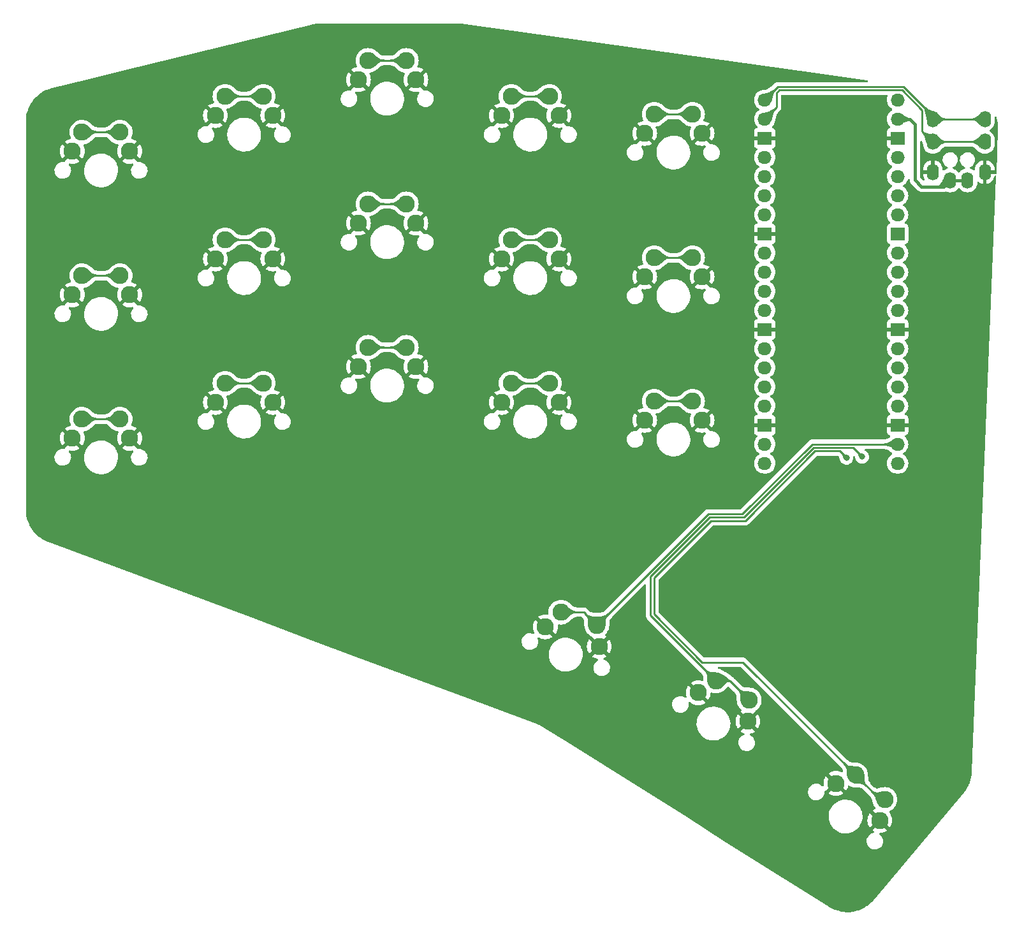
<source format=gbl>
%TF.GenerationSoftware,KiCad,Pcbnew,7.0.1*%
%TF.CreationDate,2023-03-26T00:05:17-04:00*%
%TF.ProjectId,giraffe36_pcb_routed,67697261-6666-4653-9336-5f7063625f72,v1.0.0*%
%TF.SameCoordinates,Original*%
%TF.FileFunction,Copper,L2,Bot*%
%TF.FilePolarity,Positive*%
%FSLAX46Y46*%
G04 Gerber Fmt 4.6, Leading zero omitted, Abs format (unit mm)*
G04 Created by KiCad (PCBNEW 7.0.1) date 2023-03-26 00:05:17*
%MOMM*%
%LPD*%
G01*
G04 APERTURE LIST*
%TA.AperFunction,ComponentPad*%
%ADD10C,2.286000*%
%TD*%
%TA.AperFunction,ComponentPad*%
%ADD11O,1.840000X1.700000*%
%TD*%
%TA.AperFunction,ComponentPad*%
%ADD12R,1.840000X1.700000*%
%TD*%
%TA.AperFunction,ComponentPad*%
%ADD13O,1.600000X2.200000*%
%TD*%
%TA.AperFunction,ViaPad*%
%ADD14C,0.800000*%
%TD*%
%TA.AperFunction,Conductor*%
%ADD15C,0.400000*%
%TD*%
%TA.AperFunction,Conductor*%
%ADD16C,0.250000*%
%TD*%
G04 APERTURE END LIST*
D10*
%TO.P,S7,1*%
%TO.N,matrix_middle_bottom*%
X187860000Y-137795000D03*
X192940000Y-137795000D03*
%TO.P,S7,2*%
%TO.N,GND*%
X186590000Y-140335000D03*
X194210000Y-140335000D03*
%TD*%
D11*
%TO.P,U0,1*%
%TO.N,GP0*%
X240535000Y-104933750D03*
%TO.P,U0,2*%
%TO.N,GP1*%
X240535000Y-107473750D03*
D12*
%TO.P,U0,3*%
%TO.N,GND*%
X240535000Y-110013750D03*
D11*
%TO.P,U0,4*%
%TO.N,matrix_inner_top*%
X240535000Y-112553750D03*
%TO.P,U0,5*%
%TO.N,matrix_index_top*%
X240535000Y-115093750D03*
%TO.P,U0,6*%
%TO.N,matrix_middle_top*%
X240535000Y-117633750D03*
%TO.P,U0,7*%
%TO.N,matrix_ring_top*%
X240535000Y-120173750D03*
D12*
%TO.P,U0,8*%
%TO.N,GND*%
X240535000Y-122713750D03*
D11*
%TO.P,U0,9*%
%TO.N,matrix_pinky_top*%
X240535000Y-125253750D03*
%TO.P,U0,10*%
%TO.N,matrix_inner_home*%
X240535000Y-127793750D03*
%TO.P,U0,11*%
%TO.N,matrix_index_home*%
X240535000Y-130333750D03*
%TO.P,U0,12*%
%TO.N,matrix_middle_home*%
X240535000Y-132873750D03*
D12*
%TO.P,U0,13*%
%TO.N,GND*%
X240535000Y-135413750D03*
D11*
%TO.P,U0,14*%
%TO.N,matrix_ring_home*%
X240535000Y-137953750D03*
%TO.P,U0,15*%
%TO.N,matrix_pinky_home*%
X240535000Y-140493750D03*
%TO.P,U0,16*%
%TO.N,matrix_inner_bottom*%
X240535000Y-143033750D03*
%TO.P,U0,17*%
%TO.N,matrix_index_bottom*%
X240535000Y-145573750D03*
D12*
%TO.P,U0,18*%
%TO.N,GND*%
X240535000Y-148113750D03*
D11*
%TO.P,U0,19*%
%TO.N,matrix_middle_bottom*%
X240535000Y-150653750D03*
%TO.P,U0,20*%
%TO.N,matrix_ring_bottom*%
X240535000Y-153193750D03*
%TO.P,U0,21*%
%TO.N,matrix_pinky_bottom*%
X258175000Y-153193750D03*
%TO.P,U0,22*%
%TO.N,thumbfan_near_home*%
X258175000Y-150653750D03*
D12*
%TO.P,U0,23*%
%TO.N,GND*%
X258175000Y-148113750D03*
D11*
%TO.P,U0,24*%
%TO.N,thumbfan_home_home*%
X258175000Y-145573750D03*
%TO.P,U0,25*%
%TO.N,thumbfan_far_home*%
X258175000Y-143033750D03*
%TO.P,U0,26*%
%TO.N,GP20*%
X258175000Y-140493750D03*
%TO.P,U0,27*%
%TO.N,GP21*%
X258175000Y-137953750D03*
D12*
%TO.P,U0,28*%
%TO.N,GND*%
X258175000Y-135413750D03*
D11*
%TO.P,U0,29*%
%TO.N,GP22*%
X258175000Y-132873750D03*
%TO.P,U0,30*%
%TO.N,RUN*%
X258175000Y-130333750D03*
%TO.P,U0,31*%
%TO.N,GP26*%
X258175000Y-127793750D03*
%TO.P,U0,32*%
%TO.N,GP27*%
X258175000Y-125253750D03*
D12*
%TO.P,U0,33*%
%TO.N,AGND*%
X258175000Y-122713750D03*
D11*
%TO.P,U0,34*%
%TO.N,GP28*%
X258175000Y-120173750D03*
%TO.P,U0,35*%
%TO.N,ADC_VREF*%
X258175000Y-117633750D03*
%TO.P,U0,36*%
%TO.N,3V3*%
X258175000Y-115093750D03*
%TO.P,U0,37*%
%TO.N,3V3_EN*%
X258175000Y-112553750D03*
D12*
%TO.P,U0,38*%
%TO.N,GND*%
X258175000Y-110013750D03*
D11*
%TO.P,U0,39*%
%TO.N,VSYS*%
X258175000Y-107473750D03*
%TO.P,U0,40*%
%TO.N,VBUS*%
X258175000Y-104933750D03*
%TD*%
D10*
%TO.P,S12,1*%
%TO.N,matrix_index_top*%
X206860000Y-104457500D03*
X211940000Y-104457500D03*
%TO.P,S12,2*%
%TO.N,GND*%
X205590000Y-106997500D03*
X213210000Y-106997500D03*
%TD*%
%TO.P,S11,1*%
%TO.N,matrix_index_home*%
X206860000Y-123507500D03*
X211940000Y-123507500D03*
%TO.P,S11,2*%
%TO.N,GND*%
X205590000Y-126047500D03*
X213210000Y-126047500D03*
%TD*%
%TO.P,S15,1*%
%TO.N,matrix_inner_top*%
X225860000Y-106838750D03*
X230940000Y-106838750D03*
%TO.P,S15,2*%
%TO.N,GND*%
X224590000Y-109378750D03*
X232210000Y-109378750D03*
%TD*%
%TO.P,S2,1*%
%TO.N,matrix_pinky_home*%
X149860000Y-128270000D03*
X154940000Y-128270000D03*
%TO.P,S2,2*%
%TO.N,GND*%
X148590000Y-130810000D03*
X156210000Y-130810000D03*
%TD*%
%TO.P,S18,1*%
%TO.N,thumbfan_far_home*%
X252588057Y-194565621D03*
X256479563Y-197830982D03*
%TO.P,S18,2*%
%TO.N,GND*%
X249982500Y-195695033D03*
X255819759Y-200593075D03*
%TD*%
%TO.P,S9,1*%
%TO.N,matrix_middle_top*%
X187860000Y-99695000D03*
X192940000Y-99695000D03*
%TO.P,S9,2*%
%TO.N,GND*%
X186590000Y-102235000D03*
X194210000Y-102235000D03*
%TD*%
%TO.P,S3,1*%
%TO.N,matrix_pinky_top*%
X149860000Y-109220000D03*
X154940000Y-109220000D03*
%TO.P,S3,2*%
%TO.N,GND*%
X148590000Y-111760000D03*
X156210000Y-111760000D03*
%TD*%
%TO.P,S6,1*%
%TO.N,matrix_ring_top*%
X168860000Y-104457500D03*
X173940000Y-104457500D03*
%TO.P,S6,2*%
%TO.N,GND*%
X167590000Y-106997500D03*
X175210000Y-106997500D03*
%TD*%
%TO.P,S10,1*%
%TO.N,matrix_index_bottom*%
X206860000Y-142557500D03*
X211940000Y-142557500D03*
%TO.P,S10,2*%
%TO.N,GND*%
X205590000Y-145097500D03*
X213210000Y-145097500D03*
%TD*%
%TO.P,S13,1*%
%TO.N,matrix_inner_bottom*%
X225860000Y-144938750D03*
X230940000Y-144938750D03*
%TO.P,S13,2*%
%TO.N,GND*%
X224590000Y-147478750D03*
X232210000Y-147478750D03*
%TD*%
%TO.P,S5,1*%
%TO.N,matrix_ring_home*%
X168860000Y-123507500D03*
X173940000Y-123507500D03*
%TO.P,S5,2*%
%TO.N,GND*%
X167590000Y-126047500D03*
X175210000Y-126047500D03*
%TD*%
%TO.P,S16,1*%
%TO.N,thumbfan_near_home*%
X213463143Y-172951380D03*
X218236782Y-174688843D03*
%TO.P,S16,2*%
%TO.N,GND*%
X211401002Y-174903834D03*
X218561460Y-177510027D03*
%TD*%
%TO.P,S4,1*%
%TO.N,matrix_ring_bottom*%
X168860000Y-142557500D03*
X173940000Y-142557500D03*
%TO.P,S4,2*%
%TO.N,GND*%
X167590000Y-145097500D03*
X175210000Y-145097500D03*
%TD*%
D13*
%TO.P,TRRS1,1*%
%TO.N,VSYS*%
X265152500Y-115598750D03*
X267452500Y-115598750D03*
%TO.P,TRRS1,2*%
%TO.N,GND*%
X262852500Y-114498750D03*
X269752500Y-114498750D03*
%TO.P,TRRS1,3*%
%TO.N,GP1*%
X262852500Y-110498750D03*
X269752500Y-110498750D03*
%TO.P,TRRS1,4*%
%TO.N,GP0*%
X262852500Y-107498750D03*
X269752500Y-107498750D03*
%TD*%
D10*
%TO.P,S14,1*%
%TO.N,matrix_inner_home*%
X225860000Y-125888750D03*
X230940000Y-125888750D03*
%TO.P,S14,2*%
%TO.N,GND*%
X224590000Y-128428750D03*
X232210000Y-128428750D03*
%TD*%
%TO.P,S17,1*%
%TO.N,thumbfan_home_home*%
X234067247Y-182088808D03*
X238466657Y-184628808D03*
%TO.P,S17,2*%
%TO.N,GND*%
X231697395Y-183653512D03*
X238296509Y-187463512D03*
%TD*%
%TO.P,S1,1*%
%TO.N,matrix_pinky_bottom*%
X149860000Y-147320000D03*
X154940000Y-147320000D03*
%TO.P,S1,2*%
%TO.N,GND*%
X148590000Y-149860000D03*
X156210000Y-149860000D03*
%TD*%
%TO.P,S8,1*%
%TO.N,matrix_middle_home*%
X187860000Y-118745000D03*
X192940000Y-118745000D03*
%TO.P,S8,2*%
%TO.N,GND*%
X186590000Y-121285000D03*
X194210000Y-121285000D03*
%TD*%
D14*
%TO.N,thumbfan_home_home*%
X253466600Y-152323800D03*
%TO.N,thumbfan_far_home*%
X251383800Y-152476200D03*
%TD*%
D15*
%TO.N,VSYS*%
X265152500Y-115598750D02*
X267452500Y-115598750D01*
D16*
%TO.N,GP0*%
X262852500Y-107047504D02*
X258979796Y-103174800D01*
X258979796Y-103174800D02*
X242293950Y-103174800D01*
X242293950Y-103174800D02*
X240535000Y-104933750D01*
%TO.N,GP1*%
X262852500Y-110498750D02*
X261442200Y-109088450D01*
X261442200Y-109088450D02*
X261442200Y-106273600D01*
X261442200Y-106273600D02*
X258793400Y-103624800D01*
X258793400Y-103624800D02*
X242480346Y-103624800D01*
X242480346Y-103624800D02*
X242087400Y-104017746D01*
X242087400Y-104017746D02*
X242087400Y-105921350D01*
X242087400Y-105921350D02*
X240535000Y-107473750D01*
%TO.N,matrix_pinky_bottom*%
X149860000Y-147320000D02*
X154940000Y-147320000D01*
%TO.N,matrix_pinky_home*%
X149860000Y-128270000D02*
X154940000Y-128270000D01*
%TO.N,matrix_pinky_top*%
X154940000Y-109220000D02*
X149860000Y-109220000D01*
%TO.N,matrix_ring_bottom*%
X168860000Y-142557500D02*
X173940000Y-142557500D01*
%TO.N,matrix_ring_home*%
X168860000Y-123507500D02*
X173940000Y-123507500D01*
%TO.N,matrix_ring_top*%
X173940000Y-104457500D02*
X168860000Y-104457500D01*
%TO.N,matrix_middle_bottom*%
X187860000Y-137795000D02*
X192940000Y-137795000D01*
%TO.N,matrix_middle_home*%
X187860000Y-118745000D02*
X192940000Y-118745000D01*
%TO.N,matrix_middle_top*%
X192940000Y-99695000D02*
X187860000Y-99695000D01*
%TO.N,matrix_index_bottom*%
X206860000Y-142557500D02*
X211940000Y-142557500D01*
%TO.N,matrix_index_home*%
X206860000Y-123507500D02*
X211940000Y-123507500D01*
%TO.N,matrix_index_top*%
X206860000Y-104457500D02*
X211940000Y-104457500D01*
%TO.N,matrix_inner_bottom*%
X225860000Y-144938750D02*
X230940000Y-144938750D01*
%TO.N,matrix_inner_home*%
X225860000Y-125888750D02*
X230940000Y-125888750D01*
%TO.N,matrix_inner_top*%
X225860000Y-106838750D02*
X230940000Y-106838750D01*
%TO.N,thumbfan_near_home*%
X233007225Y-159918400D02*
X218236782Y-174688843D01*
X246830850Y-150653750D02*
X237566200Y-159918400D01*
X216499319Y-172951380D02*
X218236782Y-174688843D01*
X213463143Y-172951380D02*
X216499319Y-172951380D01*
X237566200Y-159918400D02*
X233007225Y-159918400D01*
X258175000Y-150653750D02*
X246830850Y-150653750D01*
%TO.N,thumbfan_home_home*%
X247017246Y-151103750D02*
X252246550Y-151103750D01*
X235926657Y-182088808D02*
X238466657Y-184628808D01*
X234067247Y-182088808D02*
X225374200Y-173395761D01*
X225374200Y-168187821D02*
X233193621Y-160368400D01*
X237752596Y-160368400D02*
X247017246Y-151103750D01*
X225374200Y-173395761D02*
X225374200Y-168187821D01*
X233193621Y-160368400D02*
X237752596Y-160368400D01*
X234067247Y-182088808D02*
X235926657Y-182088808D01*
X252246550Y-151103750D02*
X253466600Y-152323800D01*
%TO.N,thumbfan_far_home*%
X225824200Y-168376600D02*
X225824200Y-168374217D01*
X237938992Y-160818400D02*
X247203642Y-151553750D01*
X250512150Y-151553750D02*
X251409200Y-152450800D01*
X247203642Y-151553750D02*
X250512150Y-151553750D01*
X233380017Y-160818400D02*
X237938992Y-160818400D01*
X225824200Y-168374217D02*
X233380017Y-160818400D01*
X225824417Y-173209582D02*
X232218235Y-179603400D01*
X225824200Y-173209365D02*
X225824200Y-168376600D01*
X251409200Y-152450800D02*
X251383800Y-152476200D01*
X232218235Y-179603400D02*
X237625836Y-179603400D01*
X252588057Y-194565621D02*
X237625836Y-179603400D01*
X252588057Y-194565621D02*
X255853418Y-197830982D01*
X225824417Y-173209582D02*
X225824200Y-173209365D01*
%TO.N,GP0*%
X262852500Y-107498750D02*
X269752500Y-107498750D01*
%TO.N,GP1*%
X262852500Y-110498750D02*
X269752500Y-110498750D01*
D15*
%TO.N,VSYS*%
X260477000Y-115544600D02*
X261366000Y-116433600D01*
X258175000Y-107473750D02*
X259797550Y-107473750D01*
X260477000Y-108153200D02*
X260477000Y-115544600D01*
X264317650Y-116433600D02*
X265152500Y-115598750D01*
X261366000Y-116433600D02*
X264317650Y-116433600D01*
X259797550Y-107473750D02*
X260477000Y-108153200D01*
%TD*%
%TA.AperFunction,Conductor*%
%TO.N,GND*%
G36*
X199514878Y-94798001D02*
G01*
X199579370Y-94798000D01*
X199582210Y-94798033D01*
X199784076Y-94802657D01*
X199789687Y-94802914D01*
X199989749Y-94816686D01*
X199995402Y-94817205D01*
X200195704Y-94840251D01*
X200198476Y-94840602D01*
X248226180Y-101485188D01*
X254133572Y-102302470D01*
X254190448Y-102325704D01*
X254229190Y-102373389D01*
X254240286Y-102433817D01*
X254221013Y-102492154D01*
X254176102Y-102534079D01*
X254116579Y-102549300D01*
X242376694Y-102549300D01*
X242356187Y-102547035D01*
X242286077Y-102549239D01*
X242282182Y-102549300D01*
X242254600Y-102549300D01*
X242250615Y-102549803D01*
X242238983Y-102550718D01*
X242195319Y-102552090D01*
X242176079Y-102557680D01*
X242157031Y-102561625D01*
X242137159Y-102564135D01*
X242096549Y-102580213D01*
X242085504Y-102583994D01*
X242043560Y-102596181D01*
X242026315Y-102606379D01*
X242008854Y-102614933D01*
X241990217Y-102622312D01*
X241954881Y-102647985D01*
X241945124Y-102654395D01*
X241907530Y-102676629D01*
X241893363Y-102690796D01*
X241878574Y-102703426D01*
X241862363Y-102715204D01*
X241834522Y-102748858D01*
X241826661Y-102757497D01*
X241388299Y-103195859D01*
X241366710Y-103213096D01*
X241128628Y-103363072D01*
X241116956Y-103369574D01*
X240874178Y-103488151D01*
X240860399Y-103493882D01*
X240627950Y-103574521D01*
X240612271Y-103578832D01*
X240607142Y-103579885D01*
X240603119Y-103580712D01*
X240578161Y-103583250D01*
X240406032Y-103583250D01*
X240229592Y-103598686D01*
X240001336Y-103659847D01*
X239787170Y-103759715D01*
X239593598Y-103895255D01*
X239426508Y-104062345D01*
X239426505Y-104062348D01*
X239426505Y-104062349D01*
X239291549Y-104255087D01*
X239290964Y-104255922D01*
X239191097Y-104470087D01*
X239129936Y-104698342D01*
X239109340Y-104933749D01*
X239129936Y-105169157D01*
X239171493Y-105324250D01*
X239191097Y-105397413D01*
X239290965Y-105611579D01*
X239426505Y-105805151D01*
X239593599Y-105972245D01*
X239779161Y-106102176D01*
X239818025Y-106146492D01*
X239832036Y-106203749D01*
X239818026Y-106261005D01*
X239779160Y-106305324D01*
X239703727Y-106358143D01*
X239600095Y-106430707D01*
X239593595Y-106435258D01*
X239426508Y-106602345D01*
X239426505Y-106602348D01*
X239426505Y-106602349D01*
X239300256Y-106782652D01*
X239290964Y-106795922D01*
X239191097Y-107010087D01*
X239129936Y-107238342D01*
X239109340Y-107473750D01*
X239129936Y-107709157D01*
X239191097Y-107937413D01*
X239290965Y-108151579D01*
X239426505Y-108345151D01*
X239548818Y-108467464D01*
X239580114Y-108520210D01*
X239582303Y-108581503D01*
X239554850Y-108636347D01*
X239504472Y-108671326D01*
X239372913Y-108720396D01*
X239257811Y-108806561D01*
X239171647Y-108921660D01*
X239121402Y-109056374D01*
X239115000Y-109115926D01*
X239115000Y-109763750D01*
X241955000Y-109763750D01*
X241955000Y-109115926D01*
X241948597Y-109056374D01*
X241898352Y-108921660D01*
X241812188Y-108806561D01*
X241697088Y-108720397D01*
X241565528Y-108671327D01*
X241515149Y-108636347D01*
X241487696Y-108581502D01*
X241489885Y-108520210D01*
X241521178Y-108467467D01*
X241643495Y-108345151D01*
X241779035Y-108151580D01*
X241878903Y-107937413D01*
X241940063Y-107709158D01*
X241943506Y-107669794D01*
X241946554Y-107651274D01*
X241971899Y-107547207D01*
X241972805Y-107543707D01*
X242059863Y-107227111D01*
X242061163Y-107222710D01*
X242145615Y-106955251D01*
X242147569Y-106949551D01*
X242227529Y-106733861D01*
X242230648Y-106726239D01*
X242273069Y-106631724D01*
X242298509Y-106594830D01*
X242471189Y-106422150D01*
X242487285Y-106409256D01*
X242489273Y-106407137D01*
X242489277Y-106407136D01*
X242535348Y-106358073D01*
X242537966Y-106355373D01*
X242557520Y-106335821D01*
X242559981Y-106332648D01*
X242567556Y-106323777D01*
X242597462Y-106291932D01*
X242607117Y-106274368D01*
X242617794Y-106258114D01*
X242630073Y-106242286D01*
X242647418Y-106202202D01*
X242652560Y-106191706D01*
X242654187Y-106188747D01*
X242673597Y-106153442D01*
X242678579Y-106134034D01*
X242684881Y-106115630D01*
X242692837Y-106097246D01*
X242699669Y-106054102D01*
X242702033Y-106042688D01*
X242712900Y-106000369D01*
X242712900Y-105980334D01*
X242714427Y-105960935D01*
X242714468Y-105960671D01*
X242717560Y-105941154D01*
X242713450Y-105897675D01*
X242712900Y-105886006D01*
X242712900Y-104374300D01*
X242729513Y-104312300D01*
X242774900Y-104266913D01*
X242836900Y-104250300D01*
X256738945Y-104250300D01*
X256798588Y-104265586D01*
X256843526Y-104307675D01*
X256862680Y-104366191D01*
X256851327Y-104426702D01*
X256831096Y-104470087D01*
X256831097Y-104470087D01*
X256769936Y-104698342D01*
X256749340Y-104933749D01*
X256769936Y-105169157D01*
X256811493Y-105324250D01*
X256831097Y-105397413D01*
X256930965Y-105611579D01*
X257066505Y-105805151D01*
X257233599Y-105972245D01*
X257419161Y-106102176D01*
X257458025Y-106146492D01*
X257472036Y-106203749D01*
X257458026Y-106261005D01*
X257419160Y-106305324D01*
X257343727Y-106358143D01*
X257240095Y-106430707D01*
X257233595Y-106435258D01*
X257066508Y-106602345D01*
X257066505Y-106602348D01*
X257066505Y-106602349D01*
X256940256Y-106782652D01*
X256930964Y-106795922D01*
X256831097Y-107010087D01*
X256769936Y-107238342D01*
X256749340Y-107473750D01*
X256769936Y-107709157D01*
X256831097Y-107937413D01*
X256930965Y-108151579D01*
X257066505Y-108345151D01*
X257188818Y-108467464D01*
X257220114Y-108520210D01*
X257222303Y-108581503D01*
X257194850Y-108636347D01*
X257144472Y-108671326D01*
X257012913Y-108720396D01*
X256897811Y-108806561D01*
X256811647Y-108921660D01*
X256761402Y-109056374D01*
X256755000Y-109115926D01*
X256755000Y-109763750D01*
X258301000Y-109763750D01*
X258363000Y-109780363D01*
X258408387Y-109825750D01*
X258425000Y-109887750D01*
X258425000Y-110139750D01*
X258408387Y-110201750D01*
X258363000Y-110247137D01*
X258301000Y-110263750D01*
X256755000Y-110263750D01*
X256755000Y-110911574D01*
X256761402Y-110971125D01*
X256811647Y-111105839D01*
X256897811Y-111220938D01*
X257012911Y-111307102D01*
X257144471Y-111356172D01*
X257194850Y-111391151D01*
X257222303Y-111445996D01*
X257220114Y-111507289D01*
X257188819Y-111560035D01*
X257066505Y-111682348D01*
X256984968Y-111798796D01*
X256953609Y-111843582D01*
X256930964Y-111875922D01*
X256831097Y-112090087D01*
X256769936Y-112318342D01*
X256749340Y-112553749D01*
X256769936Y-112789157D01*
X256811937Y-112945906D01*
X256831097Y-113017413D01*
X256930965Y-113231579D01*
X257066505Y-113425151D01*
X257233599Y-113592245D01*
X257419161Y-113722176D01*
X257458025Y-113766492D01*
X257472036Y-113823749D01*
X257458026Y-113881005D01*
X257419160Y-113925324D01*
X257233595Y-114055258D01*
X257066508Y-114222345D01*
X257066505Y-114222348D01*
X257066505Y-114222349D01*
X256975270Y-114352647D01*
X256930964Y-114415922D01*
X256831097Y-114630087D01*
X256769936Y-114858342D01*
X256749340Y-115093750D01*
X256769936Y-115329157D01*
X256813459Y-115491588D01*
X256831097Y-115557413D01*
X256930965Y-115771579D01*
X257066505Y-115965151D01*
X257233599Y-116132245D01*
X257380930Y-116235407D01*
X257419159Y-116262175D01*
X257458025Y-116306493D01*
X257472036Y-116363750D01*
X257458025Y-116421007D01*
X257419159Y-116465325D01*
X257233598Y-116595255D01*
X257066508Y-116762345D01*
X257066505Y-116762348D01*
X257066505Y-116762349D01*
X256960343Y-116913965D01*
X256930964Y-116955922D01*
X256831097Y-117170087D01*
X256769936Y-117398342D01*
X256749340Y-117633749D01*
X256769936Y-117869157D01*
X256825600Y-118076897D01*
X256831097Y-118097413D01*
X256930965Y-118311579D01*
X257066505Y-118505151D01*
X257233599Y-118672245D01*
X257419161Y-118802176D01*
X257458025Y-118846492D01*
X257472036Y-118903749D01*
X257458026Y-118961005D01*
X257419160Y-119005324D01*
X257233595Y-119135258D01*
X257066508Y-119302345D01*
X257066505Y-119302348D01*
X257066505Y-119302349D01*
X256931332Y-119495397D01*
X256930964Y-119495922D01*
X256831097Y-119710087D01*
X256769936Y-119938342D01*
X256749340Y-120173750D01*
X256769936Y-120409157D01*
X256831097Y-120637413D01*
X256930965Y-120851579D01*
X257066505Y-121045151D01*
X257188430Y-121167076D01*
X257219726Y-121219822D01*
X257221915Y-121281115D01*
X257194462Y-121335959D01*
X257144083Y-121370939D01*
X257012669Y-121419954D01*
X256897454Y-121506204D01*
X256811204Y-121621418D01*
X256760909Y-121756265D01*
X256760909Y-121756267D01*
X256756822Y-121794285D01*
X256754500Y-121815880D01*
X256754500Y-123611619D01*
X256760512Y-123667539D01*
X256760909Y-123671233D01*
X256811204Y-123806081D01*
X256897454Y-123921296D01*
X257012669Y-124007546D01*
X257124907Y-124049408D01*
X257144082Y-124056560D01*
X257194462Y-124091539D01*
X257221915Y-124146384D01*
X257219726Y-124207676D01*
X257188431Y-124260423D01*
X257066505Y-124382348D01*
X256990113Y-124491448D01*
X256945600Y-124555020D01*
X256930964Y-124575922D01*
X256831097Y-124790087D01*
X256769936Y-125018342D01*
X256749340Y-125253750D01*
X256769936Y-125489157D01*
X256807904Y-125630855D01*
X256831097Y-125717413D01*
X256930965Y-125931579D01*
X257066505Y-126125151D01*
X257233599Y-126292245D01*
X257384905Y-126398190D01*
X257419159Y-126422175D01*
X257458025Y-126466493D01*
X257472036Y-126523750D01*
X257458025Y-126581007D01*
X257419159Y-126625325D01*
X257233598Y-126755255D01*
X257066508Y-126922345D01*
X257066505Y-126922348D01*
X257066505Y-126922349D01*
X256939119Y-127104276D01*
X256930964Y-127115922D01*
X256831097Y-127330087D01*
X256769936Y-127558342D01*
X256749340Y-127793750D01*
X256769936Y-128029157D01*
X256819292Y-128213355D01*
X256831097Y-128257413D01*
X256930965Y-128471579D01*
X257066505Y-128665151D01*
X257233599Y-128832245D01*
X257326939Y-128897602D01*
X257419159Y-128962175D01*
X257458025Y-129006493D01*
X257472036Y-129063750D01*
X257458025Y-129121007D01*
X257419159Y-129165325D01*
X257233598Y-129295255D01*
X257066508Y-129462345D01*
X257066505Y-129462348D01*
X257066505Y-129462349D01*
X256935746Y-129649093D01*
X256930964Y-129655922D01*
X256831097Y-129870087D01*
X256769936Y-130098342D01*
X256749340Y-130333749D01*
X256769936Y-130569157D01*
X256816676Y-130743592D01*
X256831097Y-130797413D01*
X256930965Y-131011579D01*
X257066505Y-131205151D01*
X257233599Y-131372245D01*
X257313753Y-131428369D01*
X257419159Y-131502175D01*
X257458025Y-131546493D01*
X257472036Y-131603750D01*
X257458025Y-131661007D01*
X257419159Y-131705325D01*
X257233598Y-131835255D01*
X257066508Y-132002345D01*
X257066505Y-132002348D01*
X257066505Y-132002349D01*
X256938927Y-132184550D01*
X256930964Y-132195922D01*
X256831097Y-132410087D01*
X256769936Y-132638342D01*
X256749340Y-132873750D01*
X256769936Y-133109157D01*
X256831097Y-133337413D01*
X256930965Y-133551579D01*
X257066505Y-133745151D01*
X257188818Y-133867464D01*
X257220114Y-133920210D01*
X257222303Y-133981503D01*
X257194850Y-134036347D01*
X257144472Y-134071326D01*
X257012913Y-134120396D01*
X256897811Y-134206561D01*
X256811647Y-134321660D01*
X256761402Y-134456374D01*
X256755000Y-134515926D01*
X256755000Y-135163750D01*
X259595000Y-135163750D01*
X259595000Y-134515926D01*
X259588597Y-134456374D01*
X259538352Y-134321660D01*
X259452188Y-134206561D01*
X259337088Y-134120397D01*
X259205528Y-134071327D01*
X259155149Y-134036347D01*
X259127696Y-133981502D01*
X259129885Y-133920210D01*
X259161178Y-133867467D01*
X259283495Y-133745151D01*
X259419035Y-133551580D01*
X259518903Y-133337413D01*
X259580063Y-133109158D01*
X259600659Y-132873750D01*
X259580063Y-132638342D01*
X259518903Y-132410087D01*
X259419035Y-132195921D01*
X259283495Y-132002349D01*
X259116401Y-131835255D01*
X258930838Y-131705323D01*
X258891974Y-131661007D01*
X258877963Y-131603750D01*
X258891974Y-131546493D01*
X258930838Y-131502176D01*
X259116401Y-131372245D01*
X259283495Y-131205151D01*
X259419035Y-131011580D01*
X259518903Y-130797413D01*
X259580063Y-130569158D01*
X259600659Y-130333750D01*
X259580063Y-130098342D01*
X259518903Y-129870087D01*
X259419035Y-129655921D01*
X259283495Y-129462349D01*
X259116401Y-129295255D01*
X258930838Y-129165323D01*
X258891974Y-129121007D01*
X258877963Y-129063750D01*
X258891974Y-129006493D01*
X258930838Y-128962176D01*
X259116401Y-128832245D01*
X259283495Y-128665151D01*
X259419035Y-128471580D01*
X259518903Y-128257413D01*
X259580063Y-128029158D01*
X259600659Y-127793750D01*
X259580063Y-127558342D01*
X259518903Y-127330087D01*
X259419035Y-127115921D01*
X259283495Y-126922349D01*
X259116401Y-126755255D01*
X258930838Y-126625323D01*
X258891974Y-126581007D01*
X258877963Y-126523750D01*
X258891974Y-126466493D01*
X258930838Y-126422176D01*
X259116401Y-126292245D01*
X259283495Y-126125151D01*
X259419035Y-125931580D01*
X259518903Y-125717413D01*
X259580063Y-125489158D01*
X259600659Y-125253750D01*
X259580063Y-125018342D01*
X259518903Y-124790087D01*
X259419035Y-124575921D01*
X259283495Y-124382349D01*
X259161568Y-124260422D01*
X259130273Y-124207677D01*
X259128084Y-124146384D01*
X259155537Y-124091539D01*
X259205916Y-124056560D01*
X259337331Y-124007546D01*
X259452546Y-123921296D01*
X259538796Y-123806081D01*
X259589091Y-123671233D01*
X259595500Y-123611623D01*
X259595499Y-121815878D01*
X259589091Y-121756267D01*
X259538796Y-121621419D01*
X259452546Y-121506204D01*
X259337331Y-121419954D01*
X259275898Y-121397041D01*
X259205916Y-121370939D01*
X259155537Y-121335959D01*
X259128084Y-121281115D01*
X259130273Y-121219822D01*
X259161566Y-121167079D01*
X259283495Y-121045151D01*
X259419035Y-120851580D01*
X259518903Y-120637413D01*
X259580063Y-120409158D01*
X259600659Y-120173750D01*
X259580063Y-119938342D01*
X259518903Y-119710087D01*
X259419035Y-119495921D01*
X259283495Y-119302349D01*
X259116401Y-119135255D01*
X258930840Y-119005324D01*
X258891975Y-118961007D01*
X258877964Y-118903750D01*
X258891975Y-118846493D01*
X258930841Y-118802175D01*
X258937815Y-118797291D01*
X259116401Y-118672245D01*
X259283495Y-118505151D01*
X259419035Y-118311580D01*
X259518903Y-118097413D01*
X259580063Y-117869158D01*
X259600659Y-117633750D01*
X259599814Y-117624097D01*
X259580063Y-117398342D01*
X259572939Y-117371756D01*
X259518903Y-117170087D01*
X259419035Y-116955921D01*
X259283495Y-116762349D01*
X259116401Y-116595255D01*
X258930838Y-116465323D01*
X258891974Y-116421007D01*
X258877963Y-116363750D01*
X258891974Y-116306493D01*
X258930838Y-116262176D01*
X259116401Y-116132245D01*
X259283495Y-115965151D01*
X259419035Y-115771580D01*
X259518903Y-115557413D01*
X259531300Y-115511144D01*
X259560498Y-115458551D01*
X259611017Y-115425887D01*
X259670963Y-115420844D01*
X259726228Y-115444609D01*
X259763805Y-115491588D01*
X259774848Y-115550724D01*
X259772641Y-115587206D01*
X259783483Y-115646371D01*
X259784610Y-115653772D01*
X259791860Y-115713473D01*
X259795450Y-115722939D01*
X259801475Y-115744552D01*
X259803303Y-115754529D01*
X259827991Y-115809383D01*
X259830856Y-115816301D01*
X259852180Y-115872526D01*
X259852182Y-115872530D01*
X259857941Y-115880873D01*
X259868961Y-115900413D01*
X259873120Y-115909654D01*
X259910216Y-115957005D01*
X259914651Y-115963032D01*
X259948817Y-116012529D01*
X259993847Y-116052422D01*
X259999283Y-116057540D01*
X260853058Y-116911315D01*
X260858178Y-116916753D01*
X260898071Y-116961783D01*
X260947577Y-116995955D01*
X260953597Y-117000385D01*
X261000941Y-117037477D01*
X261000942Y-117037477D01*
X261000943Y-117037478D01*
X261010184Y-117041637D01*
X261029730Y-117052661D01*
X261038070Y-117058418D01*
X261094313Y-117079747D01*
X261101217Y-117082607D01*
X261156069Y-117107295D01*
X261166044Y-117109122D01*
X261187656Y-117115147D01*
X261197128Y-117118740D01*
X261256841Y-117125990D01*
X261264185Y-117127107D01*
X261323394Y-117137958D01*
X261382177Y-117134402D01*
X261383434Y-117134326D01*
X261390921Y-117134100D01*
X263708585Y-117134100D01*
X263712872Y-117134392D01*
X263712879Y-117134189D01*
X263719230Y-117134401D01*
X263719236Y-117134402D01*
X263726312Y-117134639D01*
X263736036Y-117134216D01*
X263741413Y-117134100D01*
X264292729Y-117134100D01*
X264300216Y-117134326D01*
X264301473Y-117134402D01*
X264360256Y-117137958D01*
X264419432Y-117127113D01*
X264426831Y-117125987D01*
X264486522Y-117118740D01*
X264495985Y-117115150D01*
X264517608Y-117109122D01*
X264527582Y-117107295D01*
X264546709Y-117098686D01*
X264598435Y-117087763D01*
X264650009Y-117099378D01*
X264687188Y-117116715D01*
X264706004Y-117125489D01*
X264925808Y-117184385D01*
X265152500Y-117204218D01*
X265379192Y-117184385D01*
X265598996Y-117125489D01*
X265805234Y-117029318D01*
X265991639Y-116898797D01*
X266152547Y-116737889D01*
X266200923Y-116668798D01*
X266245243Y-116629932D01*
X266302500Y-116615921D01*
X266359757Y-116629932D01*
X266404075Y-116668798D01*
X266452453Y-116737890D01*
X266613359Y-116898796D01*
X266799764Y-117029317D01*
X266799765Y-117029317D01*
X266799766Y-117029318D01*
X267006004Y-117125489D01*
X267225808Y-117184385D01*
X267452500Y-117204218D01*
X267679192Y-117184385D01*
X267898996Y-117125489D01*
X268105234Y-117029318D01*
X268291639Y-116898797D01*
X268452547Y-116737889D01*
X268583068Y-116551484D01*
X268679239Y-116345246D01*
X268738135Y-116125442D01*
X268751884Y-115968289D01*
X268753000Y-115955536D01*
X268753000Y-115924101D01*
X268770991Y-115859773D01*
X268819743Y-115814112D01*
X268885110Y-115800367D01*
X268948124Y-115822526D01*
X269100019Y-115928884D01*
X269306173Y-116025016D01*
X269502499Y-116077621D01*
X269502500Y-116077622D01*
X269502500Y-112919878D01*
X270002500Y-112919878D01*
X270002500Y-114248750D01*
X271052500Y-114248750D01*
X271052500Y-114141985D01*
X271037641Y-113972147D01*
X270978766Y-113752423D01*
X270882634Y-113546269D01*
X270752158Y-113359930D01*
X270591319Y-113199091D01*
X270404980Y-113068615D01*
X270198826Y-112972483D01*
X270002500Y-112919878D01*
X269502500Y-112919878D01*
X269502499Y-112919878D01*
X269306173Y-112972483D01*
X269100019Y-113068615D01*
X268913680Y-113199091D01*
X268752841Y-113359930D01*
X268622365Y-113546269D01*
X268526233Y-113752423D01*
X268467358Y-113972147D01*
X268452500Y-114141985D01*
X268452500Y-114173137D01*
X268434509Y-114237465D01*
X268385757Y-114283126D01*
X268320391Y-114296872D01*
X268257377Y-114274712D01*
X268105235Y-114168182D01*
X267898997Y-114072011D01*
X267855853Y-114060451D01*
X267801009Y-114029094D01*
X267768731Y-113974786D01*
X267767398Y-113911624D01*
X267797357Y-113856003D01*
X267838624Y-113830040D01*
X267838063Y-113829028D01*
X267849086Y-113822909D01*
X267849088Y-113822909D01*
X268027002Y-113724159D01*
X268181395Y-113591616D01*
X268305948Y-113430708D01*
X268395560Y-113248021D01*
X268446563Y-113051035D01*
X268456869Y-112847814D01*
X268438393Y-112727212D01*
X268426056Y-112646678D01*
X268355386Y-112455863D01*
X268247754Y-112283181D01*
X268234545Y-112269285D01*
X268107559Y-112135697D01*
X267940549Y-112019455D01*
X267753558Y-111939210D01*
X267554241Y-111898250D01*
X267401758Y-111898250D01*
X267341079Y-111904420D01*
X267250059Y-111913676D01*
X267055912Y-111974591D01*
X266878000Y-112073339D01*
X266723604Y-112205885D01*
X266599051Y-112366792D01*
X266509440Y-112549477D01*
X266484273Y-112646679D01*
X266463423Y-112727210D01*
X266458437Y-112746466D01*
X266448130Y-112949687D01*
X266478943Y-113150821D01*
X266549613Y-113341636D01*
X266657245Y-113514318D01*
X266657248Y-113514321D01*
X266797441Y-113661803D01*
X266964451Y-113778045D01*
X267073300Y-113824756D01*
X267121552Y-113861652D01*
X267146492Y-113917037D01*
X267142135Y-113977622D01*
X267109528Y-114028869D01*
X267056494Y-114058482D01*
X267006002Y-114072011D01*
X266799764Y-114168182D01*
X266613359Y-114298703D01*
X266452452Y-114459610D01*
X266404075Y-114528701D01*
X266359757Y-114567567D01*
X266302500Y-114581578D01*
X266245243Y-114567567D01*
X266200925Y-114528701D01*
X266152547Y-114459610D01*
X265991640Y-114298703D01*
X265805235Y-114168182D01*
X265598997Y-114072011D01*
X265555853Y-114060451D01*
X265501009Y-114029094D01*
X265468731Y-113974786D01*
X265467398Y-113911624D01*
X265497357Y-113856003D01*
X265538624Y-113830040D01*
X265538063Y-113829028D01*
X265549086Y-113822909D01*
X265549088Y-113822909D01*
X265727002Y-113724159D01*
X265881395Y-113591616D01*
X266005948Y-113430708D01*
X266095560Y-113248021D01*
X266146563Y-113051035D01*
X266156869Y-112847814D01*
X266138393Y-112727212D01*
X266126056Y-112646678D01*
X266055386Y-112455863D01*
X265947754Y-112283181D01*
X265934545Y-112269285D01*
X265807559Y-112135697D01*
X265640549Y-112019455D01*
X265453558Y-111939210D01*
X265254241Y-111898250D01*
X265101758Y-111898250D01*
X265041079Y-111904420D01*
X264950059Y-111913676D01*
X264755912Y-111974591D01*
X264578000Y-112073339D01*
X264423604Y-112205885D01*
X264299051Y-112366792D01*
X264209440Y-112549477D01*
X264184273Y-112646679D01*
X264163423Y-112727210D01*
X264158437Y-112746466D01*
X264148130Y-112949687D01*
X264178943Y-113150821D01*
X264249613Y-113341636D01*
X264357245Y-113514318D01*
X264357248Y-113514321D01*
X264497441Y-113661803D01*
X264664451Y-113778045D01*
X264773300Y-113824756D01*
X264821552Y-113861652D01*
X264846492Y-113917037D01*
X264842135Y-113977622D01*
X264809528Y-114028869D01*
X264756494Y-114058482D01*
X264706002Y-114072011D01*
X264499764Y-114168182D01*
X264347623Y-114274712D01*
X264284609Y-114296872D01*
X264219243Y-114283126D01*
X264170491Y-114237465D01*
X264152500Y-114173137D01*
X264152500Y-114141985D01*
X264137641Y-113972147D01*
X264078766Y-113752423D01*
X263982634Y-113546269D01*
X263852158Y-113359930D01*
X263691319Y-113199091D01*
X263504980Y-113068615D01*
X263298826Y-112972483D01*
X263102500Y-112919878D01*
X263102500Y-114624750D01*
X263085887Y-114686750D01*
X263040500Y-114732137D01*
X262978500Y-114748750D01*
X261552500Y-114748750D01*
X261552500Y-114855515D01*
X261567358Y-115025352D01*
X261626233Y-115245076D01*
X261722366Y-115451233D01*
X261722404Y-115451287D01*
X261722459Y-115451433D01*
X261726951Y-115461065D01*
X261726249Y-115461392D01*
X261743990Y-115508015D01*
X261736067Y-115568191D01*
X261700533Y-115617399D01*
X261645903Y-115643847D01*
X261585264Y-115641200D01*
X261533147Y-115610090D01*
X261213819Y-115290762D01*
X261186939Y-115250534D01*
X261177500Y-115203081D01*
X261177500Y-114248750D01*
X261552500Y-114248750D01*
X262602500Y-114248750D01*
X262602500Y-112919878D01*
X262602499Y-112919878D01*
X262406173Y-112972483D01*
X262200019Y-113068615D01*
X262013680Y-113199091D01*
X261852841Y-113359930D01*
X261722365Y-113546269D01*
X261626233Y-113752423D01*
X261567358Y-113972147D01*
X261552500Y-114141985D01*
X261552500Y-114248750D01*
X261177500Y-114248750D01*
X261177500Y-110493626D01*
X261196847Y-110427114D01*
X261248852Y-110381358D01*
X261317285Y-110370635D01*
X261380793Y-110398292D01*
X261419557Y-110455698D01*
X261466468Y-110601715D01*
X261467594Y-110605418D01*
X261554209Y-110907039D01*
X261558554Y-110930456D01*
X261566864Y-111025439D01*
X261625761Y-111245247D01*
X261721932Y-111451485D01*
X261852453Y-111637890D01*
X262013359Y-111798796D01*
X262199764Y-111929317D01*
X262199765Y-111929317D01*
X262199766Y-111929318D01*
X262406004Y-112025489D01*
X262625808Y-112084385D01*
X262852500Y-112104218D01*
X263079192Y-112084385D01*
X263298996Y-112025489D01*
X263505234Y-111929318D01*
X263691639Y-111798797D01*
X263852547Y-111637889D01*
X263888896Y-111585976D01*
X263900875Y-111571379D01*
X264004598Y-111463034D01*
X264013113Y-111454946D01*
X264161374Y-111326988D01*
X264172545Y-111318406D01*
X264305979Y-111227466D01*
X264320330Y-111219040D01*
X264436665Y-111160872D01*
X264454479Y-111153633D01*
X264528391Y-111130095D01*
X264566014Y-111124250D01*
X268038982Y-111124250D01*
X268076610Y-111130097D01*
X268150511Y-111153632D01*
X268168337Y-111160876D01*
X268284651Y-111219033D01*
X268299031Y-111227476D01*
X268432444Y-111318401D01*
X268443616Y-111326985D01*
X268591876Y-111454940D01*
X268600421Y-111463056D01*
X268704113Y-111571369D01*
X268716117Y-111585996D01*
X268752453Y-111637890D01*
X268913359Y-111798796D01*
X269099764Y-111929317D01*
X269099765Y-111929317D01*
X269099766Y-111929318D01*
X269306004Y-112025489D01*
X269525808Y-112084385D01*
X269752500Y-112104218D01*
X269979192Y-112084385D01*
X270198996Y-112025489D01*
X270405234Y-111929318D01*
X270591639Y-111798797D01*
X270752547Y-111637889D01*
X270883068Y-111451484D01*
X270979239Y-111245246D01*
X271038135Y-111025442D01*
X271051576Y-110871812D01*
X271053000Y-110855536D01*
X271053000Y-110141964D01*
X271040328Y-109997120D01*
X271038135Y-109972058D01*
X270979239Y-109752254D01*
X270883068Y-109546016D01*
X270880655Y-109542570D01*
X270752546Y-109359609D01*
X270591640Y-109198703D01*
X270451139Y-109100325D01*
X270412273Y-109056007D01*
X270398262Y-108998750D01*
X270412273Y-108941493D01*
X270451139Y-108897175D01*
X270453217Y-108895720D01*
X270591639Y-108798797D01*
X270752547Y-108637889D01*
X270883068Y-108451484D01*
X270979239Y-108245246D01*
X271038135Y-108025442D01*
X271050311Y-107886266D01*
X271053000Y-107855536D01*
X271053000Y-107231284D01*
X271071837Y-107165581D01*
X271122627Y-107119841D01*
X271189936Y-107107961D01*
X271253315Y-107133550D01*
X271293507Y-107188833D01*
X271322644Y-107268800D01*
X271325882Y-107279048D01*
X271424384Y-107645325D01*
X271426723Y-107655817D01*
X271493128Y-108029216D01*
X271494550Y-108039870D01*
X271528369Y-108417635D01*
X271528863Y-108428372D01*
X271529850Y-108811389D01*
X271529747Y-108816764D01*
X271290035Y-114692081D01*
X271274728Y-114746894D01*
X271236547Y-114789097D01*
X271183536Y-114809799D01*
X271126859Y-114804641D01*
X271078457Y-114774707D01*
X271052500Y-114748750D01*
X270002500Y-114748750D01*
X270002500Y-116077621D01*
X270198826Y-116025016D01*
X270404980Y-115928884D01*
X270591319Y-115798408D01*
X270752158Y-115637569D01*
X270882634Y-115451230D01*
X270978766Y-115245075D01*
X271030102Y-115053489D01*
X271059026Y-115001190D01*
X271109054Y-114968494D01*
X271168565Y-114962998D01*
X271223735Y-114985978D01*
X271261748Y-115032095D01*
X271273774Y-115090637D01*
X268050939Y-194081975D01*
X268050939Y-194081981D01*
X268048042Y-194152961D01*
X268047730Y-194158044D01*
X268018129Y-194518826D01*
X268016880Y-194528934D01*
X267958188Y-194883535D01*
X267956113Y-194893509D01*
X267868514Y-195242090D01*
X267865627Y-195251858D01*
X267749710Y-195592082D01*
X267746032Y-195601581D01*
X267602590Y-195931124D01*
X267598145Y-195940289D01*
X267428128Y-196256967D01*
X267422945Y-196265736D01*
X267227517Y-196567381D01*
X267221632Y-196575695D01*
X267000445Y-196862433D01*
X266997252Y-196866402D01*
X255023257Y-211136457D01*
X255023255Y-211136459D01*
X255002503Y-211161188D01*
X255002500Y-211161191D01*
X255002499Y-211161194D01*
X254979213Y-211188947D01*
X254975547Y-211193122D01*
X254708545Y-211483824D01*
X254700672Y-211491660D01*
X254410778Y-211755437D01*
X254402236Y-211762537D01*
X254089915Y-211999303D01*
X254080772Y-212005610D01*
X253748514Y-212213480D01*
X253738843Y-212218944D01*
X253389311Y-212396249D01*
X253379190Y-212400825D01*
X253015189Y-212546143D01*
X253004700Y-212549795D01*
X252806461Y-212609002D01*
X252629168Y-212661952D01*
X252618397Y-212664651D01*
X252234327Y-212742755D01*
X252223354Y-212744479D01*
X251833836Y-212787901D01*
X251822753Y-212788636D01*
X251430912Y-212797027D01*
X251419807Y-212796767D01*
X251028785Y-212770059D01*
X251017749Y-212768806D01*
X250719740Y-212721385D01*
X250630696Y-212707216D01*
X250619820Y-212704982D01*
X250544815Y-212686037D01*
X250239826Y-212609002D01*
X250229190Y-212605803D01*
X249961729Y-212512090D01*
X249859297Y-212476200D01*
X249849000Y-212472065D01*
X249692269Y-212400825D01*
X249492192Y-212309882D01*
X249482296Y-212304837D01*
X249139393Y-212110217D01*
X249134625Y-212107368D01*
X249068208Y-212065633D01*
X249068207Y-212065633D01*
X249068204Y-212065631D01*
X235122695Y-203302520D01*
X254054798Y-203302520D01*
X254064807Y-203512628D01*
X254114397Y-203717038D01*
X254201777Y-203908376D01*
X254310717Y-204061359D01*
X254323786Y-204079712D01*
X254476018Y-204224865D01*
X254476020Y-204224866D01*
X254476021Y-204224867D01*
X254652964Y-204338582D01*
X254652969Y-204338584D01*
X254848243Y-204416761D01*
X254977039Y-204441584D01*
X255054783Y-204456568D01*
X255054784Y-204456568D01*
X255212418Y-204456568D01*
X255212423Y-204456568D01*
X255369344Y-204441584D01*
X255571166Y-204382324D01*
X255758125Y-204285939D01*
X255923465Y-204155915D01*
X256061210Y-203996949D01*
X256166381Y-203814787D01*
X256235177Y-203616014D01*
X256265112Y-203407813D01*
X256255103Y-203197709D01*
X256205513Y-202993297D01*
X256118134Y-202801963D01*
X256118133Y-202801962D01*
X256118132Y-202801959D01*
X255996125Y-202630626D01*
X255996124Y-202630624D01*
X255843892Y-202485471D01*
X255812294Y-202465164D01*
X255770587Y-202420431D01*
X255755335Y-202361203D01*
X255770248Y-202301889D01*
X255811700Y-202256918D01*
X255869605Y-202237231D01*
X256077577Y-202220863D01*
X256329044Y-202160492D01*
X256567973Y-202061523D01*
X256788475Y-201926400D01*
X256794437Y-201921307D01*
X256794437Y-201921306D01*
X255819759Y-200946628D01*
X254845079Y-201921306D01*
X254851043Y-201926400D01*
X255031407Y-202036928D01*
X255074122Y-202080859D01*
X255090586Y-202139881D01*
X255076779Y-202199580D01*
X255036072Y-202245378D01*
X254978405Y-202266093D01*
X254950567Y-202268751D01*
X254748741Y-202328012D01*
X254561787Y-202424395D01*
X254396446Y-202554420D01*
X254258698Y-202713388D01*
X254153529Y-202895547D01*
X254084732Y-203094322D01*
X254054798Y-203302520D01*
X235122695Y-203302520D01*
X230129642Y-200164974D01*
X249020282Y-200164974D01*
X249050360Y-200463952D01*
X249120018Y-200756255D01*
X249228016Y-201036664D01*
X249301544Y-201170836D01*
X249372428Y-201300182D01*
X249550672Y-201542097D01*
X249759570Y-201758096D01*
X249995395Y-201944325D01*
X250253936Y-202097459D01*
X250530582Y-202214767D01*
X250530583Y-202214767D01*
X250530585Y-202214768D01*
X250552836Y-202220863D01*
X250820395Y-202294155D01*
X251118204Y-202334207D01*
X251343482Y-202334207D01*
X251343484Y-202334207D01*
X251568269Y-202319159D01*
X251653234Y-202301889D01*
X251862736Y-202259306D01*
X252146600Y-202160738D01*
X252304675Y-202080859D01*
X252414789Y-202025216D01*
X252532627Y-201944325D01*
X252662529Y-201855153D01*
X252885388Y-201653589D01*
X253079392Y-201424119D01*
X253241080Y-201170839D01*
X253367567Y-200898267D01*
X253456595Y-200611269D01*
X253459664Y-200593074D01*
X254171679Y-200593074D01*
X254191970Y-200850893D01*
X254252341Y-201102360D01*
X254351310Y-201341289D01*
X254486433Y-201561791D01*
X254491526Y-201567754D01*
X255466206Y-200593076D01*
X255466206Y-200593075D01*
X254491526Y-199618395D01*
X254486432Y-199624360D01*
X254351310Y-199844860D01*
X254252341Y-200083789D01*
X254191970Y-200335256D01*
X254171679Y-200593074D01*
X253459664Y-200593074D01*
X253506575Y-200314965D01*
X253516616Y-200014643D01*
X253486538Y-199715662D01*
X253416879Y-199423358D01*
X253317263Y-199164713D01*
X253308881Y-199142949D01*
X253164470Y-198879432D01*
X252986225Y-198637516D01*
X252777327Y-198421517D01*
X252541502Y-198235288D01*
X252412232Y-198158721D01*
X252282962Y-198082155D01*
X252101856Y-198005359D01*
X252006312Y-197964845D01*
X251716507Y-197885460D01*
X251716506Y-197885459D01*
X251716503Y-197885459D01*
X251418694Y-197845407D01*
X251193416Y-197845407D01*
X251193414Y-197845407D01*
X250968628Y-197860454D01*
X250674164Y-197920307D01*
X250390294Y-198018877D01*
X250122108Y-198154397D01*
X249874368Y-198324461D01*
X249651511Y-198526023D01*
X249457506Y-198755494D01*
X249295816Y-199008777D01*
X249169332Y-199281344D01*
X249080303Y-199568344D01*
X249030323Y-199864648D01*
X249020282Y-200164974D01*
X230129642Y-200164974D01*
X224729788Y-196771801D01*
X246271786Y-196771801D01*
X246276194Y-196864325D01*
X246281795Y-196981906D01*
X246331385Y-197186316D01*
X246418765Y-197377654D01*
X246511412Y-197507757D01*
X246540774Y-197548990D01*
X246693006Y-197694143D01*
X246693008Y-197694144D01*
X246693009Y-197694145D01*
X246869952Y-197807860D01*
X246869957Y-197807862D01*
X247065231Y-197886039D01*
X247194027Y-197910862D01*
X247271771Y-197925846D01*
X247271772Y-197925846D01*
X247429406Y-197925846D01*
X247429411Y-197925846D01*
X247586332Y-197910862D01*
X247788154Y-197851602D01*
X247975113Y-197755217D01*
X248140453Y-197625193D01*
X248278198Y-197466227D01*
X248383369Y-197284065D01*
X248452165Y-197085292D01*
X248461083Y-197023264D01*
X249007820Y-197023264D01*
X249013784Y-197028358D01*
X249234285Y-197163481D01*
X249473214Y-197262450D01*
X249724681Y-197322821D01*
X249982500Y-197343112D01*
X250240318Y-197322821D01*
X250491785Y-197262450D01*
X250730714Y-197163481D01*
X250951216Y-197028358D01*
X250957178Y-197023265D01*
X250957178Y-197023264D01*
X249982500Y-196048586D01*
X249007820Y-197023264D01*
X248461083Y-197023264D01*
X248482100Y-196877091D01*
X248478316Y-196797661D01*
X248493650Y-196731774D01*
X248541286Y-196683740D01*
X248607043Y-196667857D01*
X248654267Y-196669712D01*
X249628947Y-195695033D01*
X248654267Y-194720353D01*
X248649173Y-194726318D01*
X248514051Y-194946818D01*
X248415082Y-195185747D01*
X248354711Y-195437214D01*
X248334420Y-195695033D01*
X248353276Y-195934616D01*
X248343693Y-195993049D01*
X248308106Y-196040376D01*
X248254630Y-196065804D01*
X248195460Y-196063536D01*
X248144088Y-196034088D01*
X248060880Y-195954749D01*
X248060877Y-195954747D01*
X248060876Y-195954746D01*
X247883933Y-195841031D01*
X247737577Y-195782438D01*
X247688655Y-195762853D01*
X247688654Y-195762852D01*
X247688652Y-195762852D01*
X247482115Y-195723046D01*
X247482114Y-195723046D01*
X247324475Y-195723046D01*
X247237563Y-195731345D01*
X247167550Y-195738030D01*
X246965729Y-195797290D01*
X246778775Y-195893673D01*
X246613434Y-196023698D01*
X246475686Y-196182666D01*
X246370517Y-196364825D01*
X246301720Y-196563600D01*
X246286464Y-196669711D01*
X246271786Y-196771801D01*
X224729788Y-196771801D01*
X214344022Y-190245569D01*
X237021204Y-190245569D01*
X237031213Y-190455677D01*
X237080803Y-190660087D01*
X237168183Y-190851425D01*
X237277123Y-191004408D01*
X237290192Y-191022761D01*
X237442424Y-191167914D01*
X237442426Y-191167915D01*
X237442427Y-191167916D01*
X237619370Y-191281631D01*
X237619375Y-191281633D01*
X237814649Y-191359810D01*
X237943445Y-191384633D01*
X238021189Y-191399617D01*
X238021190Y-191399617D01*
X238178824Y-191399617D01*
X238178829Y-191399617D01*
X238335750Y-191384633D01*
X238537572Y-191325373D01*
X238724531Y-191228988D01*
X238889871Y-191098964D01*
X239027616Y-190939998D01*
X239132787Y-190757836D01*
X239201583Y-190559063D01*
X239231518Y-190350862D01*
X239221509Y-190140758D01*
X239171919Y-189936346D01*
X239084540Y-189745012D01*
X239084539Y-189745011D01*
X239084538Y-189745008D01*
X238962531Y-189573675D01*
X238962530Y-189573673D01*
X238810298Y-189428520D01*
X238810295Y-189428518D01*
X238810294Y-189428517D01*
X238633347Y-189314799D01*
X238616333Y-189307988D01*
X238566389Y-189271318D01*
X238540423Y-189215060D01*
X238544918Y-189153263D01*
X238578751Y-189101356D01*
X238633476Y-189072298D01*
X238805793Y-189030929D01*
X239044723Y-188931960D01*
X239265225Y-188796837D01*
X239271187Y-188791744D01*
X239271187Y-188791743D01*
X238296509Y-187817065D01*
X237321829Y-188791743D01*
X237327793Y-188796837D01*
X237548294Y-188931960D01*
X237771834Y-189024554D01*
X237820374Y-189060621D01*
X237846084Y-189115357D01*
X237842847Y-189175744D01*
X237811435Y-189227419D01*
X237759317Y-189258092D01*
X237715146Y-189271062D01*
X237528193Y-189367444D01*
X237362852Y-189497469D01*
X237225104Y-189656437D01*
X237119935Y-189838596D01*
X237051138Y-190037371D01*
X237021204Y-190245569D01*
X214344022Y-190245569D01*
X211297023Y-188330889D01*
X211297011Y-188330879D01*
X211273736Y-188316255D01*
X211273717Y-188316236D01*
X211070711Y-188188648D01*
X210874061Y-188083026D01*
X210740466Y-188011271D01*
X210398912Y-187856785D01*
X210398909Y-187856784D01*
X210398905Y-187856782D01*
X210336087Y-187833384D01*
X231478785Y-187833384D01*
X231508863Y-188132362D01*
X231578521Y-188424665D01*
X231686519Y-188705074D01*
X231763797Y-188846089D01*
X231830931Y-188968592D01*
X232009175Y-189210507D01*
X232218073Y-189426506D01*
X232453898Y-189612735D01*
X232712439Y-189765869D01*
X232989085Y-189883177D01*
X232989086Y-189883177D01*
X232989088Y-189883178D01*
X233052962Y-189900674D01*
X233278898Y-189962565D01*
X233576707Y-190002617D01*
X233801985Y-190002617D01*
X233801987Y-190002617D01*
X234026772Y-189987569D01*
X234100388Y-189972605D01*
X234321239Y-189927716D01*
X234605103Y-189829148D01*
X234771610Y-189745008D01*
X234873292Y-189693626D01*
X234927467Y-189656437D01*
X235121032Y-189523563D01*
X235343891Y-189321999D01*
X235537895Y-189092529D01*
X235699583Y-188839249D01*
X235826070Y-188566677D01*
X235915098Y-188279679D01*
X235965078Y-187983375D01*
X235975119Y-187683053D01*
X235953033Y-187463511D01*
X236648429Y-187463511D01*
X236668720Y-187721330D01*
X236729091Y-187972797D01*
X236828060Y-188211726D01*
X236963183Y-188432228D01*
X236968276Y-188438191D01*
X237942956Y-187463513D01*
X237942956Y-187463512D01*
X238650062Y-187463512D01*
X239624740Y-188438190D01*
X239624741Y-188438190D01*
X239629834Y-188432228D01*
X239764957Y-188211726D01*
X239863926Y-187972797D01*
X239924297Y-187721330D01*
X239944588Y-187463511D01*
X239924297Y-187205693D01*
X239863926Y-186954226D01*
X239764957Y-186715297D01*
X239629834Y-186494796D01*
X239624740Y-186488832D01*
X238650062Y-187463512D01*
X237942956Y-187463512D01*
X236968276Y-186488832D01*
X236963182Y-186494797D01*
X236828060Y-186715297D01*
X236729091Y-186954226D01*
X236668720Y-187205693D01*
X236648429Y-187463511D01*
X235953033Y-187463511D01*
X235945041Y-187384072D01*
X235875382Y-187091768D01*
X235767383Y-186811357D01*
X235622973Y-186547842D01*
X235444729Y-186305927D01*
X235235831Y-186089928D01*
X235216071Y-186074324D01*
X235000005Y-185903698D01*
X234870735Y-185827132D01*
X234741465Y-185750565D01*
X234560359Y-185673769D01*
X234464815Y-185633255D01*
X234175010Y-185553870D01*
X234175009Y-185553869D01*
X234175006Y-185553869D01*
X233877197Y-185513817D01*
X233651919Y-185513817D01*
X233651917Y-185513817D01*
X233427131Y-185528864D01*
X233132667Y-185588717D01*
X232848797Y-185687287D01*
X232580611Y-185822807D01*
X232332871Y-185992871D01*
X232110014Y-186194433D01*
X231916009Y-186423904D01*
X231754319Y-186677187D01*
X231627835Y-186949754D01*
X231538806Y-187236754D01*
X231488826Y-187533058D01*
X231478785Y-187833384D01*
X210336087Y-187833384D01*
X210223278Y-187791366D01*
X210223267Y-187791362D01*
X210186805Y-187777777D01*
X203175803Y-185165569D01*
X228222386Y-185165569D01*
X228232395Y-185375677D01*
X228232777Y-185377250D01*
X228281985Y-185580088D01*
X228326625Y-185677836D01*
X228369365Y-185771425D01*
X228452880Y-185888704D01*
X228491374Y-185942761D01*
X228643606Y-186087914D01*
X228643608Y-186087915D01*
X228643609Y-186087916D01*
X228820552Y-186201631D01*
X228820557Y-186201633D01*
X229015831Y-186279810D01*
X229144627Y-186304633D01*
X229222371Y-186319617D01*
X229222372Y-186319617D01*
X229380006Y-186319617D01*
X229380011Y-186319617D01*
X229536932Y-186304633D01*
X229738754Y-186245373D01*
X229925713Y-186148988D01*
X230091053Y-186018964D01*
X230228798Y-185859998D01*
X230333969Y-185677836D01*
X230402765Y-185479063D01*
X230432700Y-185270862D01*
X230422691Y-185060758D01*
X230410440Y-185010263D01*
X230411278Y-184948536D01*
X230441774Y-184894862D01*
X230494371Y-184862545D01*
X230556033Y-184859592D01*
X230611476Y-184886738D01*
X230728675Y-184986835D01*
X230949180Y-185121960D01*
X231188109Y-185220929D01*
X231439576Y-185281300D01*
X231697395Y-185301591D01*
X231955213Y-185281300D01*
X232206680Y-185220929D01*
X232445609Y-185121960D01*
X232666111Y-184986837D01*
X232672073Y-184981744D01*
X232672073Y-184981743D01*
X230369162Y-182678832D01*
X230364068Y-182684797D01*
X230228946Y-182905297D01*
X230129977Y-183144226D01*
X230069606Y-183395693D01*
X230049315Y-183653511D01*
X230069606Y-183911330D01*
X230132256Y-184172287D01*
X230129233Y-184173012D01*
X230134645Y-184217333D01*
X230111666Y-184274612D01*
X230063923Y-184313720D01*
X230003240Y-184324969D01*
X229944651Y-184305572D01*
X229834530Y-184234801D01*
X229704531Y-184182757D01*
X229639255Y-184156624D01*
X229639254Y-184156623D01*
X229639252Y-184156623D01*
X229432715Y-184116817D01*
X229432714Y-184116817D01*
X229275075Y-184116817D01*
X229187896Y-184125141D01*
X229118150Y-184131801D01*
X228916329Y-184191061D01*
X228729375Y-184287444D01*
X228564034Y-184417469D01*
X228426286Y-184576437D01*
X228321117Y-184758596D01*
X228252320Y-184957371D01*
X228222386Y-185165569D01*
X203175803Y-185165569D01*
X185739196Y-178668917D01*
X211864333Y-178668917D01*
X211894411Y-178967895D01*
X211964069Y-179260198D01*
X212072067Y-179540607D01*
X212202163Y-179778003D01*
X212216479Y-179804125D01*
X212394723Y-180046040D01*
X212603621Y-180262039D01*
X212839446Y-180448268D01*
X213097987Y-180601402D01*
X213374633Y-180718710D01*
X213374634Y-180718710D01*
X213374636Y-180718711D01*
X213438510Y-180736207D01*
X213664446Y-180798098D01*
X213962255Y-180838150D01*
X214187533Y-180838150D01*
X214187535Y-180838150D01*
X214412320Y-180823102D01*
X214485936Y-180808138D01*
X214706787Y-180763249D01*
X214990651Y-180664681D01*
X215134369Y-180592057D01*
X215258840Y-180529159D01*
X215270854Y-180520912D01*
X215506580Y-180359096D01*
X215729439Y-180157532D01*
X215923443Y-179928062D01*
X216085131Y-179674782D01*
X216211618Y-179402210D01*
X216300646Y-179115212D01*
X216347362Y-178838258D01*
X217586780Y-178838258D01*
X217592744Y-178843352D01*
X217813245Y-178978475D01*
X218052174Y-179077444D01*
X218313132Y-179140094D01*
X218312538Y-179142568D01*
X218357505Y-179158332D01*
X218399160Y-179206190D01*
X218411689Y-179268388D01*
X218391812Y-179328642D01*
X218344734Y-179371176D01*
X218287967Y-179400441D01*
X218122630Y-179530464D01*
X217984882Y-179689432D01*
X217879713Y-179871591D01*
X217810916Y-180070366D01*
X217780982Y-180278564D01*
X217790991Y-180488672D01*
X217798813Y-180520913D01*
X217840581Y-180693083D01*
X217852285Y-180718711D01*
X217927961Y-180884420D01*
X217996249Y-180980316D01*
X218049970Y-181055756D01*
X218202202Y-181200909D01*
X218202204Y-181200910D01*
X218202205Y-181200911D01*
X218379148Y-181314626D01*
X218379153Y-181314628D01*
X218574427Y-181392805D01*
X218703223Y-181417628D01*
X218780967Y-181432612D01*
X218780968Y-181432612D01*
X218938602Y-181432612D01*
X218938607Y-181432612D01*
X219095528Y-181417628D01*
X219297350Y-181358368D01*
X219484309Y-181261983D01*
X219649649Y-181131959D01*
X219787394Y-180972993D01*
X219892565Y-180790831D01*
X219961361Y-180592058D01*
X219991296Y-180383857D01*
X219981287Y-180173753D01*
X219931697Y-179969341D01*
X219844318Y-179778007D01*
X219844317Y-179778006D01*
X219844316Y-179778003D01*
X219722309Y-179606670D01*
X219722308Y-179606668D01*
X219570076Y-179461515D01*
X219570073Y-179461513D01*
X219570072Y-179461512D01*
X219393129Y-179347797D01*
X219283869Y-179304056D01*
X219197851Y-179269619D01*
X219197848Y-179269618D01*
X219186859Y-179265219D01*
X219187373Y-179263933D01*
X219143590Y-179242983D01*
X219107493Y-179191643D01*
X219101157Y-179129205D01*
X219126206Y-179071661D01*
X219176223Y-179033753D01*
X219309674Y-178978475D01*
X219530176Y-178843352D01*
X219536138Y-178838259D01*
X219536138Y-178838258D01*
X218561460Y-177863580D01*
X217586780Y-178838258D01*
X216347362Y-178838258D01*
X216350626Y-178818908D01*
X216360667Y-178518586D01*
X216330589Y-178219605D01*
X216260930Y-177927301D01*
X216206917Y-177787060D01*
X216152932Y-177646892D01*
X216077928Y-177510027D01*
X216913380Y-177510027D01*
X216933671Y-177767845D01*
X216994042Y-178019312D01*
X217093011Y-178258241D01*
X217228134Y-178478743D01*
X217233227Y-178484706D01*
X218207907Y-177510028D01*
X218207907Y-177510027D01*
X218915013Y-177510027D01*
X219889691Y-178484705D01*
X219889692Y-178484705D01*
X219894785Y-178478743D01*
X220029908Y-178258241D01*
X220128877Y-178019312D01*
X220189248Y-177767845D01*
X220209539Y-177510027D01*
X220189248Y-177252208D01*
X220128877Y-177000741D01*
X220029908Y-176761812D01*
X219894785Y-176541311D01*
X219889691Y-176535347D01*
X218915013Y-177510027D01*
X218207907Y-177510027D01*
X217233227Y-176535347D01*
X217228133Y-176541312D01*
X217093011Y-176761812D01*
X216994042Y-177000741D01*
X216933671Y-177252208D01*
X216913380Y-177510027D01*
X216077928Y-177510027D01*
X216008521Y-177383375D01*
X215917203Y-177259437D01*
X215830277Y-177141460D01*
X215621379Y-176925461D01*
X215600449Y-176908933D01*
X215385553Y-176739231D01*
X215256283Y-176662665D01*
X215127013Y-176586098D01*
X214856171Y-176471251D01*
X214850363Y-176468788D01*
X214560558Y-176389403D01*
X214560557Y-176389402D01*
X214560554Y-176389402D01*
X214262745Y-176349350D01*
X214037467Y-176349350D01*
X214037465Y-176349350D01*
X213812679Y-176364397D01*
X213518215Y-176424250D01*
X213234345Y-176522820D01*
X212966159Y-176658340D01*
X212718419Y-176828404D01*
X212495562Y-177029966D01*
X212301557Y-177259437D01*
X212139867Y-177512720D01*
X212013383Y-177785287D01*
X211924354Y-178072287D01*
X211874374Y-178368591D01*
X211864333Y-178668917D01*
X185739196Y-178668917D01*
X180732910Y-176803640D01*
X208233704Y-176803640D01*
X208243713Y-177013748D01*
X208247648Y-177029968D01*
X208293303Y-177218159D01*
X208337943Y-177315907D01*
X208380683Y-177409496D01*
X208489623Y-177562479D01*
X208502692Y-177580832D01*
X208654924Y-177725985D01*
X208654926Y-177725986D01*
X208654927Y-177725987D01*
X208831870Y-177839702D01*
X208831875Y-177839704D01*
X209027149Y-177917881D01*
X209155945Y-177942704D01*
X209233689Y-177957688D01*
X209233690Y-177957688D01*
X209391324Y-177957688D01*
X209391329Y-177957688D01*
X209548250Y-177942704D01*
X209750072Y-177883444D01*
X209937031Y-177787059D01*
X210102371Y-177657035D01*
X210240116Y-177498069D01*
X210345287Y-177315907D01*
X210414083Y-177117134D01*
X210444018Y-176908933D01*
X210434009Y-176698829D01*
X210384419Y-176494417D01*
X210371400Y-176465911D01*
X210360605Y-176404319D01*
X210381240Y-176345289D01*
X210428058Y-176303835D01*
X210489151Y-176290499D01*
X210548985Y-176308672D01*
X210652792Y-176372284D01*
X210891716Y-176471251D01*
X211143183Y-176531622D01*
X211401002Y-176551913D01*
X211658820Y-176531622D01*
X211910287Y-176471251D01*
X212149216Y-176372282D01*
X212369718Y-176237159D01*
X212375680Y-176232066D01*
X212375680Y-176232065D01*
X210072769Y-173929154D01*
X210067675Y-173935119D01*
X209932553Y-174155619D01*
X209833584Y-174394548D01*
X209773213Y-174646015D01*
X209752922Y-174903834D01*
X209773213Y-175161652D01*
X209833584Y-175413119D01*
X209932552Y-175652047D01*
X209944612Y-175671727D01*
X209962732Y-175730381D01*
X209950497Y-175790539D01*
X209910907Y-175837455D01*
X209853663Y-175859632D01*
X209792798Y-175851634D01*
X209736591Y-175829132D01*
X209650573Y-175794695D01*
X209650572Y-175794694D01*
X209650570Y-175794694D01*
X209444033Y-175754888D01*
X209444032Y-175754888D01*
X209286393Y-175754888D01*
X209199214Y-175763212D01*
X209129468Y-175769872D01*
X208927647Y-175829132D01*
X208740693Y-175925515D01*
X208575352Y-176055540D01*
X208437604Y-176214508D01*
X208332435Y-176396667D01*
X208263638Y-176595442D01*
X208233704Y-176803640D01*
X180732910Y-176803640D01*
X172069056Y-173575601D01*
X210426322Y-173575601D01*
X212729233Y-175878512D01*
X212729234Y-175878512D01*
X212734327Y-175872550D01*
X212869450Y-175652048D01*
X212968419Y-175413119D01*
X213028790Y-175161652D01*
X213049081Y-174903834D01*
X213033460Y-174705353D01*
X213042517Y-174648172D01*
X213076546Y-174601334D01*
X213128130Y-174575050D01*
X213186025Y-174575050D01*
X213205248Y-174579665D01*
X213463143Y-174599962D01*
X213721038Y-174579665D01*
X213972583Y-174519275D01*
X214211584Y-174420277D01*
X214303084Y-174364204D01*
X214310508Y-174360001D01*
X214338613Y-174345348D01*
X214364172Y-174327121D01*
X214371337Y-174322379D01*
X214432155Y-174285111D01*
X214473916Y-174249443D01*
X214482431Y-174242790D01*
X214661208Y-174115306D01*
X214687728Y-174095042D01*
X214688919Y-174094068D01*
X214713860Y-174072269D01*
X214950270Y-173851569D01*
X214955324Y-173847104D01*
X215117826Y-173711280D01*
X215145414Y-173693823D01*
X215283791Y-173630004D01*
X215321030Y-173619479D01*
X215655715Y-173579550D01*
X215655717Y-173579549D01*
X215661304Y-173578883D01*
X215661315Y-173578981D01*
X215681309Y-173576880D01*
X216179101Y-173576880D01*
X216233543Y-173589471D01*
X216276928Y-173624684D01*
X216450146Y-173847087D01*
X216459276Y-173858809D01*
X216478323Y-173893577D01*
X216530789Y-174041600D01*
X216537508Y-174073010D01*
X216555548Y-174295627D01*
X216555856Y-174300745D01*
X216568957Y-174632206D01*
X216571873Y-174670001D01*
X216572070Y-174671721D01*
X216577825Y-174709278D01*
X216596835Y-174808310D01*
X216598676Y-174821955D01*
X216608497Y-174946739D01*
X216668886Y-175198283D01*
X216731315Y-175348998D01*
X216767885Y-175437284D01*
X216767886Y-175437285D01*
X216903052Y-175657857D01*
X217071057Y-175854567D01*
X217267767Y-176022572D01*
X217267769Y-176022573D01*
X217267770Y-176022574D01*
X217488341Y-176157740D01*
X217592539Y-176200900D01*
X217632765Y-176227779D01*
X218561460Y-177156474D01*
X218561461Y-177156474D01*
X219536139Y-176181794D01*
X219530180Y-176176704D01*
X219381756Y-176085751D01*
X219340818Y-176044813D01*
X219322928Y-175989751D01*
X219331986Y-175932569D01*
X219366013Y-175885734D01*
X219402506Y-175854567D01*
X219570513Y-175657855D01*
X219705679Y-175437284D01*
X219804677Y-175198283D01*
X219865067Y-174946738D01*
X219874890Y-174821904D01*
X219876730Y-174808270D01*
X219895731Y-174709294D01*
X219901471Y-174671876D01*
X219901672Y-174670132D01*
X219904602Y-174632222D01*
X219917706Y-174300716D01*
X219918013Y-174295621D01*
X219918865Y-174285110D01*
X219936052Y-174073000D01*
X219942768Y-174041606D01*
X219995239Y-173893570D01*
X220014280Y-173858814D01*
X220223721Y-173589907D01*
X220223721Y-173589905D01*
X220227172Y-173585476D01*
X220227412Y-173585663D01*
X220239283Y-173570930D01*
X224537018Y-169273196D01*
X224586382Y-169242946D01*
X224644098Y-169238404D01*
X224697585Y-169260559D01*
X224735185Y-169304582D01*
X224748700Y-169360877D01*
X224748700Y-173313017D01*
X224746435Y-173333523D01*
X224748639Y-173403634D01*
X224748700Y-173407529D01*
X224748700Y-173435110D01*
X224749203Y-173439095D01*
X224750118Y-173450728D01*
X224751490Y-173494387D01*
X224757079Y-173513621D01*
X224761025Y-173532677D01*
X224763535Y-173552553D01*
X224779614Y-173593165D01*
X224783397Y-173604212D01*
X224795582Y-173646152D01*
X224805780Y-173663396D01*
X224814336Y-173680861D01*
X224821714Y-173699493D01*
X224822605Y-173700719D01*
X224847380Y-173734820D01*
X224853793Y-173744583D01*
X224876026Y-173782177D01*
X224876029Y-173782180D01*
X224876030Y-173782181D01*
X224890195Y-173796346D01*
X224902827Y-173811136D01*
X224914606Y-173827348D01*
X224943907Y-173851588D01*
X224948258Y-173855187D01*
X224956899Y-173863050D01*
X232064738Y-180970890D01*
X232076620Y-180985631D01*
X232076859Y-180985446D01*
X232151818Y-181081689D01*
X232283843Y-181251202D01*
X232289741Y-181258774D01*
X232308788Y-181293542D01*
X232361254Y-181441565D01*
X232367973Y-181472975D01*
X232386013Y-181695592D01*
X232386321Y-181700711D01*
X232397145Y-181974552D01*
X232384284Y-182034637D01*
X232344156Y-182081170D01*
X232286615Y-182102726D01*
X232225790Y-182094010D01*
X232206682Y-182086095D01*
X231955213Y-182025723D01*
X231697395Y-182005432D01*
X231439576Y-182025723D01*
X231188109Y-182086094D01*
X230949180Y-182185063D01*
X230728680Y-182320185D01*
X230722715Y-182325279D01*
X233025626Y-184628190D01*
X233025627Y-184628190D01*
X233030720Y-184622228D01*
X233165843Y-184401726D01*
X233264812Y-184162797D01*
X233325183Y-183911330D01*
X233338543Y-183741574D01*
X233356433Y-183686512D01*
X233397371Y-183645575D01*
X233452432Y-183627684D01*
X233509614Y-183636741D01*
X233557806Y-183656703D01*
X233570690Y-183659796D01*
X233809352Y-183717093D01*
X234067247Y-183737390D01*
X234325142Y-183717093D01*
X234576687Y-183656703D01*
X234815688Y-183557705D01*
X234873733Y-183522134D01*
X234883073Y-183516952D01*
X234907221Y-183504888D01*
X234944272Y-183479147D01*
X234950231Y-183475256D01*
X234970095Y-183463084D01*
X235036259Y-183422539D01*
X235232971Y-183254532D01*
X235241609Y-183244416D01*
X235258015Y-183228460D01*
X235271758Y-183217370D01*
X235301080Y-183191779D01*
X235302396Y-183190538D01*
X235329901Y-183162503D01*
X235582760Y-182883906D01*
X235589049Y-182877464D01*
X235625232Y-182843019D01*
X235680604Y-182812547D01*
X235743804Y-182813324D01*
X235798410Y-182845151D01*
X236464149Y-183510890D01*
X236476028Y-183525629D01*
X236476268Y-183525443D01*
X236479712Y-183529865D01*
X236479716Y-183529871D01*
X236555898Y-183627684D01*
X236689151Y-183798774D01*
X236708198Y-183833542D01*
X236760664Y-183981565D01*
X236767383Y-184012975D01*
X236785423Y-184235592D01*
X236785731Y-184240710D01*
X236798832Y-184572171D01*
X236801748Y-184609966D01*
X236801945Y-184611686D01*
X236807700Y-184649243D01*
X236826710Y-184748275D01*
X236828551Y-184761920D01*
X236838372Y-184886704D01*
X236898761Y-185138248D01*
X236953693Y-185270862D01*
X236997760Y-185377249D01*
X236997761Y-185377250D01*
X237132927Y-185597822D01*
X237300929Y-185794528D01*
X237300931Y-185794529D01*
X237300933Y-185794532D01*
X237411197Y-185888706D01*
X237445226Y-185935542D01*
X237454283Y-185992723D01*
X237436393Y-186047784D01*
X237395456Y-186088722D01*
X237327792Y-186130187D01*
X237321829Y-186135279D01*
X238296509Y-187109959D01*
X238296510Y-187109959D01*
X239272014Y-186134453D01*
X239285827Y-186074324D01*
X239330393Y-186027052D01*
X239435669Y-185962539D01*
X239632381Y-185794532D01*
X239800388Y-185597820D01*
X239935554Y-185377249D01*
X240034552Y-185138248D01*
X240094942Y-184886703D01*
X240115239Y-184628808D01*
X240094942Y-184370913D01*
X240034552Y-184119368D01*
X240033495Y-184116817D01*
X239983795Y-183996831D01*
X239935554Y-183880367D01*
X239800388Y-183659796D01*
X239800387Y-183659795D01*
X239800386Y-183659793D01*
X239632381Y-183463083D01*
X239435671Y-183295078D01*
X239326947Y-183228452D01*
X239215098Y-183159911D01*
X239126812Y-183123341D01*
X238976097Y-183060912D01*
X238724547Y-183000521D01*
X238702069Y-182998752D01*
X238699013Y-182998474D01*
X238423778Y-182969933D01*
X238333254Y-182960546D01*
X238333243Y-182960545D01*
X238333223Y-182960543D01*
X238313065Y-182958860D01*
X238312180Y-182958804D01*
X238292935Y-182957953D01*
X238002524Y-182950648D01*
X237990783Y-182949794D01*
X237815578Y-182928647D01*
X237783149Y-182920169D01*
X237654389Y-182867051D01*
X237623745Y-182848872D01*
X237374836Y-182647751D01*
X237371103Y-182645262D01*
X237352216Y-182629776D01*
X236581189Y-181858749D01*
X236573383Y-181850177D01*
X236549194Y-181820980D01*
X236477365Y-181754780D01*
X236473720Y-181751280D01*
X236427459Y-181705019D01*
X236414563Y-181688921D01*
X236363432Y-181640906D01*
X236360635Y-181638195D01*
X236341127Y-181618687D01*
X236337947Y-181616220D01*
X236329081Y-181608647D01*
X236297239Y-181578746D01*
X236283503Y-181571194D01*
X236259206Y-181553715D01*
X236211855Y-181510074D01*
X236191845Y-181492582D01*
X236191836Y-181492574D01*
X236190898Y-181491797D01*
X236169474Y-181474991D01*
X235887760Y-181266007D01*
X235866700Y-181251202D01*
X235866689Y-181251194D01*
X235865699Y-181250535D01*
X235860270Y-181247116D01*
X235843965Y-181236850D01*
X235583110Y-181081714D01*
X235583068Y-181081689D01*
X235576090Y-181077614D01*
X235575783Y-181077438D01*
X235571650Y-181075107D01*
X235569545Y-181073920D01*
X235298903Y-180923846D01*
X235294003Y-180920980D01*
X235074425Y-180785725D01*
X235058931Y-180774441D01*
X235045827Y-180763249D01*
X235036261Y-180755078D01*
X234888746Y-180664681D01*
X234815688Y-180619911D01*
X234815685Y-180619910D01*
X234815684Y-180619909D01*
X234576687Y-180520912D01*
X234379087Y-180473474D01*
X234326275Y-180446128D01*
X234292270Y-180397338D01*
X234284893Y-180338326D01*
X234305842Y-180282666D01*
X234350298Y-180243162D01*
X234408034Y-180228900D01*
X237315384Y-180228900D01*
X237362837Y-180238339D01*
X237403065Y-180265219D01*
X250585548Y-193447703D01*
X250597430Y-193462444D01*
X250597669Y-193462259D01*
X250810551Y-193735587D01*
X250829598Y-193770355D01*
X250882064Y-193918378D01*
X250888783Y-193949788D01*
X250901096Y-194101731D01*
X250890201Y-194163465D01*
X250850503Y-194211981D01*
X250792147Y-194234879D01*
X250730048Y-194226308D01*
X250491785Y-194127615D01*
X250240318Y-194067244D01*
X249982500Y-194046953D01*
X249724681Y-194067244D01*
X249473214Y-194127615D01*
X249234285Y-194226584D01*
X249013785Y-194361706D01*
X249007820Y-194366800D01*
X251310731Y-196669711D01*
X251310732Y-196669711D01*
X251315825Y-196663749D01*
X251450948Y-196443247D01*
X251549917Y-196204318D01*
X251582766Y-196067491D01*
X251609049Y-196015907D01*
X251655887Y-195981877D01*
X251713069Y-195972820D01*
X251768128Y-195990710D01*
X251839616Y-196034518D01*
X251873579Y-196048586D01*
X252078616Y-196133516D01*
X252330161Y-196193905D01*
X252330162Y-196193906D01*
X252352696Y-196195678D01*
X252355683Y-196195950D01*
X252721451Y-196233880D01*
X252741542Y-196235559D01*
X252742455Y-196235617D01*
X252742489Y-196235618D01*
X252742497Y-196235619D01*
X252747043Y-196235820D01*
X252761793Y-196236474D01*
X253052197Y-196243778D01*
X253063904Y-196244629D01*
X253239132Y-196265778D01*
X253271563Y-196274256D01*
X253400324Y-196327375D01*
X253430964Y-196345552D01*
X253679873Y-196546674D01*
X253683604Y-196549161D01*
X253702496Y-196564650D01*
X254236968Y-197099123D01*
X254248630Y-197112595D01*
X254263926Y-197133072D01*
X254505267Y-197399148D01*
X254516204Y-197413089D01*
X254634807Y-197588827D01*
X254645037Y-197607163D01*
X254721582Y-197776679D01*
X254726149Y-197788328D01*
X254785272Y-197964847D01*
X254808865Y-198035286D01*
X254809134Y-198036087D01*
X254809256Y-198036451D01*
X254909159Y-198332131D01*
X254911280Y-198339486D01*
X254911671Y-198340430D01*
X254914580Y-198348175D01*
X254922762Y-198372389D01*
X254934293Y-198395748D01*
X254937662Y-198403178D01*
X255010666Y-198579423D01*
X255010667Y-198579424D01*
X255010668Y-198579426D01*
X255145833Y-198799996D01*
X255220383Y-198887283D01*
X255246667Y-198938867D01*
X255246667Y-198996761D01*
X255220384Y-199048345D01*
X255173546Y-199082375D01*
X255071544Y-199124625D01*
X254851044Y-199259748D01*
X254845079Y-199264842D01*
X257147990Y-201567753D01*
X257147991Y-201567753D01*
X257153084Y-201561791D01*
X257288207Y-201341289D01*
X257387176Y-201102360D01*
X257447547Y-200850893D01*
X257467838Y-200593075D01*
X257447547Y-200335256D01*
X257387176Y-200083789D01*
X257288207Y-199844860D01*
X257153084Y-199624359D01*
X257078793Y-199537374D01*
X257052510Y-199485790D01*
X257052510Y-199427895D01*
X257078794Y-199376311D01*
X257125628Y-199342284D01*
X257228004Y-199299879D01*
X257448575Y-199164713D01*
X257645287Y-198996706D01*
X257813294Y-198799994D01*
X257948460Y-198579423D01*
X258047458Y-198340422D01*
X258107848Y-198088877D01*
X258128145Y-197830982D01*
X258107848Y-197573087D01*
X258060929Y-197377654D01*
X258047458Y-197321541D01*
X258021598Y-197259112D01*
X257948460Y-197082541D01*
X257813294Y-196861970D01*
X257813293Y-196861969D01*
X257813292Y-196861967D01*
X257645287Y-196665257D01*
X257448577Y-196497252D01*
X257260409Y-196381943D01*
X257228004Y-196362085D01*
X257139718Y-196325515D01*
X256989003Y-196263086D01*
X256737459Y-196202697D01*
X256479563Y-196182400D01*
X256221664Y-196202697D01*
X256125829Y-196225705D01*
X256110406Y-196228391D01*
X256098862Y-196229657D01*
X256087684Y-196230884D01*
X256085441Y-196231243D01*
X256036803Y-196241490D01*
X256036796Y-196241491D01*
X256036795Y-196241492D01*
X256024843Y-196244631D01*
X255695847Y-196331036D01*
X255690790Y-196332251D01*
X255484019Y-196377380D01*
X255441894Y-196379236D01*
X255376997Y-196370961D01*
X255322057Y-196349880D01*
X255296615Y-196332251D01*
X255165632Y-196241490D01*
X255119063Y-196209221D01*
X255102006Y-196194979D01*
X254590563Y-195683537D01*
X254578686Y-195668798D01*
X254578446Y-195668986D01*
X254365559Y-195395651D01*
X254346513Y-195360884D01*
X254329917Y-195314062D01*
X254294044Y-195212856D01*
X254287327Y-195181456D01*
X254269286Y-194958818D01*
X254268980Y-194953719D01*
X254255878Y-194622240D01*
X254252948Y-194584328D01*
X254252747Y-194582584D01*
X254247007Y-194545164D01*
X254228004Y-194446176D01*
X254226164Y-194432536D01*
X254223378Y-194397137D01*
X254216342Y-194307726D01*
X254173102Y-194127615D01*
X254155952Y-194056180D01*
X254105195Y-193933644D01*
X254056954Y-193817180D01*
X253921788Y-193596609D01*
X253921787Y-193596608D01*
X253921786Y-193596606D01*
X253753781Y-193399896D01*
X253557071Y-193231891D01*
X253475868Y-193182129D01*
X253336498Y-193096724D01*
X253248212Y-193060154D01*
X253097497Y-192997725D01*
X252845947Y-192937334D01*
X252823469Y-192935565D01*
X252820413Y-192935287D01*
X252545178Y-192906746D01*
X252454654Y-192897359D01*
X252454643Y-192897358D01*
X252454623Y-192897356D01*
X252434465Y-192895673D01*
X252433580Y-192895617D01*
X252414335Y-192894766D01*
X252123924Y-192887461D01*
X252112183Y-192886607D01*
X251936978Y-192865460D01*
X251904549Y-192856982D01*
X251775789Y-192803864D01*
X251745145Y-192785685D01*
X251496236Y-192584564D01*
X251492500Y-192582073D01*
X251473613Y-192566587D01*
X238126638Y-179219611D01*
X238113742Y-179203513D01*
X238062611Y-179155498D01*
X238059814Y-179152787D01*
X238040306Y-179133279D01*
X238037126Y-179130812D01*
X238028260Y-179123239D01*
X237996418Y-179093338D01*
X237978860Y-179083685D01*
X237962600Y-179073004D01*
X237946772Y-179060727D01*
X237906687Y-179043380D01*
X237896197Y-179038241D01*
X237857927Y-179017202D01*
X237838527Y-179012221D01*
X237820120Y-179005919D01*
X237801733Y-178997962D01*
X237758594Y-178991129D01*
X237747160Y-178988761D01*
X237704855Y-178977900D01*
X237684820Y-178977900D01*
X237665422Y-178976373D01*
X237657998Y-178975197D01*
X237645641Y-178973240D01*
X237645640Y-178973240D01*
X237612587Y-178976364D01*
X237602161Y-178977350D01*
X237590492Y-178977900D01*
X232528688Y-178977900D01*
X232481235Y-178968461D01*
X232441007Y-178941581D01*
X226486019Y-172986593D01*
X226459139Y-172946365D01*
X226449700Y-172898912D01*
X226449700Y-168684669D01*
X226459139Y-168637216D01*
X226486019Y-168596988D01*
X233602789Y-161480219D01*
X233643017Y-161453339D01*
X233690470Y-161443900D01*
X237856248Y-161443900D01*
X237876754Y-161446164D01*
X237879657Y-161446072D01*
X237879659Y-161446073D01*
X237946864Y-161443961D01*
X237950760Y-161443900D01*
X237978341Y-161443900D01*
X237978342Y-161443900D01*
X237982311Y-161443398D01*
X237993957Y-161442480D01*
X238037619Y-161441109D01*
X238056851Y-161435520D01*
X238075910Y-161431574D01*
X238082188Y-161430781D01*
X238095784Y-161429064D01*
X238136399Y-161412982D01*
X238147436Y-161409203D01*
X238189382Y-161397018D01*
X238206621Y-161386822D01*
X238224094Y-161378262D01*
X238242724Y-161370886D01*
X238278056Y-161345214D01*
X238287822Y-161338800D01*
X238325410Y-161316571D01*
X238325409Y-161316571D01*
X238325412Y-161316570D01*
X238339577Y-161302404D01*
X238354365Y-161289773D01*
X238370579Y-161277994D01*
X238398430Y-161244326D01*
X238406271Y-161235709D01*
X247426412Y-152215569D01*
X247466641Y-152188689D01*
X247514094Y-152179250D01*
X250201698Y-152179250D01*
X250249151Y-152188689D01*
X250289379Y-152215569D01*
X250357508Y-152283698D01*
X250372359Y-152301642D01*
X250376882Y-152308293D01*
X250376885Y-152308297D01*
X250411750Y-152350591D01*
X250438013Y-152406980D01*
X250440287Y-152419313D01*
X250440589Y-152421015D01*
X250461719Y-152545305D01*
X250469075Y-152580811D01*
X250469471Y-152582427D01*
X250479283Y-152617098D01*
X250529182Y-152772114D01*
X250537608Y-152789606D01*
X250543822Y-152805095D01*
X250556621Y-152844485D01*
X250651265Y-153008414D01*
X250777929Y-153149089D01*
X250931069Y-153260351D01*
X251103997Y-153337344D01*
X251289152Y-153376700D01*
X251289154Y-153376700D01*
X251478446Y-153376700D01*
X251478448Y-153376700D01*
X251618847Y-153346857D01*
X251663603Y-153337344D01*
X251836530Y-153260351D01*
X251886150Y-153224300D01*
X251989670Y-153149089D01*
X252011771Y-153124544D01*
X252116333Y-153008416D01*
X252210979Y-152844484D01*
X252269474Y-152664456D01*
X252289260Y-152476200D01*
X252276621Y-152355950D01*
X252285261Y-152295829D01*
X252321420Y-152247022D01*
X252376421Y-152221243D01*
X252437066Y-152224680D01*
X252488803Y-152256507D01*
X252519217Y-152309086D01*
X252520366Y-152313128D01*
X252521660Y-152318065D01*
X252548473Y-152429661D01*
X252554715Y-152453142D01*
X252555031Y-152454226D01*
X252562518Y-152477738D01*
X252615217Y-152630248D01*
X252622390Y-152644428D01*
X252629671Y-152662079D01*
X252639421Y-152692084D01*
X252734066Y-152856016D01*
X252860729Y-152996689D01*
X253013869Y-153107951D01*
X253186797Y-153184944D01*
X253371952Y-153224300D01*
X253371954Y-153224300D01*
X253561246Y-153224300D01*
X253561248Y-153224300D01*
X253684684Y-153198062D01*
X253746403Y-153184944D01*
X253919330Y-153107951D01*
X254010406Y-153041781D01*
X254072470Y-152996689D01*
X254199133Y-152856016D01*
X254293779Y-152692084D01*
X254309263Y-152644428D01*
X254352274Y-152512056D01*
X254372060Y-152323800D01*
X254352274Y-152135544D01*
X254316633Y-152025854D01*
X254293779Y-151955515D01*
X254199133Y-151791583D01*
X254072470Y-151650911D01*
X253919330Y-151539649D01*
X253867403Y-151516529D01*
X253816016Y-151474018D01*
X253794084Y-151411035D01*
X253807950Y-151345801D01*
X253853604Y-151297185D01*
X253917839Y-151279250D01*
X256323252Y-151279250D01*
X256343305Y-151280882D01*
X256391366Y-151288758D01*
X256551778Y-151315046D01*
X256569721Y-151319381D01*
X256759050Y-151380365D01*
X256774719Y-151386618D01*
X256976739Y-151483650D01*
X256989784Y-151490912D01*
X257095923Y-151558685D01*
X257116868Y-151575514D01*
X257233599Y-151692245D01*
X257419161Y-151822176D01*
X257458025Y-151866492D01*
X257472036Y-151923749D01*
X257458026Y-151981005D01*
X257419160Y-152025324D01*
X257400873Y-152038129D01*
X257261750Y-152135544D01*
X257233595Y-152155258D01*
X257066508Y-152322345D01*
X257066505Y-152322348D01*
X257066505Y-152322349D01*
X256957701Y-152477738D01*
X256930964Y-152515922D01*
X256831097Y-152730087D01*
X256769936Y-152958342D01*
X256749340Y-153193749D01*
X256769936Y-153429157D01*
X256818493Y-153610374D01*
X256831097Y-153657413D01*
X256930965Y-153871579D01*
X257066505Y-154065151D01*
X257233599Y-154232245D01*
X257427171Y-154367785D01*
X257641337Y-154467653D01*
X257855212Y-154524960D01*
X257869592Y-154528813D01*
X258046032Y-154544250D01*
X258046034Y-154544250D01*
X258303966Y-154544250D01*
X258303968Y-154544250D01*
X258421593Y-154533958D01*
X258480408Y-154528813D01*
X258708663Y-154467653D01*
X258922829Y-154367785D01*
X259116401Y-154232245D01*
X259283495Y-154065151D01*
X259419035Y-153871580D01*
X259518903Y-153657413D01*
X259580063Y-153429158D01*
X259600659Y-153193750D01*
X259596751Y-153149088D01*
X259580063Y-152958342D01*
X259553611Y-152859620D01*
X259518903Y-152730087D01*
X259419035Y-152515921D01*
X259283495Y-152322349D01*
X259116401Y-152155255D01*
X258930840Y-152025324D01*
X258891975Y-151981007D01*
X258877964Y-151923750D01*
X258891975Y-151866493D01*
X258930841Y-151822175D01*
X258957780Y-151803312D01*
X259116401Y-151692245D01*
X259283495Y-151525151D01*
X259419035Y-151331580D01*
X259518903Y-151117413D01*
X259580063Y-150889158D01*
X259600659Y-150653750D01*
X259580063Y-150418342D01*
X259518903Y-150190087D01*
X259419035Y-149975921D01*
X259283495Y-149782349D01*
X259161180Y-149660034D01*
X259129885Y-149607289D01*
X259127696Y-149545996D01*
X259155149Y-149491151D01*
X259205528Y-149456172D01*
X259337089Y-149407102D01*
X259452188Y-149320938D01*
X259538352Y-149205839D01*
X259588597Y-149071125D01*
X259595000Y-149011574D01*
X259595000Y-148363750D01*
X256755000Y-148363750D01*
X256755000Y-149011574D01*
X256761402Y-149071125D01*
X256811647Y-149205839D01*
X256897811Y-149320938D01*
X257012911Y-149407102D01*
X257144469Y-149456171D01*
X257194849Y-149491150D01*
X257222302Y-149545995D01*
X257220113Y-149607288D01*
X257188817Y-149660034D01*
X257116870Y-149731981D01*
X257095924Y-149748811D01*
X256989782Y-149816586D01*
X256976739Y-149823848D01*
X256774719Y-149920880D01*
X256759049Y-149927133D01*
X256569732Y-149988112D01*
X256551771Y-149992451D01*
X256404026Y-150016665D01*
X256343307Y-150026617D01*
X256323254Y-150028250D01*
X246913594Y-150028250D01*
X246893086Y-150025985D01*
X246822963Y-150028189D01*
X246819069Y-150028250D01*
X246791500Y-150028250D01*
X246787521Y-150028752D01*
X246775891Y-150029667D01*
X246732222Y-150031039D01*
X246712978Y-150036630D01*
X246693934Y-150040574D01*
X246674058Y-150043085D01*
X246633450Y-150059163D01*
X246622404Y-150062944D01*
X246593322Y-150071395D01*
X246580457Y-150075133D01*
X246563215Y-150085329D01*
X246545754Y-150093883D01*
X246527117Y-150101262D01*
X246491781Y-150126935D01*
X246482024Y-150133345D01*
X246444430Y-150155579D01*
X246430263Y-150169746D01*
X246415474Y-150182376D01*
X246399263Y-150194154D01*
X246371422Y-150227808D01*
X246363561Y-150236447D01*
X237343428Y-159256581D01*
X237303200Y-159283461D01*
X237255747Y-159292900D01*
X233089969Y-159292900D01*
X233069462Y-159290635D01*
X232999352Y-159292839D01*
X232995457Y-159292900D01*
X232967875Y-159292900D01*
X232963890Y-159293403D01*
X232952258Y-159294318D01*
X232908594Y-159295690D01*
X232889354Y-159301280D01*
X232870306Y-159305225D01*
X232850434Y-159307735D01*
X232809824Y-159323813D01*
X232798779Y-159327594D01*
X232756835Y-159339781D01*
X232739590Y-159349979D01*
X232722129Y-159358533D01*
X232703492Y-159365912D01*
X232668156Y-159391585D01*
X232658399Y-159397995D01*
X232620805Y-159420229D01*
X232606638Y-159434396D01*
X232591849Y-159447026D01*
X232575638Y-159458804D01*
X232547797Y-159492458D01*
X232539936Y-159501097D01*
X219351221Y-172689811D01*
X219332340Y-172705293D01*
X219328603Y-172707784D01*
X219079692Y-172908906D01*
X219049049Y-172927085D01*
X218920288Y-172980204D01*
X218887858Y-172988682D01*
X218712652Y-173009829D01*
X218700911Y-173010683D01*
X218410483Y-173017988D01*
X218391170Y-173018845D01*
X218390275Y-173018902D01*
X218370206Y-173020579D01*
X218370202Y-173020579D01*
X218370183Y-173020581D01*
X218335673Y-173024159D01*
X218249569Y-173033087D01*
X218223993Y-173033087D01*
X218111980Y-173021472D01*
X218103379Y-173020581D01*
X218103375Y-173020580D01*
X218103359Y-173020579D01*
X218083190Y-173018895D01*
X218082305Y-173018839D01*
X218063060Y-173017988D01*
X217772649Y-173010683D01*
X217760908Y-173009829D01*
X217585703Y-172988682D01*
X217553274Y-172980204D01*
X217424514Y-172927086D01*
X217393870Y-172908907D01*
X217144961Y-172707786D01*
X217141228Y-172705297D01*
X217122341Y-172689811D01*
X217000121Y-172567591D01*
X216987225Y-172551493D01*
X216936094Y-172503478D01*
X216933297Y-172500767D01*
X216913789Y-172481259D01*
X216910609Y-172478792D01*
X216901743Y-172471219D01*
X216869901Y-172441318D01*
X216852343Y-172431665D01*
X216836083Y-172420984D01*
X216820255Y-172408707D01*
X216780170Y-172391360D01*
X216769680Y-172386221D01*
X216731410Y-172365182D01*
X216712010Y-172360201D01*
X216693603Y-172353899D01*
X216675216Y-172345942D01*
X216632077Y-172339109D01*
X216620643Y-172336741D01*
X216578338Y-172325880D01*
X216558303Y-172325880D01*
X216538905Y-172324353D01*
X216531481Y-172323177D01*
X216519124Y-172321220D01*
X216519123Y-172321220D01*
X216498082Y-172323209D01*
X216475644Y-172325330D01*
X216463975Y-172325880D01*
X215681316Y-172325880D01*
X215661319Y-172323776D01*
X215661308Y-172323876D01*
X215321029Y-172283277D01*
X215283787Y-172272751D01*
X215145420Y-172208936D01*
X215117829Y-172191478D01*
X214955343Y-172055668D01*
X214950249Y-172051167D01*
X214713847Y-171830477D01*
X214688929Y-171808698D01*
X214687738Y-171807724D01*
X214661206Y-171787450D01*
X214482429Y-171659965D01*
X214473891Y-171653295D01*
X214432155Y-171617649D01*
X214371358Y-171580392D01*
X214364163Y-171575631D01*
X214352375Y-171567225D01*
X214338606Y-171557406D01*
X214310496Y-171542749D01*
X214303038Y-171538526D01*
X214262967Y-171513970D01*
X214211584Y-171482483D01*
X214123298Y-171445913D01*
X213972583Y-171383484D01*
X213721039Y-171323095D01*
X213463143Y-171302798D01*
X213205246Y-171323095D01*
X212953702Y-171383484D01*
X212714700Y-171482484D01*
X212494128Y-171617650D01*
X212297418Y-171785655D01*
X212129413Y-171982365D01*
X211994247Y-172202937D01*
X211895247Y-172441939D01*
X211834858Y-172693483D01*
X211814561Y-172951380D01*
X211830213Y-173150263D01*
X211821156Y-173207444D01*
X211787127Y-173254281D01*
X211735544Y-173280565D01*
X211677650Y-173280565D01*
X211658824Y-173276045D01*
X211401002Y-173255754D01*
X211143183Y-173276045D01*
X210891716Y-173336416D01*
X210652787Y-173435385D01*
X210432287Y-173570507D01*
X210426322Y-173575601D01*
X172069056Y-173575601D01*
X145413291Y-163644011D01*
X145388673Y-163634839D01*
X145388672Y-163634838D01*
X145354058Y-163621941D01*
X145349062Y-163619956D01*
X144997204Y-163471184D01*
X144987493Y-163466572D01*
X144652213Y-163289138D01*
X144642938Y-163283702D01*
X144324279Y-163077889D01*
X144315539Y-163071690D01*
X144015884Y-162839035D01*
X144007702Y-162832092D01*
X143729360Y-162574387D01*
X143721795Y-162566749D01*
X143466801Y-162285882D01*
X143459927Y-162277616D01*
X143377423Y-162169184D01*
X143230231Y-161975734D01*
X143224118Y-161966933D01*
X143021416Y-161646264D01*
X143016074Y-161636941D01*
X142916315Y-161443900D01*
X142841918Y-161299935D01*
X142837413Y-161290205D01*
X142693099Y-160939377D01*
X142689447Y-160929273D01*
X142576066Y-160567274D01*
X142573301Y-160556885D01*
X142563201Y-160511032D01*
X142491701Y-160186422D01*
X142489851Y-160175862D01*
X142440643Y-159799706D01*
X142439715Y-159789027D01*
X142424331Y-159434396D01*
X142423117Y-159406410D01*
X142423000Y-159401034D01*
X142423000Y-159391585D01*
X142423001Y-159338769D01*
X142423000Y-159338765D01*
X142423000Y-152347355D01*
X146214843Y-152347355D01*
X146218271Y-152419313D01*
X146224852Y-152557460D01*
X146248023Y-152652969D01*
X146274442Y-152761871D01*
X146317436Y-152856016D01*
X146361822Y-152953208D01*
X146470762Y-153106191D01*
X146483831Y-153124544D01*
X146636063Y-153269697D01*
X146636065Y-153269698D01*
X146636066Y-153269699D01*
X146813009Y-153383414D01*
X146813014Y-153383416D01*
X147008288Y-153461593D01*
X147137084Y-153486416D01*
X147214828Y-153501400D01*
X147214829Y-153501400D01*
X147372463Y-153501400D01*
X147372468Y-153501400D01*
X147529389Y-153486416D01*
X147731211Y-153427156D01*
X147918170Y-153330771D01*
X148083510Y-153200747D01*
X148221255Y-153041781D01*
X148326426Y-152859619D01*
X148395222Y-152660846D01*
X148421919Y-152475167D01*
X150151833Y-152475167D01*
X150181911Y-152774145D01*
X150251569Y-153066448D01*
X150359567Y-153346857D01*
X150436047Y-153486416D01*
X150503979Y-153610375D01*
X150682223Y-153852290D01*
X150891121Y-154068289D01*
X151126946Y-154254518D01*
X151385487Y-154407652D01*
X151662133Y-154524960D01*
X151662134Y-154524960D01*
X151662136Y-154524961D01*
X151726010Y-154542457D01*
X151951946Y-154604348D01*
X152249755Y-154644400D01*
X152475033Y-154644400D01*
X152475035Y-154644400D01*
X152699820Y-154629352D01*
X152773436Y-154614388D01*
X152994287Y-154569499D01*
X153278151Y-154470931D01*
X153412247Y-154403168D01*
X153546340Y-154335409D01*
X153664178Y-154254518D01*
X153794080Y-154165346D01*
X154016939Y-153963782D01*
X154210943Y-153734312D01*
X154372631Y-153481032D01*
X154499118Y-153208460D01*
X154588146Y-152921462D01*
X154638126Y-152625158D01*
X154648167Y-152324836D01*
X154618089Y-152025855D01*
X154548430Y-151733551D01*
X154516602Y-151650911D01*
X154440432Y-151453142D01*
X154418009Y-151412226D01*
X154296021Y-151189625D01*
X154294994Y-151188231D01*
X155235320Y-151188231D01*
X155241284Y-151193325D01*
X155461785Y-151328448D01*
X155700714Y-151427417D01*
X155952181Y-151487788D01*
X156210000Y-151508079D01*
X156467818Y-151487788D01*
X156528118Y-151473312D01*
X156589956Y-151474328D01*
X156643612Y-151505085D01*
X156675738Y-151557933D01*
X156678343Y-151619725D01*
X156650778Y-151675089D01*
X156578743Y-151758220D01*
X156473574Y-151940379D01*
X156404777Y-152139154D01*
X156374843Y-152347352D01*
X156374843Y-152347355D01*
X156378271Y-152419313D01*
X156384852Y-152557460D01*
X156408023Y-152652969D01*
X156434442Y-152761871D01*
X156477436Y-152856016D01*
X156521822Y-152953208D01*
X156630762Y-153106191D01*
X156643831Y-153124544D01*
X156796063Y-153269697D01*
X156796065Y-153269698D01*
X156796066Y-153269699D01*
X156973009Y-153383414D01*
X156973014Y-153383416D01*
X157168288Y-153461593D01*
X157297084Y-153486416D01*
X157374828Y-153501400D01*
X157374829Y-153501400D01*
X157532463Y-153501400D01*
X157532468Y-153501400D01*
X157689389Y-153486416D01*
X157891211Y-153427156D01*
X158078170Y-153330771D01*
X158243510Y-153200747D01*
X158249574Y-153193749D01*
X239109340Y-153193749D01*
X239129936Y-153429157D01*
X239178493Y-153610374D01*
X239191097Y-153657413D01*
X239290965Y-153871579D01*
X239426505Y-154065151D01*
X239593599Y-154232245D01*
X239787171Y-154367785D01*
X240001337Y-154467653D01*
X240215212Y-154524960D01*
X240229592Y-154528813D01*
X240406032Y-154544250D01*
X240406034Y-154544250D01*
X240663966Y-154544250D01*
X240663968Y-154544250D01*
X240781593Y-154533958D01*
X240840408Y-154528813D01*
X241068663Y-154467653D01*
X241282829Y-154367785D01*
X241476401Y-154232245D01*
X241643495Y-154065151D01*
X241779035Y-153871580D01*
X241878903Y-153657413D01*
X241940063Y-153429158D01*
X241960659Y-153193750D01*
X241956751Y-153149088D01*
X241940063Y-152958342D01*
X241913611Y-152859620D01*
X241878903Y-152730087D01*
X241779035Y-152515921D01*
X241643495Y-152322349D01*
X241476401Y-152155255D01*
X241290840Y-152025324D01*
X241251975Y-151981007D01*
X241237964Y-151923750D01*
X241251975Y-151866493D01*
X241290841Y-151822175D01*
X241317780Y-151803312D01*
X241476401Y-151692245D01*
X241643495Y-151525151D01*
X241779035Y-151331580D01*
X241878903Y-151117413D01*
X241940063Y-150889158D01*
X241960659Y-150653750D01*
X241951186Y-150545481D01*
X241940063Y-150418342D01*
X241878903Y-150190087D01*
X241779035Y-149975921D01*
X241643495Y-149782349D01*
X241521180Y-149660034D01*
X241489885Y-149607289D01*
X241487696Y-149545996D01*
X241515149Y-149491151D01*
X241565528Y-149456172D01*
X241697089Y-149407102D01*
X241812188Y-149320938D01*
X241898352Y-149205839D01*
X241948597Y-149071125D01*
X241955000Y-149011574D01*
X241955000Y-148363750D01*
X239115000Y-148363750D01*
X239115000Y-149011574D01*
X239121402Y-149071125D01*
X239171647Y-149205839D01*
X239257811Y-149320938D01*
X239372911Y-149407102D01*
X239504471Y-149456172D01*
X239554850Y-149491151D01*
X239582303Y-149545996D01*
X239580114Y-149607289D01*
X239548819Y-149660035D01*
X239426505Y-149782348D01*
X239340274Y-149905498D01*
X239313609Y-149943582D01*
X239290964Y-149975922D01*
X239191097Y-150190087D01*
X239129936Y-150418342D01*
X239109340Y-150653749D01*
X239129936Y-150889157D01*
X239171937Y-151045906D01*
X239191097Y-151117413D01*
X239290965Y-151331579D01*
X239426505Y-151525151D01*
X239593599Y-151692245D01*
X239779161Y-151822176D01*
X239818025Y-151866492D01*
X239832036Y-151923749D01*
X239818026Y-151981005D01*
X239779160Y-152025324D01*
X239760873Y-152038129D01*
X239621750Y-152135544D01*
X239593595Y-152155258D01*
X239426508Y-152322345D01*
X239426505Y-152322348D01*
X239426505Y-152322349D01*
X239317701Y-152477738D01*
X239290964Y-152515922D01*
X239191097Y-152730087D01*
X239129936Y-152958342D01*
X239109340Y-153193749D01*
X158249574Y-153193749D01*
X158381255Y-153041781D01*
X158486426Y-152859619D01*
X158555222Y-152660846D01*
X158585157Y-152452645D01*
X158575148Y-152242541D01*
X158525558Y-152038129D01*
X158438179Y-151846795D01*
X158438178Y-151846794D01*
X158438177Y-151846791D01*
X158328124Y-151692245D01*
X158316169Y-151675456D01*
X158163937Y-151530303D01*
X158163934Y-151530301D01*
X158163933Y-151530300D01*
X157986990Y-151416585D01*
X157810181Y-151345801D01*
X157791712Y-151338407D01*
X157791711Y-151338406D01*
X157791709Y-151338406D01*
X157585172Y-151298600D01*
X157585171Y-151298600D01*
X157427532Y-151298600D01*
X157320671Y-151308803D01*
X157252373Y-151295738D01*
X157201846Y-151247963D01*
X157187658Y-151191211D01*
X156210000Y-150213553D01*
X155235320Y-151188231D01*
X154294994Y-151188231D01*
X154117777Y-150947710D01*
X153908879Y-150731711D01*
X153810154Y-150653749D01*
X153673053Y-150545481D01*
X153543783Y-150468915D01*
X153414513Y-150392348D01*
X153233407Y-150315552D01*
X153137863Y-150275038D01*
X152848058Y-150195653D01*
X152848057Y-150195652D01*
X152848054Y-150195652D01*
X152550245Y-150155600D01*
X152324967Y-150155600D01*
X152324965Y-150155600D01*
X152100179Y-150170647D01*
X151805715Y-150230500D01*
X151521845Y-150329070D01*
X151253659Y-150464590D01*
X151005919Y-150634654D01*
X150783062Y-150836216D01*
X150589057Y-151065687D01*
X150427367Y-151318970D01*
X150300883Y-151591537D01*
X150211854Y-151878537D01*
X150186912Y-152026402D01*
X150161874Y-152174842D01*
X150153644Y-152421015D01*
X150151833Y-152475167D01*
X148421919Y-152475167D01*
X148425157Y-152452645D01*
X148415148Y-152242541D01*
X148365558Y-152038129D01*
X148278179Y-151846795D01*
X148278178Y-151846794D01*
X148278177Y-151846791D01*
X148150823Y-151667948D01*
X148128938Y-151612557D01*
X148135403Y-151553352D01*
X148168727Y-151503989D01*
X148221222Y-151475858D01*
X148280778Y-151475447D01*
X148332183Y-151487788D01*
X148590000Y-151508079D01*
X148847818Y-151487788D01*
X149099285Y-151427417D01*
X149338214Y-151328448D01*
X149558716Y-151193325D01*
X149564678Y-151188232D01*
X149564678Y-151188231D01*
X148590000Y-150213553D01*
X147613060Y-151190491D01*
X147604778Y-151234550D01*
X147571909Y-151279075D01*
X147522942Y-151304865D01*
X147467632Y-151306783D01*
X147425173Y-151298600D01*
X147425171Y-151298600D01*
X147267532Y-151298600D01*
X147181835Y-151306783D01*
X147110607Y-151313584D01*
X146908786Y-151372844D01*
X146721832Y-151469227D01*
X146556491Y-151599252D01*
X146418743Y-151758220D01*
X146313574Y-151940379D01*
X146244777Y-152139154D01*
X146214843Y-152347352D01*
X146214843Y-152347355D01*
X142423000Y-152347355D01*
X142423000Y-149859999D01*
X146941920Y-149859999D01*
X146962211Y-150117818D01*
X147022582Y-150369285D01*
X147121551Y-150608214D01*
X147256674Y-150828716D01*
X147261767Y-150834679D01*
X148236447Y-149860000D01*
X147261767Y-148885320D01*
X147256673Y-148891285D01*
X147121551Y-149111785D01*
X147022582Y-149350714D01*
X146962211Y-149602181D01*
X146941920Y-149859999D01*
X142423000Y-149859999D01*
X142423000Y-148531767D01*
X147615320Y-148531767D01*
X149918231Y-150834678D01*
X149918232Y-150834678D01*
X149923325Y-150828716D01*
X150058448Y-150608214D01*
X150157417Y-150369285D01*
X150217788Y-150117818D01*
X150238079Y-149859999D01*
X150217788Y-149602181D01*
X150157417Y-149350714D01*
X150057787Y-149110188D01*
X150048444Y-149057867D01*
X150061863Y-149006440D01*
X150095581Y-148965355D01*
X150143400Y-148942161D01*
X150369440Y-148887895D01*
X150608441Y-148788897D01*
X150699941Y-148732824D01*
X150707365Y-148728621D01*
X150735470Y-148713968D01*
X150761029Y-148695741D01*
X150768194Y-148690999D01*
X150829012Y-148653731D01*
X150870773Y-148618063D01*
X150879288Y-148611410D01*
X151058065Y-148483926D01*
X151084585Y-148463662D01*
X151085776Y-148462688D01*
X151110717Y-148440889D01*
X151347127Y-148220189D01*
X151352181Y-148215724D01*
X151514683Y-148079900D01*
X151542271Y-148062443D01*
X151680648Y-147998624D01*
X151717887Y-147988099D01*
X152052572Y-147948170D01*
X152052574Y-147948169D01*
X152058161Y-147947503D01*
X152058172Y-147947601D01*
X152078166Y-147945500D01*
X152721832Y-147945500D01*
X152741824Y-147947602D01*
X152741836Y-147947503D01*
X152747427Y-147948170D01*
X153081570Y-147988035D01*
X153082107Y-147988099D01*
X153119348Y-147998624D01*
X153257725Y-148062443D01*
X153285316Y-148079902D01*
X153417885Y-148190708D01*
X153447784Y-148215698D01*
X153452876Y-148220196D01*
X153472401Y-148238424D01*
X153689282Y-148440892D01*
X153714223Y-148462690D01*
X153715391Y-148463646D01*
X153715412Y-148463662D01*
X153741934Y-148483928D01*
X153920719Y-148611418D01*
X153929238Y-148618073D01*
X153970988Y-148653731D01*
X154031795Y-148690994D01*
X154038969Y-148695741D01*
X154064532Y-148713970D01*
X154092656Y-148728636D01*
X154100081Y-148732840D01*
X154191559Y-148788897D01*
X154333944Y-148847875D01*
X154430559Y-148887895D01*
X154541329Y-148914488D01*
X154656597Y-148942161D01*
X154704417Y-148965355D01*
X154738135Y-149006440D01*
X154751554Y-149057866D01*
X154742211Y-149110187D01*
X154642583Y-149350711D01*
X154582211Y-149602181D01*
X154561920Y-149859999D01*
X154582211Y-150117818D01*
X154642582Y-150369285D01*
X154741551Y-150608214D01*
X154876674Y-150828716D01*
X154881767Y-150834679D01*
X155856445Y-149860001D01*
X156563553Y-149860001D01*
X157538231Y-150834678D01*
X157538232Y-150834678D01*
X157543325Y-150828716D01*
X157678448Y-150608214D01*
X157777417Y-150369285D01*
X157837788Y-150117818D01*
X157849728Y-149966105D01*
X222214843Y-149966105D01*
X222217827Y-150028752D01*
X222224852Y-150176210D01*
X222237370Y-150227808D01*
X222274442Y-150380621D01*
X222291669Y-150418342D01*
X222361822Y-150571958D01*
X222470762Y-150724941D01*
X222483831Y-150743294D01*
X222636063Y-150888447D01*
X222636065Y-150888448D01*
X222636066Y-150888449D01*
X222813009Y-151002164D01*
X222813014Y-151002166D01*
X223008288Y-151080343D01*
X223137084Y-151105166D01*
X223214828Y-151120150D01*
X223214829Y-151120150D01*
X223372463Y-151120150D01*
X223372468Y-151120150D01*
X223529389Y-151105166D01*
X223731211Y-151045906D01*
X223918170Y-150949521D01*
X224083510Y-150819497D01*
X224221255Y-150660531D01*
X224326426Y-150478369D01*
X224395222Y-150279596D01*
X224421919Y-150093917D01*
X226151833Y-150093917D01*
X226181911Y-150392895D01*
X226251569Y-150685198D01*
X226359567Y-150965607D01*
X226503978Y-151229124D01*
X226650081Y-151427417D01*
X226682223Y-151471040D01*
X226891121Y-151687039D01*
X227126946Y-151873268D01*
X227385487Y-152026402D01*
X227662133Y-152143710D01*
X227662134Y-152143710D01*
X227662136Y-152143711D01*
X227704279Y-152155255D01*
X227951946Y-152223098D01*
X228249755Y-152263150D01*
X228475033Y-152263150D01*
X228475035Y-152263150D01*
X228699820Y-152248102D01*
X228773435Y-152233138D01*
X228994287Y-152188249D01*
X229278151Y-152089681D01*
X229493213Y-151981005D01*
X229546340Y-151954159D01*
X229546343Y-151954157D01*
X229794080Y-151784096D01*
X230016939Y-151582532D01*
X230210943Y-151353062D01*
X230372631Y-151099782D01*
X230499118Y-150827210D01*
X230588146Y-150540212D01*
X230638126Y-150243908D01*
X230648167Y-149943586D01*
X230618089Y-149644605D01*
X230548430Y-149352301D01*
X230523163Y-149286698D01*
X230440432Y-149071892D01*
X230296021Y-148808375D01*
X230294994Y-148806981D01*
X231235320Y-148806981D01*
X231241284Y-148812075D01*
X231461785Y-148947198D01*
X231700714Y-149046167D01*
X231952181Y-149106538D01*
X232210000Y-149126829D01*
X232467818Y-149106538D01*
X232528118Y-149092062D01*
X232589956Y-149093078D01*
X232643612Y-149123835D01*
X232675738Y-149176683D01*
X232678343Y-149238475D01*
X232650778Y-149293839D01*
X232578743Y-149376970D01*
X232473574Y-149559129D01*
X232404777Y-149757904D01*
X232374843Y-149966102D01*
X232374843Y-149966105D01*
X232377827Y-150028752D01*
X232384852Y-150176210D01*
X232397370Y-150227808D01*
X232434442Y-150380621D01*
X232451669Y-150418342D01*
X232521822Y-150571958D01*
X232630762Y-150724941D01*
X232643831Y-150743294D01*
X232796063Y-150888447D01*
X232796065Y-150888448D01*
X232796066Y-150888449D01*
X232973009Y-151002164D01*
X232973014Y-151002166D01*
X233168288Y-151080343D01*
X233297084Y-151105166D01*
X233374828Y-151120150D01*
X233374829Y-151120150D01*
X233532463Y-151120150D01*
X233532468Y-151120150D01*
X233689389Y-151105166D01*
X233891211Y-151045906D01*
X234078170Y-150949521D01*
X234243510Y-150819497D01*
X234381255Y-150660531D01*
X234486426Y-150478369D01*
X234555222Y-150279596D01*
X234585157Y-150071395D01*
X234575148Y-149861291D01*
X234525558Y-149656879D01*
X234438179Y-149465545D01*
X234438178Y-149465544D01*
X234438177Y-149465541D01*
X234316170Y-149294208D01*
X234316169Y-149294206D01*
X234163937Y-149149053D01*
X234163934Y-149149051D01*
X234163933Y-149149050D01*
X233986990Y-149035335D01*
X233812189Y-148965355D01*
X233791712Y-148957157D01*
X233791711Y-148957156D01*
X233791709Y-148957156D01*
X233585172Y-148917350D01*
X233585171Y-148917350D01*
X233427532Y-148917350D01*
X233320671Y-148927553D01*
X233252373Y-148914488D01*
X233201846Y-148866713D01*
X233187658Y-148809961D01*
X232210000Y-147832303D01*
X231235320Y-148806981D01*
X230294994Y-148806981D01*
X230281669Y-148788896D01*
X230117777Y-148566460D01*
X229908879Y-148350461D01*
X229743937Y-148220208D01*
X229673053Y-148164231D01*
X229543783Y-148087665D01*
X229414513Y-148011098D01*
X229233407Y-147934302D01*
X229137863Y-147893788D01*
X228848058Y-147814403D01*
X228848057Y-147814402D01*
X228848054Y-147814402D01*
X228550245Y-147774350D01*
X228324967Y-147774350D01*
X228324965Y-147774350D01*
X228100179Y-147789397D01*
X227805715Y-147849250D01*
X227521845Y-147947820D01*
X227253659Y-148083340D01*
X227005919Y-148253404D01*
X226783062Y-148454966D01*
X226589057Y-148684437D01*
X226427367Y-148937720D01*
X226300883Y-149210287D01*
X226211854Y-149497287D01*
X226163770Y-149782348D01*
X226161874Y-149793592D01*
X226153533Y-150043085D01*
X226151833Y-150093917D01*
X224421919Y-150093917D01*
X224425157Y-150071395D01*
X224415148Y-149861291D01*
X224365558Y-149656879D01*
X224278179Y-149465545D01*
X224278178Y-149465544D01*
X224278177Y-149465541D01*
X224150823Y-149286698D01*
X224128938Y-149231307D01*
X224135403Y-149172102D01*
X224168727Y-149122739D01*
X224221222Y-149094608D01*
X224280778Y-149094197D01*
X224332183Y-149106538D01*
X224590000Y-149126829D01*
X224847818Y-149106538D01*
X225099285Y-149046167D01*
X225338214Y-148947198D01*
X225558716Y-148812075D01*
X225564678Y-148806982D01*
X225564678Y-148806981D01*
X224590000Y-147832303D01*
X223613060Y-148809241D01*
X223604778Y-148853300D01*
X223571909Y-148897825D01*
X223522942Y-148923615D01*
X223467632Y-148925533D01*
X223425173Y-148917350D01*
X223425171Y-148917350D01*
X223267532Y-148917350D01*
X223181835Y-148925533D01*
X223110607Y-148932334D01*
X222908786Y-148991594D01*
X222721832Y-149087977D01*
X222556491Y-149218002D01*
X222418743Y-149376970D01*
X222313574Y-149559129D01*
X222244777Y-149757904D01*
X222214843Y-149966102D01*
X222214843Y-149966105D01*
X157849728Y-149966105D01*
X157858079Y-149859999D01*
X157837788Y-149602181D01*
X157777417Y-149350714D01*
X157678448Y-149111785D01*
X157543325Y-148891284D01*
X157538231Y-148885320D01*
X156563553Y-149860000D01*
X156563553Y-149860001D01*
X155856445Y-149860001D01*
X157184679Y-148531767D01*
X157178716Y-148526674D01*
X156958214Y-148391551D01*
X156719285Y-148292582D01*
X156493699Y-148238424D01*
X156445878Y-148215229D01*
X156412161Y-148174144D01*
X156398742Y-148122717D01*
X156408085Y-148070396D01*
X156408890Y-148068452D01*
X156408897Y-148068441D01*
X156507895Y-147829440D01*
X156566615Y-147584852D01*
X165214843Y-147584852D01*
X165224852Y-147794960D01*
X165248828Y-147893788D01*
X165274442Y-147999371D01*
X165311220Y-148079903D01*
X165361822Y-148190708D01*
X165470762Y-148343691D01*
X165483831Y-148362044D01*
X165636063Y-148507197D01*
X165636065Y-148507198D01*
X165636066Y-148507199D01*
X165813009Y-148620914D01*
X165813014Y-148620916D01*
X166008288Y-148699093D01*
X166137084Y-148723916D01*
X166214828Y-148738900D01*
X166214829Y-148738900D01*
X166372463Y-148738900D01*
X166372468Y-148738900D01*
X166529389Y-148723916D01*
X166731211Y-148664656D01*
X166918170Y-148568271D01*
X167083510Y-148438247D01*
X167221255Y-148279281D01*
X167326426Y-148097119D01*
X167395222Y-147898346D01*
X167421919Y-147712667D01*
X169151833Y-147712667D01*
X169181911Y-148011645D01*
X169251569Y-148303948D01*
X169359567Y-148584357D01*
X169503978Y-148847874D01*
X169584498Y-148957156D01*
X169682223Y-149089790D01*
X169891121Y-149305789D01*
X170126946Y-149492018D01*
X170385487Y-149645152D01*
X170662133Y-149762460D01*
X170662134Y-149762460D01*
X170662136Y-149762461D01*
X170726010Y-149779957D01*
X170951946Y-149841848D01*
X171249755Y-149881900D01*
X171475033Y-149881900D01*
X171475035Y-149881900D01*
X171699820Y-149866852D01*
X171773435Y-149851888D01*
X171994287Y-149806999D01*
X172278151Y-149708431D01*
X172412247Y-149640668D01*
X172546340Y-149572909D01*
X172566414Y-149559129D01*
X172794080Y-149402846D01*
X173016939Y-149201282D01*
X173210943Y-148971812D01*
X173372631Y-148718532D01*
X173499118Y-148445960D01*
X173588146Y-148158962D01*
X173638126Y-147862658D01*
X173648167Y-147562336D01*
X173618089Y-147263355D01*
X173548430Y-146971051D01*
X173523163Y-146905448D01*
X173440432Y-146690642D01*
X173296021Y-146427125D01*
X173294994Y-146425731D01*
X174235320Y-146425731D01*
X174241284Y-146430825D01*
X174461785Y-146565948D01*
X174700714Y-146664917D01*
X174952181Y-146725288D01*
X175209999Y-146745579D01*
X175467818Y-146725288D01*
X175528118Y-146710812D01*
X175589956Y-146711828D01*
X175643612Y-146742585D01*
X175675738Y-146795433D01*
X175678343Y-146857225D01*
X175650778Y-146912589D01*
X175578743Y-146995720D01*
X175473574Y-147177879D01*
X175404777Y-147376654D01*
X175374843Y-147584852D01*
X175384852Y-147794960D01*
X175408828Y-147893788D01*
X175434442Y-147999371D01*
X175471220Y-148079903D01*
X175521822Y-148190708D01*
X175630762Y-148343691D01*
X175643831Y-148362044D01*
X175796063Y-148507197D01*
X175796065Y-148507198D01*
X175796066Y-148507199D01*
X175973009Y-148620914D01*
X175973014Y-148620916D01*
X176168288Y-148699093D01*
X176297084Y-148723916D01*
X176374828Y-148738900D01*
X176374829Y-148738900D01*
X176532463Y-148738900D01*
X176532468Y-148738900D01*
X176689389Y-148723916D01*
X176891211Y-148664656D01*
X177078170Y-148568271D01*
X177243510Y-148438247D01*
X177381255Y-148279281D01*
X177486426Y-148097119D01*
X177555222Y-147898346D01*
X177585157Y-147690145D01*
X177580141Y-147584852D01*
X203214843Y-147584852D01*
X203224852Y-147794960D01*
X203248828Y-147893788D01*
X203274442Y-147999371D01*
X203311220Y-148079903D01*
X203361822Y-148190708D01*
X203470762Y-148343691D01*
X203483831Y-148362044D01*
X203636063Y-148507197D01*
X203636065Y-148507198D01*
X203636066Y-148507199D01*
X203813009Y-148620914D01*
X203813014Y-148620916D01*
X204008288Y-148699093D01*
X204137084Y-148723916D01*
X204214828Y-148738900D01*
X204214829Y-148738900D01*
X204372463Y-148738900D01*
X204372468Y-148738900D01*
X204529389Y-148723916D01*
X204731211Y-148664656D01*
X204918170Y-148568271D01*
X205083510Y-148438247D01*
X205221255Y-148279281D01*
X205326426Y-148097119D01*
X205395222Y-147898346D01*
X205421919Y-147712667D01*
X207151833Y-147712667D01*
X207181911Y-148011645D01*
X207251569Y-148303948D01*
X207359567Y-148584357D01*
X207503978Y-148847874D01*
X207584498Y-148957156D01*
X207682223Y-149089790D01*
X207891121Y-149305789D01*
X208126946Y-149492018D01*
X208385487Y-149645152D01*
X208662133Y-149762460D01*
X208662134Y-149762460D01*
X208662136Y-149762461D01*
X208726010Y-149779957D01*
X208951946Y-149841848D01*
X209249755Y-149881900D01*
X209475033Y-149881900D01*
X209475035Y-149881900D01*
X209699820Y-149866852D01*
X209773435Y-149851888D01*
X209994287Y-149806999D01*
X210278151Y-149708431D01*
X210412247Y-149640668D01*
X210546340Y-149572909D01*
X210566414Y-149559129D01*
X210794080Y-149402846D01*
X211016939Y-149201282D01*
X211210943Y-148971812D01*
X211372631Y-148718532D01*
X211499118Y-148445960D01*
X211588146Y-148158962D01*
X211638126Y-147862658D01*
X211648167Y-147562336D01*
X211618089Y-147263355D01*
X211548430Y-146971051D01*
X211523163Y-146905448D01*
X211440432Y-146690642D01*
X211296021Y-146427125D01*
X211294994Y-146425731D01*
X212235320Y-146425731D01*
X212241284Y-146430825D01*
X212461785Y-146565948D01*
X212700714Y-146664917D01*
X212952181Y-146725288D01*
X213209999Y-146745579D01*
X213467818Y-146725288D01*
X213528118Y-146710812D01*
X213589956Y-146711828D01*
X213643612Y-146742585D01*
X213675738Y-146795433D01*
X213678343Y-146857225D01*
X213650778Y-146912589D01*
X213578743Y-146995720D01*
X213473574Y-147177879D01*
X213404777Y-147376654D01*
X213374843Y-147584852D01*
X213384852Y-147794960D01*
X213408828Y-147893788D01*
X213434442Y-147999371D01*
X213471220Y-148079903D01*
X213521822Y-148190708D01*
X213630762Y-148343691D01*
X213643831Y-148362044D01*
X213796063Y-148507197D01*
X213796065Y-148507198D01*
X213796066Y-148507199D01*
X213973009Y-148620914D01*
X213973014Y-148620916D01*
X214168288Y-148699093D01*
X214297084Y-148723916D01*
X214374828Y-148738900D01*
X214374829Y-148738900D01*
X214532463Y-148738900D01*
X214532468Y-148738900D01*
X214689389Y-148723916D01*
X214891211Y-148664656D01*
X215078170Y-148568271D01*
X215243510Y-148438247D01*
X215381255Y-148279281D01*
X215486426Y-148097119D01*
X215555222Y-147898346D01*
X215585157Y-147690145D01*
X215575148Y-147480041D01*
X215574835Y-147478749D01*
X222941920Y-147478749D01*
X222962211Y-147736568D01*
X223022582Y-147988035D01*
X223121551Y-148226964D01*
X223256674Y-148447466D01*
X223261767Y-148453429D01*
X224236447Y-147478751D01*
X224236447Y-147478750D01*
X223261767Y-146504070D01*
X223256673Y-146510035D01*
X223121551Y-146730535D01*
X223022582Y-146969464D01*
X222962211Y-147220931D01*
X222941920Y-147478749D01*
X215574835Y-147478749D01*
X215525558Y-147275629D01*
X215438179Y-147084295D01*
X215438178Y-147084294D01*
X215438177Y-147084291D01*
X215316170Y-146912958D01*
X215316169Y-146912956D01*
X215163937Y-146767803D01*
X215163934Y-146767801D01*
X215163933Y-146767800D01*
X214986990Y-146654085D01*
X214812189Y-146584105D01*
X214791712Y-146575907D01*
X214791711Y-146575906D01*
X214791709Y-146575906D01*
X214585172Y-146536100D01*
X214585171Y-146536100D01*
X214427532Y-146536100D01*
X214320671Y-146546303D01*
X214252373Y-146533238D01*
X214201846Y-146485463D01*
X214187658Y-146428711D01*
X213909464Y-146150517D01*
X223615320Y-146150517D01*
X225918231Y-148453428D01*
X225918232Y-148453428D01*
X225923325Y-148447466D01*
X226058448Y-148226964D01*
X226157417Y-147988035D01*
X226217788Y-147736568D01*
X226238079Y-147478749D01*
X226217788Y-147220931D01*
X226157417Y-146969464D01*
X226057787Y-146728938D01*
X226048444Y-146676617D01*
X226061863Y-146625190D01*
X226095581Y-146584105D01*
X226143400Y-146560911D01*
X226369440Y-146506645D01*
X226608441Y-146407647D01*
X226699941Y-146351574D01*
X226707365Y-146347371D01*
X226735470Y-146332718D01*
X226761029Y-146314491D01*
X226768194Y-146309749D01*
X226829012Y-146272481D01*
X226870773Y-146236813D01*
X226879288Y-146230160D01*
X227058065Y-146102676D01*
X227084585Y-146082412D01*
X227085776Y-146081438D01*
X227110717Y-146059639D01*
X227347127Y-145838939D01*
X227352181Y-145834474D01*
X227514683Y-145698650D01*
X227542271Y-145681193D01*
X227680648Y-145617374D01*
X227717887Y-145606849D01*
X228052572Y-145566920D01*
X228052574Y-145566919D01*
X228058161Y-145566253D01*
X228058172Y-145566351D01*
X228078166Y-145564250D01*
X228721832Y-145564250D01*
X228741824Y-145566352D01*
X228741836Y-145566253D01*
X228747427Y-145566920D01*
X229081570Y-145606785D01*
X229082107Y-145606849D01*
X229119348Y-145617374D01*
X229257725Y-145681193D01*
X229285316Y-145698652D01*
X229417525Y-145809157D01*
X229447784Y-145834448D01*
X229452876Y-145838946D01*
X229465897Y-145851102D01*
X229689282Y-146059642D01*
X229714223Y-146081440D01*
X229715391Y-146082396D01*
X229715412Y-146082412D01*
X229741934Y-146102678D01*
X229920719Y-146230168D01*
X229929238Y-146236823D01*
X229970988Y-146272481D01*
X230031795Y-146309744D01*
X230038969Y-146314491D01*
X230064532Y-146332720D01*
X230092656Y-146347386D01*
X230100081Y-146351590D01*
X230191559Y-146407647D01*
X230347041Y-146472050D01*
X230430559Y-146506645D01*
X230541329Y-146533238D01*
X230656597Y-146560911D01*
X230704417Y-146584105D01*
X230738135Y-146625190D01*
X230751554Y-146676616D01*
X230742211Y-146728937D01*
X230642583Y-146969461D01*
X230582211Y-147220931D01*
X230561920Y-147478749D01*
X230582211Y-147736568D01*
X230642582Y-147988035D01*
X230741551Y-148226964D01*
X230876674Y-148447466D01*
X230881767Y-148453429D01*
X231856445Y-147478751D01*
X232563553Y-147478751D01*
X233538231Y-148453428D01*
X233538232Y-148453428D01*
X233543325Y-148447466D01*
X233678448Y-148226964D01*
X233777417Y-147988035D01*
X233837788Y-147736568D01*
X233858079Y-147478749D01*
X233837788Y-147220931D01*
X233777417Y-146969464D01*
X233678448Y-146730535D01*
X233543325Y-146510034D01*
X233538231Y-146504070D01*
X232563553Y-147478750D01*
X232563553Y-147478751D01*
X231856445Y-147478751D01*
X233184679Y-146150517D01*
X233178716Y-146145424D01*
X232958214Y-146010301D01*
X232719285Y-145911332D01*
X232493699Y-145857174D01*
X232445878Y-145833979D01*
X232412161Y-145792894D01*
X232398742Y-145741467D01*
X232408085Y-145689146D01*
X232408890Y-145687202D01*
X232408897Y-145687191D01*
X232455886Y-145573749D01*
X239109340Y-145573749D01*
X239129936Y-145809157D01*
X239191097Y-146037413D01*
X239290965Y-146251579D01*
X239426505Y-146445151D01*
X239548818Y-146567464D01*
X239580114Y-146620210D01*
X239582303Y-146681503D01*
X239554850Y-146736347D01*
X239504472Y-146771326D01*
X239372913Y-146820396D01*
X239257811Y-146906561D01*
X239171647Y-147021660D01*
X239121402Y-147156374D01*
X239115000Y-147215926D01*
X239115000Y-147863750D01*
X241955000Y-147863750D01*
X241955000Y-147215926D01*
X241948597Y-147156374D01*
X241898352Y-147021660D01*
X241812188Y-146906561D01*
X241697088Y-146820397D01*
X241565528Y-146771327D01*
X241515149Y-146736347D01*
X241487696Y-146681502D01*
X241489885Y-146620210D01*
X241521178Y-146567467D01*
X241643495Y-146445151D01*
X241779035Y-146251580D01*
X241878903Y-146037413D01*
X241940063Y-145809158D01*
X241960659Y-145573750D01*
X241960659Y-145573749D01*
X256749340Y-145573749D01*
X256769936Y-145809157D01*
X256831097Y-146037413D01*
X256930965Y-146251579D01*
X257066505Y-146445151D01*
X257188818Y-146567464D01*
X257220114Y-146620210D01*
X257222303Y-146681503D01*
X257194850Y-146736347D01*
X257144472Y-146771326D01*
X257012913Y-146820396D01*
X256897811Y-146906561D01*
X256811647Y-147021660D01*
X256761402Y-147156374D01*
X256755000Y-147215926D01*
X256755000Y-147863750D01*
X259595000Y-147863750D01*
X259595000Y-147215926D01*
X259588597Y-147156374D01*
X259538352Y-147021660D01*
X259452188Y-146906561D01*
X259337088Y-146820397D01*
X259205528Y-146771327D01*
X259155149Y-146736347D01*
X259127696Y-146681502D01*
X259129885Y-146620210D01*
X259161178Y-146567467D01*
X259283495Y-146445151D01*
X259419035Y-146251580D01*
X259518903Y-146037413D01*
X259580063Y-145809158D01*
X259600659Y-145573750D01*
X259600061Y-145566920D01*
X259580063Y-145338342D01*
X259542096Y-145196646D01*
X259518903Y-145110087D01*
X259419035Y-144895921D01*
X259283495Y-144702349D01*
X259116401Y-144535255D01*
X258930838Y-144405323D01*
X258891974Y-144361007D01*
X258877963Y-144303750D01*
X258891974Y-144246493D01*
X258930838Y-144202176D01*
X259116401Y-144072245D01*
X259283495Y-143905151D01*
X259419035Y-143711580D01*
X259518903Y-143497413D01*
X259580063Y-143269158D01*
X259600659Y-143033750D01*
X259580063Y-142798342D01*
X259518903Y-142570087D01*
X259419035Y-142355921D01*
X259283495Y-142162349D01*
X259116401Y-141995255D01*
X258930838Y-141865323D01*
X258891974Y-141821007D01*
X258877963Y-141763750D01*
X258891974Y-141706493D01*
X258930838Y-141662176D01*
X259116401Y-141532245D01*
X259283495Y-141365151D01*
X259419035Y-141171580D01*
X259518903Y-140957413D01*
X259580063Y-140729158D01*
X259600659Y-140493750D01*
X259580063Y-140258342D01*
X259518903Y-140030087D01*
X259419035Y-139815921D01*
X259283495Y-139622349D01*
X259116401Y-139455255D01*
X258930841Y-139325325D01*
X258891975Y-139281007D01*
X258877964Y-139223750D01*
X258891975Y-139166493D01*
X258930841Y-139122175D01*
X258972386Y-139093085D01*
X259116401Y-138992245D01*
X259283495Y-138825151D01*
X259419035Y-138631580D01*
X259518903Y-138417413D01*
X259580063Y-138189158D01*
X259600659Y-137953750D01*
X259580063Y-137718342D01*
X259518903Y-137490087D01*
X259419035Y-137275921D01*
X259283495Y-137082349D01*
X259161180Y-136960034D01*
X259129885Y-136907289D01*
X259127696Y-136845996D01*
X259155149Y-136791151D01*
X259205528Y-136756172D01*
X259337089Y-136707102D01*
X259452188Y-136620938D01*
X259538352Y-136505839D01*
X259588597Y-136371125D01*
X259595000Y-136311574D01*
X259595000Y-135663750D01*
X256755000Y-135663750D01*
X256755000Y-136311574D01*
X256761402Y-136371125D01*
X256811647Y-136505839D01*
X256897811Y-136620938D01*
X257012911Y-136707102D01*
X257144471Y-136756172D01*
X257194850Y-136791151D01*
X257222303Y-136845996D01*
X257220114Y-136907289D01*
X257188819Y-136960035D01*
X257066505Y-137082348D01*
X256930964Y-137275922D01*
X256831097Y-137490087D01*
X256769936Y-137718342D01*
X256749340Y-137953750D01*
X256769936Y-138189157D01*
X256800826Y-138304440D01*
X256831097Y-138417413D01*
X256930965Y-138631579D01*
X257066505Y-138825151D01*
X257233599Y-138992245D01*
X257377614Y-139093085D01*
X257419159Y-139122175D01*
X257458025Y-139166493D01*
X257472036Y-139223750D01*
X257458025Y-139281007D01*
X257419159Y-139325325D01*
X257233598Y-139455255D01*
X257066508Y-139622345D01*
X256930964Y-139815922D01*
X256831097Y-140030087D01*
X256769936Y-140258342D01*
X256749340Y-140493750D01*
X256769936Y-140729157D01*
X256818103Y-140908918D01*
X256831097Y-140957413D01*
X256930965Y-141171579D01*
X257066505Y-141365151D01*
X257233599Y-141532245D01*
X257313923Y-141588488D01*
X257419159Y-141662175D01*
X257458025Y-141706493D01*
X257472036Y-141763750D01*
X257458025Y-141821007D01*
X257419159Y-141865325D01*
X257233598Y-141995255D01*
X257066508Y-142162345D01*
X257066505Y-142162348D01*
X257066505Y-142162349D01*
X256954863Y-142321791D01*
X256930964Y-142355922D01*
X256831097Y-142570087D01*
X256769936Y-142798342D01*
X256749340Y-143033749D01*
X256769936Y-143269157D01*
X256812553Y-143428205D01*
X256831097Y-143497413D01*
X256930965Y-143711579D01*
X257066505Y-143905151D01*
X257233599Y-144072245D01*
X257314347Y-144128785D01*
X257419159Y-144202175D01*
X257458025Y-144246493D01*
X257472036Y-144303750D01*
X257458025Y-144361007D01*
X257419159Y-144405325D01*
X257233598Y-144535255D01*
X257066508Y-144702345D01*
X257066505Y-144702348D01*
X257066505Y-144702349D01*
X256940256Y-144882652D01*
X256930964Y-144895922D01*
X256831097Y-145110087D01*
X256769936Y-145338342D01*
X256749340Y-145573749D01*
X241960659Y-145573749D01*
X241960061Y-145566920D01*
X241940063Y-145338342D01*
X241902096Y-145196646D01*
X241878903Y-145110087D01*
X241779035Y-144895921D01*
X241643495Y-144702349D01*
X241476401Y-144535255D01*
X241290838Y-144405323D01*
X241251974Y-144361007D01*
X241237963Y-144303750D01*
X241251974Y-144246493D01*
X241290838Y-144202176D01*
X241476401Y-144072245D01*
X241643495Y-143905151D01*
X241779035Y-143711580D01*
X241878903Y-143497413D01*
X241940063Y-143269158D01*
X241960659Y-143033750D01*
X241940063Y-142798342D01*
X241878903Y-142570087D01*
X241779035Y-142355921D01*
X241643495Y-142162349D01*
X241476401Y-141995255D01*
X241290838Y-141865323D01*
X241251974Y-141821007D01*
X241237963Y-141763750D01*
X241251974Y-141706493D01*
X241290838Y-141662176D01*
X241476401Y-141532245D01*
X241643495Y-141365151D01*
X241779035Y-141171580D01*
X241878903Y-140957413D01*
X241940063Y-140729158D01*
X241960659Y-140493750D01*
X241940063Y-140258342D01*
X241878903Y-140030087D01*
X241779035Y-139815921D01*
X241643495Y-139622349D01*
X241476401Y-139455255D01*
X241290841Y-139325325D01*
X241251975Y-139281007D01*
X241237964Y-139223750D01*
X241251975Y-139166493D01*
X241290841Y-139122175D01*
X241332386Y-139093085D01*
X241476401Y-138992245D01*
X241643495Y-138825151D01*
X241779035Y-138631580D01*
X241878903Y-138417413D01*
X241940063Y-138189158D01*
X241960659Y-137953750D01*
X241940063Y-137718342D01*
X241878903Y-137490087D01*
X241779035Y-137275921D01*
X241643495Y-137082349D01*
X241521180Y-136960034D01*
X241489885Y-136907289D01*
X241487696Y-136845996D01*
X241515149Y-136791151D01*
X241565528Y-136756172D01*
X241697089Y-136707102D01*
X241812188Y-136620938D01*
X241898352Y-136505839D01*
X241948597Y-136371125D01*
X241955000Y-136311574D01*
X241955000Y-135663750D01*
X239115000Y-135663750D01*
X239115000Y-136311574D01*
X239121402Y-136371125D01*
X239171647Y-136505839D01*
X239257811Y-136620938D01*
X239372911Y-136707102D01*
X239504471Y-136756172D01*
X239554850Y-136791151D01*
X239582303Y-136845996D01*
X239580114Y-136907289D01*
X239548819Y-136960035D01*
X239426505Y-137082348D01*
X239290964Y-137275922D01*
X239191097Y-137490087D01*
X239129936Y-137718342D01*
X239109340Y-137953750D01*
X239129936Y-138189157D01*
X239160826Y-138304440D01*
X239191097Y-138417413D01*
X239290965Y-138631579D01*
X239426505Y-138825151D01*
X239593599Y-138992245D01*
X239737614Y-139093085D01*
X239779159Y-139122175D01*
X239818025Y-139166493D01*
X239832036Y-139223750D01*
X239818025Y-139281007D01*
X239779159Y-139325325D01*
X239593598Y-139455255D01*
X239426508Y-139622345D01*
X239290964Y-139815922D01*
X239191097Y-140030087D01*
X239129936Y-140258342D01*
X239109340Y-140493749D01*
X239129936Y-140729157D01*
X239178103Y-140908918D01*
X239191097Y-140957413D01*
X239290965Y-141171579D01*
X239426505Y-141365151D01*
X239593599Y-141532245D01*
X239673923Y-141588488D01*
X239779159Y-141662175D01*
X239818025Y-141706493D01*
X239832036Y-141763750D01*
X239818025Y-141821007D01*
X239779159Y-141865325D01*
X239593598Y-141995255D01*
X239426508Y-142162345D01*
X239426505Y-142162348D01*
X239426505Y-142162349D01*
X239314863Y-142321791D01*
X239290964Y-142355922D01*
X239191097Y-142570087D01*
X239129936Y-142798342D01*
X239109340Y-143033750D01*
X239129936Y-143269157D01*
X239172553Y-143428205D01*
X239191097Y-143497413D01*
X239290965Y-143711579D01*
X239426505Y-143905151D01*
X239593599Y-144072245D01*
X239674347Y-144128785D01*
X239779159Y-144202175D01*
X239818025Y-144246493D01*
X239832036Y-144303750D01*
X239818025Y-144361007D01*
X239779159Y-144405325D01*
X239593598Y-144535255D01*
X239426508Y-144702345D01*
X239426505Y-144702348D01*
X239426505Y-144702349D01*
X239300256Y-144882652D01*
X239290964Y-144895922D01*
X239191097Y-145110087D01*
X239129936Y-145338342D01*
X239109340Y-145573749D01*
X232455886Y-145573749D01*
X232507895Y-145448190D01*
X232568285Y-145196645D01*
X232588582Y-144938750D01*
X232568285Y-144680855D01*
X232507895Y-144429310D01*
X232495636Y-144399715D01*
X232474085Y-144347687D01*
X232408897Y-144190309D01*
X232273731Y-143969738D01*
X232273730Y-143969737D01*
X232273729Y-143969735D01*
X232105724Y-143773025D01*
X231909014Y-143605020D01*
X231827811Y-143555258D01*
X231688441Y-143469853D01*
X231587902Y-143428208D01*
X231449440Y-143370854D01*
X231197896Y-143310465D01*
X230940000Y-143290168D01*
X230682103Y-143310465D01*
X230430559Y-143370854D01*
X230191558Y-143469852D01*
X230100084Y-143525907D01*
X230092627Y-143530129D01*
X230064534Y-143544777D01*
X230038970Y-143563006D01*
X230031770Y-143567771D01*
X229970990Y-143605016D01*
X229929246Y-143640668D01*
X229920711Y-143647335D01*
X229741925Y-143774826D01*
X229715517Y-143794999D01*
X229714340Y-143795961D01*
X229689280Y-143817857D01*
X229452886Y-144038541D01*
X229447798Y-144043036D01*
X229285315Y-144178845D01*
X229257723Y-144196304D01*
X229119350Y-144260121D01*
X229082110Y-144270646D01*
X228881926Y-144294531D01*
X228747425Y-144310579D01*
X228747417Y-144310580D01*
X228741832Y-144311247D01*
X228741820Y-144311147D01*
X228721827Y-144313250D01*
X228078173Y-144313250D01*
X228058176Y-144311146D01*
X228058165Y-144311246D01*
X227717886Y-144270647D01*
X227680644Y-144260121D01*
X227542277Y-144196306D01*
X227514686Y-144178848D01*
X227352200Y-144043038D01*
X227347106Y-144038537D01*
X227280545Y-143976400D01*
X227110716Y-143817858D01*
X227110712Y-143817855D01*
X227110704Y-143817847D01*
X227085786Y-143796068D01*
X227084595Y-143795094D01*
X227084469Y-143794998D01*
X227058063Y-143774820D01*
X226983188Y-143721427D01*
X226879286Y-143647335D01*
X226870748Y-143640665D01*
X226857150Y-143629051D01*
X226829012Y-143605019D01*
X226768215Y-143567762D01*
X226761020Y-143563001D01*
X226749232Y-143554595D01*
X226735463Y-143544776D01*
X226707353Y-143530119D01*
X226699895Y-143525896D01*
X226653413Y-143497412D01*
X226608441Y-143469853D01*
X226507902Y-143428208D01*
X226369440Y-143370854D01*
X226117896Y-143310465D01*
X225860000Y-143290168D01*
X225602103Y-143310465D01*
X225350559Y-143370854D01*
X225151746Y-143453207D01*
X225111562Y-143469852D01*
X225111557Y-143469854D01*
X224890985Y-143605020D01*
X224694275Y-143773025D01*
X224526270Y-143969735D01*
X224391104Y-144190307D01*
X224292104Y-144429309D01*
X224231715Y-144680853D01*
X224211418Y-144938750D01*
X224231715Y-145196646D01*
X224292104Y-145448190D01*
X224344114Y-145573750D01*
X224391103Y-145687191D01*
X224391105Y-145687194D01*
X224391914Y-145689147D01*
X224401257Y-145741468D01*
X224387838Y-145792894D01*
X224354121Y-145833979D01*
X224306300Y-145857174D01*
X224080714Y-145911332D01*
X223841785Y-146010301D01*
X223621285Y-146145423D01*
X223615320Y-146150517D01*
X213909464Y-146150517D01*
X213210000Y-145451053D01*
X212235320Y-146425731D01*
X211294994Y-146425731D01*
X211238715Y-146349349D01*
X211117777Y-146185210D01*
X210908879Y-145969211D01*
X210854194Y-145926027D01*
X210673053Y-145782981D01*
X210543783Y-145706415D01*
X210414513Y-145629848D01*
X210233407Y-145553052D01*
X210137863Y-145512538D01*
X209848058Y-145433153D01*
X209848057Y-145433152D01*
X209848054Y-145433152D01*
X209550245Y-145393100D01*
X209324967Y-145393100D01*
X209324965Y-145393100D01*
X209100179Y-145408147D01*
X208805715Y-145468000D01*
X208521845Y-145566570D01*
X208253659Y-145702090D01*
X208005919Y-145872154D01*
X207783062Y-146073716D01*
X207589057Y-146303187D01*
X207427367Y-146556470D01*
X207300883Y-146829037D01*
X207211854Y-147116037D01*
X207161874Y-147412341D01*
X207151833Y-147712667D01*
X205421919Y-147712667D01*
X205425157Y-147690145D01*
X205415148Y-147480041D01*
X205365558Y-147275629D01*
X205278179Y-147084295D01*
X205278178Y-147084294D01*
X205278177Y-147084291D01*
X205150823Y-146905448D01*
X205128938Y-146850057D01*
X205135403Y-146790852D01*
X205168727Y-146741489D01*
X205221222Y-146713358D01*
X205280778Y-146712947D01*
X205332183Y-146725288D01*
X205589999Y-146745579D01*
X205847818Y-146725288D01*
X206099285Y-146664917D01*
X206338214Y-146565948D01*
X206558716Y-146430825D01*
X206564678Y-146425732D01*
X206564678Y-146425731D01*
X205590000Y-145451053D01*
X204613060Y-146427991D01*
X204604778Y-146472050D01*
X204571909Y-146516575D01*
X204522942Y-146542365D01*
X204467632Y-146544283D01*
X204425173Y-146536100D01*
X204425171Y-146536100D01*
X204267532Y-146536100D01*
X204181835Y-146544283D01*
X204110607Y-146551084D01*
X203908786Y-146610344D01*
X203721832Y-146706727D01*
X203556491Y-146836752D01*
X203418743Y-146995720D01*
X203313574Y-147177879D01*
X203244777Y-147376654D01*
X203214843Y-147584852D01*
X177580141Y-147584852D01*
X177575148Y-147480041D01*
X177525558Y-147275629D01*
X177438179Y-147084295D01*
X177438178Y-147084294D01*
X177438177Y-147084291D01*
X177316170Y-146912958D01*
X177316169Y-146912956D01*
X177163937Y-146767803D01*
X177163934Y-146767801D01*
X177163933Y-146767800D01*
X176986990Y-146654085D01*
X176812189Y-146584105D01*
X176791712Y-146575907D01*
X176791711Y-146575906D01*
X176791709Y-146575906D01*
X176585172Y-146536100D01*
X176585171Y-146536100D01*
X176427532Y-146536100D01*
X176320671Y-146546303D01*
X176252373Y-146533238D01*
X176201846Y-146485463D01*
X176187658Y-146428711D01*
X175210000Y-145451053D01*
X174235320Y-146425731D01*
X173294994Y-146425731D01*
X173238715Y-146349349D01*
X173117777Y-146185210D01*
X172908879Y-145969211D01*
X172854194Y-145926027D01*
X172673053Y-145782981D01*
X172543783Y-145706415D01*
X172414513Y-145629848D01*
X172233407Y-145553052D01*
X172137863Y-145512538D01*
X171848058Y-145433153D01*
X171848057Y-145433152D01*
X171848054Y-145433152D01*
X171550245Y-145393100D01*
X171324967Y-145393100D01*
X171324965Y-145393100D01*
X171100179Y-145408147D01*
X170805715Y-145468000D01*
X170521845Y-145566570D01*
X170253659Y-145702090D01*
X170005919Y-145872154D01*
X169783062Y-146073716D01*
X169589057Y-146303187D01*
X169427367Y-146556470D01*
X169300883Y-146829037D01*
X169211854Y-147116037D01*
X169161874Y-147412341D01*
X169151833Y-147712667D01*
X167421919Y-147712667D01*
X167425157Y-147690145D01*
X167415148Y-147480041D01*
X167365558Y-147275629D01*
X167278179Y-147084295D01*
X167278178Y-147084294D01*
X167278177Y-147084291D01*
X167150823Y-146905448D01*
X167128938Y-146850057D01*
X167135403Y-146790852D01*
X167168727Y-146741489D01*
X167221222Y-146713358D01*
X167280778Y-146712947D01*
X167332183Y-146725288D01*
X167589999Y-146745579D01*
X167847818Y-146725288D01*
X168099285Y-146664917D01*
X168338214Y-146565948D01*
X168558716Y-146430825D01*
X168564678Y-146425732D01*
X168564678Y-146425731D01*
X167590000Y-145451053D01*
X166613060Y-146427991D01*
X166604778Y-146472050D01*
X166571909Y-146516575D01*
X166522942Y-146542365D01*
X166467632Y-146544283D01*
X166425173Y-146536100D01*
X166425171Y-146536100D01*
X166267532Y-146536100D01*
X166181835Y-146544283D01*
X166110607Y-146551084D01*
X165908786Y-146610344D01*
X165721832Y-146706727D01*
X165556491Y-146836752D01*
X165418743Y-146995720D01*
X165313574Y-147177879D01*
X165244777Y-147376654D01*
X165214843Y-147584852D01*
X156566615Y-147584852D01*
X156568285Y-147577895D01*
X156588582Y-147320000D01*
X156568285Y-147062105D01*
X156510257Y-146820397D01*
X156507895Y-146810559D01*
X156467462Y-146712947D01*
X156408897Y-146571559D01*
X156273731Y-146350988D01*
X156273730Y-146350987D01*
X156273729Y-146350985D01*
X156105724Y-146154275D01*
X155909014Y-145986270D01*
X155827811Y-145936509D01*
X155688441Y-145851103D01*
X155600155Y-145814533D01*
X155449440Y-145752104D01*
X155197896Y-145691715D01*
X154940000Y-145671418D01*
X154682103Y-145691715D01*
X154430559Y-145752104D01*
X154191558Y-145851102D01*
X154100084Y-145907157D01*
X154092627Y-145911379D01*
X154064534Y-145926027D01*
X154038970Y-145944256D01*
X154031770Y-145949021D01*
X153970990Y-145986266D01*
X153929246Y-146021918D01*
X153920711Y-146028585D01*
X153741925Y-146156076D01*
X153715517Y-146176249D01*
X153714340Y-146177211D01*
X153689280Y-146199107D01*
X153452886Y-146419791D01*
X153447798Y-146424286D01*
X153337383Y-146516575D01*
X153285315Y-146560095D01*
X153257723Y-146577554D01*
X153119350Y-146641371D01*
X153082110Y-146651896D01*
X152881926Y-146675781D01*
X152747425Y-146691829D01*
X152747417Y-146691830D01*
X152741832Y-146692497D01*
X152741820Y-146692397D01*
X152721827Y-146694500D01*
X152078173Y-146694500D01*
X152058176Y-146692396D01*
X152058165Y-146692496D01*
X151717886Y-146651897D01*
X151680644Y-146641371D01*
X151542277Y-146577556D01*
X151514686Y-146560098D01*
X151425391Y-146485463D01*
X151352192Y-146424281D01*
X151347106Y-146419787D01*
X151271653Y-146349349D01*
X151110716Y-146199108D01*
X151110712Y-146199105D01*
X151110704Y-146199097D01*
X151085786Y-146177318D01*
X151084595Y-146176344D01*
X151084469Y-146176248D01*
X151058063Y-146156070D01*
X150983188Y-146102677D01*
X150879286Y-146028585D01*
X150870748Y-146021915D01*
X150857150Y-146010301D01*
X150829012Y-145986269D01*
X150768215Y-145949012D01*
X150761020Y-145944251D01*
X150749232Y-145935845D01*
X150735463Y-145926026D01*
X150707353Y-145911369D01*
X150699895Y-145907146D01*
X150642793Y-145872154D01*
X150608441Y-145851103D01*
X150520155Y-145814533D01*
X150369440Y-145752104D01*
X150117896Y-145691715D01*
X149860000Y-145671418D01*
X149602103Y-145691715D01*
X149350559Y-145752104D01*
X149151746Y-145834457D01*
X149111562Y-145851102D01*
X149111557Y-145851104D01*
X148890985Y-145986270D01*
X148694275Y-146154275D01*
X148526270Y-146350985D01*
X148391104Y-146571557D01*
X148391103Y-146571559D01*
X148389302Y-146575907D01*
X148292104Y-146810559D01*
X148231715Y-147062103D01*
X148211418Y-147320000D01*
X148231715Y-147577896D01*
X148292104Y-147829440D01*
X148341139Y-147947819D01*
X148391103Y-148068441D01*
X148391105Y-148068444D01*
X148391914Y-148070397D01*
X148401257Y-148122718D01*
X148387838Y-148174144D01*
X148354121Y-148215229D01*
X148306300Y-148238424D01*
X148080714Y-148292582D01*
X147841785Y-148391551D01*
X147621285Y-148526673D01*
X147615320Y-148531767D01*
X142423000Y-148531767D01*
X142423000Y-145097500D01*
X165941920Y-145097500D01*
X165962211Y-145355318D01*
X166022582Y-145606785D01*
X166121551Y-145845714D01*
X166256674Y-146066216D01*
X166261767Y-146072179D01*
X167236447Y-145097501D01*
X167236447Y-145097500D01*
X166261767Y-144122820D01*
X166256673Y-144128785D01*
X166121551Y-144349285D01*
X166022582Y-144588214D01*
X165962211Y-144839681D01*
X165941920Y-145097500D01*
X142423000Y-145097500D01*
X142423000Y-143769267D01*
X166615320Y-143769267D01*
X168918231Y-146072178D01*
X168918232Y-146072178D01*
X168923325Y-146066216D01*
X169058448Y-145845714D01*
X169157417Y-145606785D01*
X169217788Y-145355318D01*
X169238079Y-145097500D01*
X169217788Y-144839681D01*
X169157417Y-144588214D01*
X169057787Y-144347688D01*
X169048444Y-144295367D01*
X169061863Y-144243940D01*
X169095581Y-144202855D01*
X169143400Y-144179661D01*
X169369440Y-144125395D01*
X169608441Y-144026397D01*
X169699941Y-143970324D01*
X169707365Y-143966121D01*
X169735470Y-143951468D01*
X169761029Y-143933241D01*
X169768194Y-143928499D01*
X169829012Y-143891231D01*
X169870773Y-143855563D01*
X169879288Y-143848910D01*
X170058065Y-143721426D01*
X170084585Y-143701162D01*
X170085776Y-143700188D01*
X170110717Y-143678389D01*
X170347127Y-143457689D01*
X170352181Y-143453224D01*
X170514683Y-143317400D01*
X170542271Y-143299943D01*
X170680648Y-143236124D01*
X170717887Y-143225599D01*
X171052572Y-143185670D01*
X171052574Y-143185669D01*
X171058161Y-143185003D01*
X171058172Y-143185101D01*
X171078166Y-143183000D01*
X171721832Y-143183000D01*
X171741824Y-143185102D01*
X171741836Y-143185003D01*
X172082107Y-143225599D01*
X172119348Y-143236124D01*
X172257725Y-143299943D01*
X172285316Y-143317402D01*
X172417885Y-143428208D01*
X172447784Y-143453198D01*
X172452879Y-143457699D01*
X172689282Y-143678392D01*
X172714223Y-143700190D01*
X172715391Y-143701146D01*
X172715412Y-143701162D01*
X172741934Y-143721428D01*
X172920719Y-143848918D01*
X172929238Y-143855573D01*
X172970988Y-143891231D01*
X173031795Y-143928494D01*
X173038969Y-143933241D01*
X173064532Y-143951470D01*
X173092656Y-143966136D01*
X173100081Y-143970340D01*
X173191559Y-144026397D01*
X173333944Y-144085375D01*
X173430559Y-144125395D01*
X173576008Y-144160313D01*
X173656597Y-144179661D01*
X173704417Y-144202855D01*
X173738135Y-144243940D01*
X173751554Y-144295366D01*
X173742211Y-144347687D01*
X173642583Y-144588211D01*
X173582211Y-144839681D01*
X173561920Y-145097500D01*
X173582211Y-145355318D01*
X173642582Y-145606785D01*
X173741551Y-145845714D01*
X173876674Y-146066216D01*
X173881767Y-146072179D01*
X174856445Y-145097501D01*
X175563553Y-145097501D01*
X176538231Y-146072178D01*
X176538232Y-146072178D01*
X176543325Y-146066216D01*
X176678448Y-145845714D01*
X176777417Y-145606785D01*
X176837788Y-145355318D01*
X176858079Y-145097500D01*
X176837788Y-144839681D01*
X176777417Y-144588214D01*
X176678448Y-144349285D01*
X176543325Y-144128784D01*
X176538231Y-144122820D01*
X175563553Y-145097500D01*
X175563553Y-145097501D01*
X174856445Y-145097501D01*
X176184679Y-143769267D01*
X176178716Y-143764174D01*
X175958214Y-143629051D01*
X175719285Y-143530082D01*
X175493699Y-143475924D01*
X175445878Y-143452729D01*
X175412161Y-143411644D01*
X175398742Y-143360217D01*
X175408085Y-143307896D01*
X175408890Y-143305952D01*
X175408897Y-143305941D01*
X175507895Y-143066940D01*
X175566614Y-142822355D01*
X184214843Y-142822355D01*
X184224852Y-143032459D01*
X184274442Y-143236871D01*
X184308051Y-143310465D01*
X184361822Y-143428208D01*
X184470762Y-143581191D01*
X184483831Y-143599544D01*
X184636063Y-143744697D01*
X184636065Y-143744698D01*
X184636066Y-143744699D01*
X184813009Y-143858414D01*
X184813014Y-143858416D01*
X185008288Y-143936593D01*
X185137084Y-143961416D01*
X185214828Y-143976400D01*
X185214829Y-143976400D01*
X185372463Y-143976400D01*
X185372468Y-143976400D01*
X185529389Y-143961416D01*
X185731211Y-143902156D01*
X185918170Y-143805771D01*
X186083510Y-143675747D01*
X186221255Y-143516781D01*
X186326426Y-143334619D01*
X186395222Y-143135846D01*
X186421919Y-142950167D01*
X188151833Y-142950167D01*
X188181911Y-143249145D01*
X188251569Y-143541448D01*
X188359567Y-143821857D01*
X188503978Y-144085374D01*
X188580631Y-144189408D01*
X188682223Y-144327290D01*
X188891121Y-144543289D01*
X189126946Y-144729518D01*
X189385487Y-144882652D01*
X189662133Y-144999960D01*
X189662134Y-144999960D01*
X189662136Y-144999961D01*
X189726010Y-145017457D01*
X189951946Y-145079348D01*
X190249755Y-145119400D01*
X190475033Y-145119400D01*
X190475035Y-145119400D01*
X190699820Y-145104352D01*
X190733528Y-145097500D01*
X203941920Y-145097500D01*
X203962211Y-145355318D01*
X204022582Y-145606785D01*
X204121551Y-145845714D01*
X204256674Y-146066216D01*
X204261767Y-146072179D01*
X205236447Y-145097501D01*
X205236447Y-145097500D01*
X204261767Y-144122820D01*
X204256673Y-144128785D01*
X204121551Y-144349285D01*
X204022582Y-144588214D01*
X203962211Y-144839681D01*
X203941920Y-145097500D01*
X190733528Y-145097500D01*
X190773435Y-145089388D01*
X190994287Y-145044499D01*
X191278151Y-144945931D01*
X191488412Y-144839681D01*
X191546340Y-144810409D01*
X191664178Y-144729518D01*
X191794080Y-144640346D01*
X192016939Y-144438782D01*
X192210943Y-144209312D01*
X192372631Y-143956032D01*
X192499118Y-143683460D01*
X192588146Y-143396462D01*
X192638126Y-143100158D01*
X192648167Y-142799836D01*
X192618089Y-142500855D01*
X192548430Y-142208551D01*
X192523163Y-142142948D01*
X192440432Y-141928142D01*
X192296021Y-141664625D01*
X192294994Y-141663231D01*
X193235320Y-141663231D01*
X193241284Y-141668325D01*
X193461785Y-141803448D01*
X193700714Y-141902417D01*
X193952181Y-141962788D01*
X194210000Y-141983079D01*
X194467818Y-141962788D01*
X194528118Y-141948312D01*
X194589956Y-141949328D01*
X194643612Y-141980085D01*
X194675738Y-142032933D01*
X194678343Y-142094725D01*
X194650778Y-142150089D01*
X194578743Y-142233220D01*
X194473574Y-142415379D01*
X194404777Y-142614154D01*
X194374843Y-142822352D01*
X194374843Y-142822355D01*
X194384852Y-143032459D01*
X194434442Y-143236871D01*
X194468051Y-143310465D01*
X194521822Y-143428208D01*
X194630762Y-143581191D01*
X194643831Y-143599544D01*
X194796063Y-143744697D01*
X194796065Y-143744698D01*
X194796066Y-143744699D01*
X194973009Y-143858414D01*
X194973014Y-143858416D01*
X195168288Y-143936593D01*
X195297084Y-143961416D01*
X195374828Y-143976400D01*
X195374829Y-143976400D01*
X195532463Y-143976400D01*
X195532468Y-143976400D01*
X195689389Y-143961416D01*
X195891211Y-143902156D01*
X196078170Y-143805771D01*
X196124589Y-143769267D01*
X204615320Y-143769267D01*
X206918231Y-146072178D01*
X206918232Y-146072178D01*
X206923325Y-146066216D01*
X207058448Y-145845714D01*
X207157417Y-145606785D01*
X207217788Y-145355318D01*
X207238079Y-145097500D01*
X207217788Y-144839681D01*
X207157417Y-144588214D01*
X207057787Y-144347688D01*
X207048444Y-144295367D01*
X207061863Y-144243940D01*
X207095581Y-144202855D01*
X207143400Y-144179661D01*
X207369440Y-144125395D01*
X207608441Y-144026397D01*
X207699941Y-143970324D01*
X207707365Y-143966121D01*
X207735470Y-143951468D01*
X207761029Y-143933241D01*
X207768194Y-143928499D01*
X207829012Y-143891231D01*
X207870773Y-143855563D01*
X207879288Y-143848910D01*
X208058065Y-143721426D01*
X208084585Y-143701162D01*
X208085776Y-143700188D01*
X208110717Y-143678389D01*
X208347127Y-143457689D01*
X208352181Y-143453224D01*
X208514683Y-143317400D01*
X208542271Y-143299943D01*
X208680648Y-143236124D01*
X208717887Y-143225599D01*
X209052572Y-143185670D01*
X209052574Y-143185669D01*
X209058161Y-143185003D01*
X209058172Y-143185101D01*
X209078166Y-143183000D01*
X209721832Y-143183000D01*
X209741824Y-143185102D01*
X209741836Y-143185003D01*
X210082107Y-143225599D01*
X210119348Y-143236124D01*
X210257725Y-143299943D01*
X210285316Y-143317402D01*
X210417885Y-143428208D01*
X210447784Y-143453198D01*
X210452879Y-143457699D01*
X210689282Y-143678392D01*
X210714223Y-143700190D01*
X210715391Y-143701146D01*
X210715412Y-143701162D01*
X210741934Y-143721428D01*
X210920719Y-143848918D01*
X210929238Y-143855573D01*
X210970988Y-143891231D01*
X211031795Y-143928494D01*
X211038969Y-143933241D01*
X211064532Y-143951470D01*
X211092656Y-143966136D01*
X211100081Y-143970340D01*
X211191559Y-144026397D01*
X211333944Y-144085375D01*
X211430559Y-144125395D01*
X211576008Y-144160313D01*
X211656597Y-144179661D01*
X211704417Y-144202855D01*
X211738135Y-144243940D01*
X211751554Y-144295366D01*
X211742211Y-144347687D01*
X211642583Y-144588211D01*
X211582211Y-144839681D01*
X211561920Y-145097500D01*
X211582211Y-145355318D01*
X211642582Y-145606785D01*
X211741551Y-145845714D01*
X211876674Y-146066216D01*
X211881767Y-146072179D01*
X212856446Y-145097500D01*
X213563553Y-145097500D01*
X214538231Y-146072178D01*
X214538232Y-146072178D01*
X214543325Y-146066216D01*
X214678448Y-145845714D01*
X214777417Y-145606785D01*
X214837788Y-145355318D01*
X214858079Y-145097500D01*
X214837788Y-144839681D01*
X214777417Y-144588214D01*
X214678448Y-144349285D01*
X214543325Y-144128784D01*
X214538231Y-144122820D01*
X213563553Y-145097500D01*
X212856446Y-145097500D01*
X214184679Y-143769267D01*
X214178716Y-143764174D01*
X213958214Y-143629051D01*
X213719285Y-143530082D01*
X213493699Y-143475924D01*
X213445878Y-143452729D01*
X213412161Y-143411644D01*
X213398742Y-143360217D01*
X213408085Y-143307896D01*
X213408890Y-143305952D01*
X213408897Y-143305941D01*
X213507895Y-143066940D01*
X213568285Y-142815395D01*
X213588582Y-142557500D01*
X213568285Y-142299605D01*
X213507895Y-142048060D01*
X213490184Y-142005303D01*
X213467462Y-141950447D01*
X213408897Y-141809059D01*
X213273731Y-141588488D01*
X213273730Y-141588487D01*
X213273729Y-141588485D01*
X213105724Y-141391775D01*
X212909014Y-141223770D01*
X212823842Y-141171577D01*
X212688441Y-141088603D01*
X212600155Y-141052033D01*
X212449440Y-140989604D01*
X212197896Y-140929215D01*
X211940000Y-140908918D01*
X211682103Y-140929215D01*
X211430559Y-140989604D01*
X211191558Y-141088602D01*
X211100084Y-141144657D01*
X211092627Y-141148879D01*
X211064534Y-141163527D01*
X211038970Y-141181756D01*
X211031770Y-141186521D01*
X210970990Y-141223766D01*
X210929246Y-141259418D01*
X210920711Y-141266085D01*
X210741925Y-141393576D01*
X210715517Y-141413749D01*
X210714340Y-141414711D01*
X210689280Y-141436607D01*
X210452886Y-141657291D01*
X210447798Y-141661786D01*
X210374606Y-141722963D01*
X210285315Y-141797595D01*
X210257723Y-141815054D01*
X210119350Y-141878871D01*
X210082110Y-141889396D01*
X209881926Y-141913281D01*
X209747425Y-141929329D01*
X209747417Y-141929330D01*
X209741832Y-141929997D01*
X209741820Y-141929897D01*
X209721827Y-141932000D01*
X209078173Y-141932000D01*
X209058176Y-141929896D01*
X209058165Y-141929996D01*
X208717886Y-141889397D01*
X208680644Y-141878871D01*
X208542277Y-141815056D01*
X208514686Y-141797598D01*
X208425391Y-141722963D01*
X208352192Y-141661781D01*
X208347106Y-141657287D01*
X208110704Y-141436597D01*
X208085786Y-141414818D01*
X208084595Y-141413844D01*
X208084469Y-141413748D01*
X208058063Y-141393570D01*
X208018210Y-141365151D01*
X207879286Y-141266085D01*
X207870748Y-141259415D01*
X207829012Y-141223769D01*
X207768215Y-141186512D01*
X207761020Y-141181751D01*
X207746753Y-141171577D01*
X207735463Y-141163526D01*
X207707353Y-141148869D01*
X207699895Y-141144646D01*
X207642793Y-141109654D01*
X207608441Y-141088603D01*
X207520155Y-141052033D01*
X207369440Y-140989604D01*
X207117896Y-140929215D01*
X206860000Y-140908918D01*
X206602103Y-140929215D01*
X206350559Y-140989604D01*
X206137414Y-141077893D01*
X206111562Y-141088602D01*
X206111557Y-141088604D01*
X205890985Y-141223770D01*
X205694275Y-141391775D01*
X205526270Y-141588485D01*
X205391104Y-141809057D01*
X205391103Y-141809059D01*
X205389302Y-141813407D01*
X205292104Y-142048059D01*
X205231715Y-142299603D01*
X205211418Y-142557500D01*
X205231715Y-142815396D01*
X205292104Y-143066940D01*
X205341285Y-143185670D01*
X205391103Y-143305941D01*
X205391105Y-143305944D01*
X205391914Y-143307897D01*
X205401257Y-143360218D01*
X205387838Y-143411644D01*
X205354121Y-143452729D01*
X205306300Y-143475924D01*
X205080714Y-143530082D01*
X204841785Y-143629051D01*
X204621285Y-143764173D01*
X204615320Y-143769267D01*
X196124589Y-143769267D01*
X196243510Y-143675747D01*
X196381255Y-143516781D01*
X196486426Y-143334619D01*
X196555222Y-143135846D01*
X196585157Y-142927645D01*
X196575148Y-142717541D01*
X196525558Y-142513129D01*
X196438179Y-142321795D01*
X196438178Y-142321794D01*
X196438177Y-142321791D01*
X196316170Y-142150458D01*
X196316169Y-142150456D01*
X196163937Y-142005303D01*
X196163934Y-142005301D01*
X196163933Y-142005300D01*
X195986990Y-141891585D01*
X195840634Y-141832992D01*
X195791712Y-141813407D01*
X195791711Y-141813406D01*
X195791709Y-141813406D01*
X195585172Y-141773600D01*
X195585171Y-141773600D01*
X195427532Y-141773600D01*
X195320671Y-141783803D01*
X195252373Y-141770738D01*
X195201846Y-141722963D01*
X195187658Y-141666211D01*
X194210000Y-140688553D01*
X193235320Y-141663231D01*
X192294994Y-141663231D01*
X192128016Y-141436607D01*
X192117777Y-141422710D01*
X191908879Y-141206711D01*
X191854194Y-141163527D01*
X191673053Y-141020481D01*
X191543783Y-140943914D01*
X191414513Y-140867348D01*
X191233407Y-140790552D01*
X191137863Y-140750038D01*
X190848058Y-140670653D01*
X190848057Y-140670652D01*
X190848054Y-140670652D01*
X190550245Y-140630600D01*
X190324967Y-140630600D01*
X190324965Y-140630600D01*
X190100179Y-140645647D01*
X189805715Y-140705500D01*
X189521845Y-140804070D01*
X189253659Y-140939590D01*
X189005919Y-141109654D01*
X188783062Y-141311216D01*
X188589057Y-141540687D01*
X188427367Y-141793970D01*
X188300883Y-142066537D01*
X188211854Y-142353537D01*
X188161874Y-142649841D01*
X188151833Y-142950167D01*
X186421919Y-142950167D01*
X186425157Y-142927645D01*
X186415148Y-142717541D01*
X186365558Y-142513129D01*
X186278179Y-142321795D01*
X186278178Y-142321794D01*
X186278177Y-142321791D01*
X186150823Y-142142948D01*
X186128938Y-142087557D01*
X186135403Y-142028352D01*
X186168727Y-141978989D01*
X186221222Y-141950858D01*
X186280778Y-141950447D01*
X186332183Y-141962788D01*
X186590000Y-141983079D01*
X186847818Y-141962788D01*
X187099285Y-141902417D01*
X187338214Y-141803448D01*
X187558716Y-141668325D01*
X187564678Y-141663232D01*
X187564678Y-141663231D01*
X186590000Y-140688553D01*
X185613060Y-141665491D01*
X185604778Y-141709550D01*
X185571909Y-141754075D01*
X185522942Y-141779865D01*
X185467632Y-141781783D01*
X185425173Y-141773600D01*
X185425171Y-141773600D01*
X185267532Y-141773600D01*
X185181835Y-141781783D01*
X185110607Y-141788584D01*
X184908786Y-141847844D01*
X184721832Y-141944227D01*
X184556491Y-142074252D01*
X184418743Y-142233220D01*
X184313574Y-142415379D01*
X184244777Y-142614154D01*
X184214843Y-142822352D01*
X184214843Y-142822355D01*
X175566614Y-142822355D01*
X175568285Y-142815395D01*
X175588582Y-142557500D01*
X175568285Y-142299605D01*
X175507895Y-142048060D01*
X175490184Y-142005303D01*
X175467462Y-141950447D01*
X175408897Y-141809059D01*
X175273731Y-141588488D01*
X175273730Y-141588487D01*
X175273729Y-141588485D01*
X175105724Y-141391775D01*
X174909014Y-141223770D01*
X174823842Y-141171577D01*
X174688441Y-141088603D01*
X174600155Y-141052033D01*
X174449440Y-140989604D01*
X174197896Y-140929215D01*
X173940000Y-140908918D01*
X173682103Y-140929215D01*
X173430559Y-140989604D01*
X173191558Y-141088602D01*
X173100084Y-141144657D01*
X173092627Y-141148879D01*
X173064534Y-141163527D01*
X173038970Y-141181756D01*
X173031770Y-141186521D01*
X172970990Y-141223766D01*
X172929246Y-141259418D01*
X172920711Y-141266085D01*
X172741925Y-141393576D01*
X172715517Y-141413749D01*
X172714340Y-141414711D01*
X172689280Y-141436607D01*
X172452886Y-141657291D01*
X172447798Y-141661786D01*
X172374606Y-141722963D01*
X172285315Y-141797595D01*
X172257723Y-141815054D01*
X172119350Y-141878871D01*
X172082110Y-141889396D01*
X171881926Y-141913281D01*
X171747425Y-141929329D01*
X171747417Y-141929330D01*
X171741832Y-141929997D01*
X171741820Y-141929897D01*
X171721827Y-141932000D01*
X171078173Y-141932000D01*
X171058176Y-141929896D01*
X171058165Y-141929996D01*
X170717886Y-141889397D01*
X170680644Y-141878871D01*
X170542277Y-141815056D01*
X170514686Y-141797598D01*
X170425391Y-141722963D01*
X170352192Y-141661781D01*
X170347106Y-141657287D01*
X170110704Y-141436597D01*
X170085786Y-141414818D01*
X170084595Y-141413844D01*
X170084469Y-141413748D01*
X170058063Y-141393570D01*
X170018210Y-141365151D01*
X169879286Y-141266085D01*
X169870748Y-141259415D01*
X169829012Y-141223769D01*
X169768215Y-141186512D01*
X169761020Y-141181751D01*
X169746753Y-141171577D01*
X169735463Y-141163526D01*
X169707353Y-141148869D01*
X169699895Y-141144646D01*
X169642793Y-141109654D01*
X169608441Y-141088603D01*
X169520155Y-141052033D01*
X169369440Y-140989604D01*
X169117896Y-140929215D01*
X168860000Y-140908918D01*
X168602103Y-140929215D01*
X168350559Y-140989604D01*
X168137414Y-141077893D01*
X168111562Y-141088602D01*
X168111557Y-141088604D01*
X167890985Y-141223770D01*
X167694275Y-141391775D01*
X167526270Y-141588485D01*
X167391104Y-141809057D01*
X167391103Y-141809059D01*
X167389302Y-141813407D01*
X167292104Y-142048059D01*
X167231715Y-142299603D01*
X167211418Y-142557500D01*
X167231715Y-142815396D01*
X167292104Y-143066940D01*
X167341285Y-143185670D01*
X167391103Y-143305941D01*
X167391105Y-143305944D01*
X167391914Y-143307897D01*
X167401257Y-143360218D01*
X167387838Y-143411644D01*
X167354121Y-143452729D01*
X167306300Y-143475924D01*
X167080714Y-143530082D01*
X166841785Y-143629051D01*
X166621285Y-143764173D01*
X166615320Y-143769267D01*
X142423000Y-143769267D01*
X142423000Y-140335000D01*
X184941920Y-140335000D01*
X184962211Y-140592818D01*
X185022582Y-140844285D01*
X185121551Y-141083214D01*
X185256674Y-141303716D01*
X185261767Y-141309679D01*
X186236447Y-140335001D01*
X186236447Y-140334999D01*
X185261767Y-139360320D01*
X185256673Y-139366285D01*
X185121551Y-139586785D01*
X185022582Y-139825714D01*
X184962211Y-140077181D01*
X184941920Y-140335000D01*
X142423000Y-140335000D01*
X142423000Y-139006767D01*
X185615320Y-139006767D01*
X187918231Y-141309678D01*
X187918232Y-141309678D01*
X187923325Y-141303716D01*
X188058448Y-141083214D01*
X188157417Y-140844285D01*
X188217788Y-140592818D01*
X188238079Y-140335000D01*
X188217788Y-140077181D01*
X188157417Y-139825714D01*
X188057787Y-139585188D01*
X188048444Y-139532867D01*
X188061863Y-139481440D01*
X188095581Y-139440355D01*
X188143400Y-139417161D01*
X188369440Y-139362895D01*
X188608441Y-139263897D01*
X188699941Y-139207824D01*
X188707365Y-139203621D01*
X188735470Y-139188968D01*
X188761029Y-139170741D01*
X188768194Y-139165999D01*
X188829012Y-139128731D01*
X188870773Y-139093063D01*
X188879288Y-139086410D01*
X189058065Y-138958926D01*
X189084585Y-138938662D01*
X189085776Y-138937688D01*
X189110717Y-138915889D01*
X189347127Y-138695189D01*
X189352181Y-138690724D01*
X189514683Y-138554900D01*
X189542271Y-138537443D01*
X189680648Y-138473624D01*
X189717887Y-138463099D01*
X190052572Y-138423170D01*
X190052574Y-138423169D01*
X190058161Y-138422503D01*
X190058172Y-138422601D01*
X190078166Y-138420500D01*
X190721832Y-138420500D01*
X190741824Y-138422602D01*
X190741836Y-138422503D01*
X191082107Y-138463099D01*
X191119348Y-138473624D01*
X191257725Y-138537443D01*
X191285317Y-138554903D01*
X191447784Y-138690698D01*
X191452879Y-138695199D01*
X191689282Y-138915892D01*
X191714223Y-138937690D01*
X191715391Y-138938646D01*
X191715412Y-138938662D01*
X191741934Y-138958928D01*
X191920719Y-139086418D01*
X191929238Y-139093073D01*
X191970988Y-139128731D01*
X192031795Y-139165994D01*
X192038969Y-139170741D01*
X192064532Y-139188970D01*
X192092656Y-139203636D01*
X192100081Y-139207840D01*
X192191559Y-139263897D01*
X192360557Y-139333898D01*
X192430559Y-139362895D01*
X192576008Y-139397813D01*
X192656597Y-139417161D01*
X192704417Y-139440355D01*
X192738135Y-139481440D01*
X192751554Y-139532866D01*
X192742211Y-139585187D01*
X192642583Y-139825711D01*
X192582211Y-140077181D01*
X192561920Y-140335000D01*
X192582211Y-140592818D01*
X192642582Y-140844285D01*
X192741551Y-141083214D01*
X192876674Y-141303716D01*
X192881767Y-141309679D01*
X193856446Y-140335000D01*
X194563553Y-140335000D01*
X195538231Y-141309678D01*
X195538232Y-141309678D01*
X195543325Y-141303716D01*
X195678448Y-141083214D01*
X195777417Y-140844285D01*
X195837788Y-140592818D01*
X195858079Y-140335000D01*
X195837788Y-140077181D01*
X195777417Y-139825714D01*
X195678448Y-139586785D01*
X195543325Y-139366284D01*
X195538231Y-139360320D01*
X194563553Y-140335000D01*
X193856446Y-140335000D01*
X195184679Y-139006767D01*
X195178716Y-139001674D01*
X194958214Y-138866551D01*
X194719285Y-138767582D01*
X194493699Y-138713424D01*
X194445878Y-138690229D01*
X194412161Y-138649144D01*
X194398742Y-138597717D01*
X194408085Y-138545396D01*
X194408890Y-138543452D01*
X194408897Y-138543441D01*
X194507895Y-138304440D01*
X194568285Y-138052895D01*
X194588582Y-137795000D01*
X194568285Y-137537105D01*
X194507895Y-137285560D01*
X194503902Y-137275921D01*
X194458950Y-137167397D01*
X194408897Y-137046559D01*
X194273731Y-136825988D01*
X194273730Y-136825987D01*
X194273729Y-136825985D01*
X194105724Y-136629275D01*
X193909014Y-136461270D01*
X193827811Y-136411509D01*
X193688441Y-136326103D01*
X193600155Y-136289533D01*
X193449440Y-136227104D01*
X193197896Y-136166715D01*
X193068947Y-136156566D01*
X192940000Y-136146418D01*
X192939999Y-136146418D01*
X192682103Y-136166715D01*
X192430559Y-136227104D01*
X192191558Y-136326102D01*
X192100084Y-136382157D01*
X192092627Y-136386379D01*
X192064534Y-136401027D01*
X192038970Y-136419256D01*
X192031770Y-136424021D01*
X191970990Y-136461266D01*
X191929246Y-136496918D01*
X191920711Y-136503585D01*
X191741925Y-136631076D01*
X191715517Y-136651249D01*
X191714340Y-136652211D01*
X191689280Y-136674107D01*
X191452886Y-136894791D01*
X191447798Y-136899286D01*
X191375118Y-136960035D01*
X191285315Y-137035095D01*
X191257723Y-137052554D01*
X191119350Y-137116371D01*
X191082110Y-137126896D01*
X190881926Y-137150781D01*
X190747425Y-137166829D01*
X190747417Y-137166830D01*
X190741832Y-137167497D01*
X190741820Y-137167397D01*
X190721827Y-137169500D01*
X190078173Y-137169500D01*
X190058176Y-137167396D01*
X190058165Y-137167496D01*
X189717886Y-137126897D01*
X189680644Y-137116371D01*
X189542277Y-137052556D01*
X189514686Y-137035098D01*
X189424879Y-136960035D01*
X189352192Y-136899281D01*
X189347106Y-136894787D01*
X189294841Y-136845996D01*
X189110716Y-136674108D01*
X189110712Y-136674105D01*
X189110704Y-136674097D01*
X189085786Y-136652318D01*
X189084595Y-136651344D01*
X189084469Y-136651248D01*
X189058063Y-136631070D01*
X189055546Y-136629275D01*
X188879286Y-136503585D01*
X188870748Y-136496915D01*
X188829012Y-136461269D01*
X188768215Y-136424012D01*
X188761020Y-136419251D01*
X188749232Y-136410845D01*
X188735463Y-136401026D01*
X188707353Y-136386369D01*
X188699895Y-136382146D01*
X188659824Y-136357590D01*
X188608441Y-136326103D01*
X188520155Y-136289533D01*
X188369440Y-136227104D01*
X188117896Y-136166715D01*
X187988947Y-136156566D01*
X187860000Y-136146418D01*
X187859999Y-136146418D01*
X187602103Y-136166715D01*
X187350559Y-136227104D01*
X187146635Y-136311574D01*
X187111562Y-136326102D01*
X187111557Y-136326104D01*
X186890985Y-136461270D01*
X186694275Y-136629275D01*
X186526270Y-136825985D01*
X186391104Y-137046557D01*
X186292104Y-137285559D01*
X186231715Y-137537103D01*
X186211418Y-137794999D01*
X186231715Y-138052896D01*
X186292104Y-138304440D01*
X186341285Y-138423170D01*
X186391103Y-138543441D01*
X186391105Y-138543444D01*
X186391914Y-138545397D01*
X186401257Y-138597718D01*
X186387838Y-138649144D01*
X186354121Y-138690229D01*
X186306300Y-138713424D01*
X186080714Y-138767582D01*
X185841785Y-138866551D01*
X185621285Y-139001673D01*
X185615320Y-139006767D01*
X142423000Y-139006767D01*
X142423000Y-133297355D01*
X146214843Y-133297355D01*
X146224852Y-133507459D01*
X146274442Y-133711871D01*
X146319082Y-133809619D01*
X146361822Y-133903208D01*
X146456631Y-134036347D01*
X146483831Y-134074544D01*
X146636063Y-134219697D01*
X146636065Y-134219698D01*
X146636066Y-134219699D01*
X146813009Y-134333414D01*
X146813014Y-134333416D01*
X147008288Y-134411593D01*
X147137084Y-134436416D01*
X147214828Y-134451400D01*
X147214829Y-134451400D01*
X147372463Y-134451400D01*
X147372468Y-134451400D01*
X147529389Y-134436416D01*
X147731211Y-134377156D01*
X147918170Y-134280771D01*
X148083510Y-134150747D01*
X148221255Y-133991781D01*
X148326426Y-133809619D01*
X148395222Y-133610846D01*
X148421919Y-133425167D01*
X150151833Y-133425167D01*
X150181911Y-133724145D01*
X150251569Y-134016448D01*
X150359567Y-134296857D01*
X150436047Y-134436416D01*
X150503979Y-134560375D01*
X150682223Y-134802290D01*
X150891121Y-135018289D01*
X151126946Y-135204518D01*
X151385487Y-135357652D01*
X151662133Y-135474960D01*
X151662134Y-135474960D01*
X151662136Y-135474961D01*
X151726010Y-135492457D01*
X151951946Y-135554348D01*
X152249755Y-135594400D01*
X152475033Y-135594400D01*
X152475035Y-135594400D01*
X152699820Y-135579352D01*
X152773436Y-135564388D01*
X152994287Y-135519499D01*
X153278151Y-135420931D01*
X153412246Y-135353169D01*
X153546340Y-135285409D01*
X153664178Y-135204518D01*
X153794080Y-135115346D01*
X154016939Y-134913782D01*
X154210943Y-134684312D01*
X154372631Y-134431032D01*
X154499118Y-134158460D01*
X154588146Y-133871462D01*
X154638126Y-133575158D01*
X154648167Y-133274836D01*
X154618089Y-132975855D01*
X154548430Y-132683551D01*
X154523163Y-132617948D01*
X154440432Y-132403142D01*
X154296021Y-132139625D01*
X154294994Y-132138231D01*
X155235320Y-132138231D01*
X155241284Y-132143325D01*
X155461785Y-132278448D01*
X155700714Y-132377417D01*
X155952181Y-132437788D01*
X156210000Y-132458079D01*
X156467818Y-132437788D01*
X156528118Y-132423312D01*
X156589956Y-132424328D01*
X156643612Y-132455085D01*
X156675738Y-132507933D01*
X156678343Y-132569725D01*
X156650778Y-132625089D01*
X156578743Y-132708220D01*
X156473574Y-132890379D01*
X156404777Y-133089154D01*
X156374843Y-133297352D01*
X156374843Y-133297355D01*
X156384852Y-133507459D01*
X156434442Y-133711871D01*
X156479082Y-133809619D01*
X156521822Y-133903208D01*
X156616631Y-134036347D01*
X156643831Y-134074544D01*
X156796063Y-134219697D01*
X156796065Y-134219698D01*
X156796066Y-134219699D01*
X156973009Y-134333414D01*
X156973014Y-134333416D01*
X157168288Y-134411593D01*
X157297084Y-134436416D01*
X157374828Y-134451400D01*
X157374829Y-134451400D01*
X157532463Y-134451400D01*
X157532468Y-134451400D01*
X157689389Y-134436416D01*
X157891211Y-134377156D01*
X158078170Y-134280771D01*
X158243510Y-134150747D01*
X158381255Y-133991781D01*
X158486426Y-133809619D01*
X158555222Y-133610846D01*
X158585157Y-133402645D01*
X158575148Y-133192541D01*
X158525558Y-132988129D01*
X158438179Y-132796795D01*
X158438178Y-132796794D01*
X158438177Y-132796791D01*
X158316170Y-132625458D01*
X158316169Y-132625456D01*
X158163937Y-132480303D01*
X158163934Y-132480301D01*
X158163933Y-132480300D01*
X157986990Y-132366585D01*
X157828318Y-132303062D01*
X157791712Y-132288407D01*
X157791711Y-132288406D01*
X157791709Y-132288406D01*
X157585172Y-132248600D01*
X157585171Y-132248600D01*
X157427532Y-132248600D01*
X157320671Y-132258803D01*
X157252373Y-132245738D01*
X157201846Y-132197963D01*
X157187658Y-132141211D01*
X156210000Y-131163553D01*
X155235320Y-132138231D01*
X154294994Y-132138231D01*
X154117777Y-131897710D01*
X153908879Y-131681711D01*
X153681529Y-131502175D01*
X153673053Y-131495481D01*
X153543783Y-131418915D01*
X153414513Y-131342348D01*
X153233407Y-131265552D01*
X153137863Y-131225038D01*
X152848058Y-131145653D01*
X152848057Y-131145652D01*
X152848054Y-131145652D01*
X152550245Y-131105600D01*
X152324967Y-131105600D01*
X152324965Y-131105600D01*
X152100179Y-131120647D01*
X151805715Y-131180500D01*
X151521845Y-131279070D01*
X151253659Y-131414590D01*
X151005919Y-131584654D01*
X150783062Y-131786216D01*
X150589057Y-132015687D01*
X150427367Y-132268970D01*
X150300883Y-132541537D01*
X150211854Y-132828537D01*
X150161874Y-133124841D01*
X150151833Y-133425167D01*
X148421919Y-133425167D01*
X148425157Y-133402645D01*
X148415148Y-133192541D01*
X148365558Y-132988129D01*
X148278179Y-132796795D01*
X148278178Y-132796794D01*
X148278177Y-132796791D01*
X148150823Y-132617948D01*
X148128938Y-132562557D01*
X148135403Y-132503352D01*
X148168727Y-132453989D01*
X148221222Y-132425858D01*
X148280778Y-132425447D01*
X148332183Y-132437788D01*
X148590000Y-132458079D01*
X148847818Y-132437788D01*
X149099285Y-132377417D01*
X149338214Y-132278448D01*
X149558716Y-132143325D01*
X149564678Y-132138232D01*
X149564678Y-132138231D01*
X148590000Y-131163553D01*
X147613060Y-132140491D01*
X147604778Y-132184550D01*
X147571909Y-132229075D01*
X147522942Y-132254865D01*
X147467632Y-132256783D01*
X147425173Y-132248600D01*
X147425171Y-132248600D01*
X147267532Y-132248600D01*
X147181835Y-132256783D01*
X147110607Y-132263584D01*
X146908786Y-132322844D01*
X146721832Y-132419227D01*
X146556491Y-132549252D01*
X146418743Y-132708220D01*
X146313574Y-132890379D01*
X146244777Y-133089154D01*
X146214843Y-133297352D01*
X146214843Y-133297355D01*
X142423000Y-133297355D01*
X142423000Y-130810000D01*
X146941920Y-130810000D01*
X146962211Y-131067818D01*
X147022582Y-131319285D01*
X147121551Y-131558214D01*
X147256674Y-131778716D01*
X147261767Y-131784679D01*
X148236447Y-130810000D01*
X147261767Y-129835320D01*
X147256673Y-129841285D01*
X147121551Y-130061785D01*
X147022582Y-130300714D01*
X146962211Y-130552181D01*
X146941920Y-130810000D01*
X142423000Y-130810000D01*
X142423000Y-129481767D01*
X147615320Y-129481767D01*
X149918231Y-131784678D01*
X149918232Y-131784678D01*
X149923325Y-131778716D01*
X150058448Y-131558214D01*
X150157417Y-131319285D01*
X150217788Y-131067818D01*
X150238079Y-130810000D01*
X150217788Y-130552181D01*
X150157417Y-130300714D01*
X150057787Y-130060188D01*
X150048444Y-130007867D01*
X150061863Y-129956440D01*
X150095581Y-129915355D01*
X150143400Y-129892161D01*
X150369440Y-129837895D01*
X150608441Y-129738897D01*
X150699941Y-129682824D01*
X150707365Y-129678621D01*
X150735470Y-129663968D01*
X150761029Y-129645741D01*
X150768194Y-129640999D01*
X150829012Y-129603731D01*
X150870773Y-129568063D01*
X150879288Y-129561410D01*
X151058065Y-129433926D01*
X151084585Y-129413662D01*
X151085776Y-129412688D01*
X151110717Y-129390889D01*
X151347127Y-129170189D01*
X151352181Y-129165724D01*
X151514683Y-129029900D01*
X151542271Y-129012443D01*
X151680648Y-128948624D01*
X151717887Y-128938099D01*
X152052572Y-128898170D01*
X152052574Y-128898169D01*
X152058161Y-128897503D01*
X152058172Y-128897601D01*
X152078166Y-128895500D01*
X152721832Y-128895500D01*
X152741824Y-128897602D01*
X152741836Y-128897503D01*
X152747427Y-128898170D01*
X153081570Y-128938035D01*
X153082107Y-128938099D01*
X153119348Y-128948624D01*
X153257725Y-129012443D01*
X153285316Y-129029902D01*
X153417885Y-129140708D01*
X153447784Y-129165698D01*
X153452876Y-129170196D01*
X153472401Y-129188424D01*
X153689282Y-129390892D01*
X153714223Y-129412690D01*
X153715391Y-129413646D01*
X153715412Y-129413662D01*
X153741934Y-129433928D01*
X153920719Y-129561418D01*
X153929238Y-129568073D01*
X153970988Y-129603731D01*
X154031795Y-129640994D01*
X154038969Y-129645741D01*
X154064532Y-129663970D01*
X154092656Y-129678636D01*
X154100081Y-129682840D01*
X154191559Y-129738897D01*
X154333944Y-129797875D01*
X154430559Y-129837895D01*
X154564651Y-129870087D01*
X154656597Y-129892161D01*
X154704417Y-129915355D01*
X154738135Y-129956440D01*
X154751554Y-130007866D01*
X154742211Y-130060187D01*
X154642583Y-130300711D01*
X154582211Y-130552181D01*
X154561920Y-130810000D01*
X154582211Y-131067818D01*
X154642582Y-131319285D01*
X154741551Y-131558214D01*
X154876674Y-131778716D01*
X154881767Y-131784679D01*
X155856445Y-130810001D01*
X156563553Y-130810001D01*
X157538231Y-131784678D01*
X157538232Y-131784678D01*
X157543325Y-131778716D01*
X157678448Y-131558214D01*
X157777417Y-131319285D01*
X157837788Y-131067818D01*
X157849728Y-130916102D01*
X222214843Y-130916102D01*
X222224852Y-131126210D01*
X222238023Y-131180500D01*
X222274442Y-131330621D01*
X222293451Y-131372244D01*
X222361822Y-131521958D01*
X222470762Y-131674941D01*
X222483831Y-131693294D01*
X222636063Y-131838447D01*
X222636065Y-131838448D01*
X222636066Y-131838449D01*
X222813009Y-131952164D01*
X222813014Y-131952166D01*
X223008288Y-132030343D01*
X223137084Y-132055166D01*
X223214828Y-132070150D01*
X223214829Y-132070150D01*
X223372463Y-132070150D01*
X223372468Y-132070150D01*
X223529389Y-132055166D01*
X223731211Y-131995906D01*
X223918170Y-131899521D01*
X224083510Y-131769497D01*
X224221255Y-131610531D01*
X224326426Y-131428369D01*
X224395222Y-131229596D01*
X224421919Y-131043917D01*
X226151833Y-131043917D01*
X226181911Y-131342895D01*
X226251569Y-131635198D01*
X226359567Y-131915607D01*
X226503978Y-132179124D01*
X226584498Y-132288406D01*
X226682223Y-132421040D01*
X226891121Y-132637039D01*
X227126946Y-132823268D01*
X227385487Y-132976402D01*
X227662133Y-133093710D01*
X227662134Y-133093710D01*
X227662136Y-133093711D01*
X227718524Y-133109157D01*
X227951946Y-133173098D01*
X228249755Y-133213150D01*
X228475033Y-133213150D01*
X228475035Y-133213150D01*
X228699820Y-133198102D01*
X228773435Y-133183138D01*
X228994287Y-133138249D01*
X229278151Y-133039681D01*
X229412246Y-132971919D01*
X229546340Y-132904159D01*
X229566414Y-132890379D01*
X229590638Y-132873750D01*
X239109340Y-132873750D01*
X239129936Y-133109157D01*
X239191097Y-133337413D01*
X239290965Y-133551579D01*
X239426505Y-133745151D01*
X239548818Y-133867464D01*
X239580114Y-133920210D01*
X239582303Y-133981503D01*
X239554850Y-134036347D01*
X239504472Y-134071326D01*
X239372913Y-134120396D01*
X239257811Y-134206561D01*
X239171647Y-134321660D01*
X239121402Y-134456374D01*
X239115000Y-134515926D01*
X239115000Y-135163750D01*
X241955000Y-135163750D01*
X241955000Y-134515926D01*
X241948597Y-134456374D01*
X241898352Y-134321660D01*
X241812188Y-134206561D01*
X241697088Y-134120397D01*
X241565528Y-134071327D01*
X241515149Y-134036347D01*
X241487696Y-133981502D01*
X241489885Y-133920210D01*
X241521178Y-133867467D01*
X241643495Y-133745151D01*
X241779035Y-133551580D01*
X241878903Y-133337413D01*
X241940063Y-133109158D01*
X241960659Y-132873750D01*
X241940063Y-132638342D01*
X241878903Y-132410087D01*
X241779035Y-132195921D01*
X241643495Y-132002349D01*
X241476401Y-131835255D01*
X241290838Y-131705323D01*
X241251974Y-131661007D01*
X241237963Y-131603750D01*
X241251974Y-131546493D01*
X241290838Y-131502176D01*
X241476401Y-131372245D01*
X241643495Y-131205151D01*
X241779035Y-131011580D01*
X241878903Y-130797413D01*
X241940063Y-130569158D01*
X241960659Y-130333750D01*
X241940063Y-130098342D01*
X241878903Y-129870087D01*
X241779035Y-129655921D01*
X241643495Y-129462349D01*
X241476401Y-129295255D01*
X241290838Y-129165323D01*
X241251974Y-129121007D01*
X241237963Y-129063750D01*
X241251974Y-129006493D01*
X241290838Y-128962176D01*
X241476401Y-128832245D01*
X241643495Y-128665151D01*
X241779035Y-128471580D01*
X241878903Y-128257413D01*
X241940063Y-128029158D01*
X241960659Y-127793750D01*
X241940063Y-127558342D01*
X241878903Y-127330087D01*
X241779035Y-127115921D01*
X241643495Y-126922349D01*
X241476401Y-126755255D01*
X241290838Y-126625323D01*
X241251974Y-126581007D01*
X241237963Y-126523750D01*
X241251974Y-126466493D01*
X241290838Y-126422176D01*
X241476401Y-126292245D01*
X241643495Y-126125151D01*
X241779035Y-125931580D01*
X241878903Y-125717413D01*
X241940063Y-125489158D01*
X241960659Y-125253750D01*
X241940063Y-125018342D01*
X241878903Y-124790087D01*
X241779035Y-124575921D01*
X241643495Y-124382349D01*
X241521180Y-124260034D01*
X241489885Y-124207289D01*
X241487696Y-124145996D01*
X241515149Y-124091151D01*
X241565528Y-124056172D01*
X241697089Y-124007102D01*
X241812188Y-123920938D01*
X241898352Y-123805839D01*
X241948597Y-123671125D01*
X241955000Y-123611574D01*
X241955000Y-122963750D01*
X239115000Y-122963750D01*
X239115000Y-123611574D01*
X239121402Y-123671125D01*
X239171647Y-123805839D01*
X239257811Y-123920938D01*
X239372911Y-124007102D01*
X239504471Y-124056172D01*
X239554850Y-124091151D01*
X239582303Y-124145996D01*
X239580114Y-124207289D01*
X239548819Y-124260035D01*
X239426505Y-124382348D01*
X239350113Y-124491448D01*
X239305600Y-124555020D01*
X239290964Y-124575922D01*
X239191097Y-124790087D01*
X239129936Y-125018342D01*
X239109340Y-125253750D01*
X239129936Y-125489157D01*
X239167904Y-125630855D01*
X239191097Y-125717413D01*
X239290965Y-125931579D01*
X239426505Y-126125151D01*
X239593599Y-126292245D01*
X239744905Y-126398190D01*
X239779159Y-126422175D01*
X239818025Y-126466493D01*
X239832036Y-126523750D01*
X239818025Y-126581007D01*
X239779159Y-126625325D01*
X239593598Y-126755255D01*
X239426508Y-126922345D01*
X239426505Y-126922348D01*
X239426505Y-126922349D01*
X239299119Y-127104276D01*
X239290964Y-127115922D01*
X239191097Y-127330087D01*
X239129936Y-127558342D01*
X239109340Y-127793750D01*
X239129936Y-128029157D01*
X239179292Y-128213355D01*
X239191097Y-128257413D01*
X239290965Y-128471579D01*
X239426505Y-128665151D01*
X239593599Y-128832245D01*
X239686939Y-128897602D01*
X239779159Y-128962175D01*
X239818025Y-129006493D01*
X239832036Y-129063750D01*
X239818025Y-129121007D01*
X239779159Y-129165325D01*
X239593598Y-129295255D01*
X239426508Y-129462345D01*
X239426505Y-129462348D01*
X239426505Y-129462349D01*
X239295746Y-129649093D01*
X239290964Y-129655922D01*
X239191097Y-129870087D01*
X239129936Y-130098342D01*
X239109340Y-130333749D01*
X239129936Y-130569157D01*
X239176676Y-130743592D01*
X239191097Y-130797413D01*
X239290965Y-131011579D01*
X239426505Y-131205151D01*
X239593599Y-131372245D01*
X239673753Y-131428369D01*
X239779159Y-131502175D01*
X239818025Y-131546493D01*
X239832036Y-131603750D01*
X239818025Y-131661007D01*
X239779159Y-131705325D01*
X239593598Y-131835255D01*
X239426508Y-132002345D01*
X239426505Y-132002348D01*
X239426505Y-132002349D01*
X239298927Y-132184550D01*
X239290964Y-132195922D01*
X239191097Y-132410087D01*
X239129936Y-132638342D01*
X239109340Y-132873750D01*
X229590638Y-132873750D01*
X229794080Y-132734096D01*
X230016939Y-132532532D01*
X230210943Y-132303062D01*
X230372631Y-132049782D01*
X230499118Y-131777210D01*
X230588146Y-131490212D01*
X230638126Y-131193908D01*
X230648167Y-130893586D01*
X230618089Y-130594605D01*
X230548430Y-130302301D01*
X230523163Y-130236698D01*
X230440432Y-130021892D01*
X230296021Y-129758375D01*
X230294994Y-129756981D01*
X231235320Y-129756981D01*
X231241284Y-129762075D01*
X231461785Y-129897198D01*
X231700714Y-129996167D01*
X231952181Y-130056538D01*
X232210000Y-130076829D01*
X232467818Y-130056538D01*
X232528118Y-130042062D01*
X232589956Y-130043078D01*
X232643612Y-130073835D01*
X232675738Y-130126683D01*
X232678343Y-130188475D01*
X232650778Y-130243839D01*
X232578743Y-130326970D01*
X232473574Y-130509129D01*
X232404777Y-130707904D01*
X232374843Y-130916102D01*
X232384852Y-131126210D01*
X232398023Y-131180500D01*
X232434442Y-131330621D01*
X232453451Y-131372244D01*
X232521822Y-131521958D01*
X232630762Y-131674941D01*
X232643831Y-131693294D01*
X232796063Y-131838447D01*
X232796065Y-131838448D01*
X232796066Y-131838449D01*
X232973009Y-131952164D01*
X232973014Y-131952166D01*
X233168288Y-132030343D01*
X233297084Y-132055166D01*
X233374828Y-132070150D01*
X233374829Y-132070150D01*
X233532463Y-132070150D01*
X233532468Y-132070150D01*
X233689389Y-132055166D01*
X233891211Y-131995906D01*
X234078170Y-131899521D01*
X234243510Y-131769497D01*
X234381255Y-131610531D01*
X234486426Y-131428369D01*
X234555222Y-131229596D01*
X234585157Y-131021395D01*
X234575148Y-130811291D01*
X234525558Y-130606879D01*
X234438179Y-130415545D01*
X234438178Y-130415544D01*
X234438177Y-130415541D01*
X234316170Y-130244208D01*
X234316169Y-130244206D01*
X234163937Y-130099053D01*
X234163934Y-130099051D01*
X234163933Y-130099050D01*
X233986990Y-129985335D01*
X233812189Y-129915355D01*
X233791712Y-129907157D01*
X233791711Y-129907156D01*
X233791709Y-129907156D01*
X233585172Y-129867350D01*
X233585171Y-129867350D01*
X233427532Y-129867350D01*
X233320671Y-129877553D01*
X233252373Y-129864488D01*
X233201846Y-129816713D01*
X233187658Y-129759961D01*
X232210000Y-128782303D01*
X231235320Y-129756981D01*
X230294994Y-129756981D01*
X230281669Y-129738896D01*
X230117777Y-129516460D01*
X229908879Y-129300461D01*
X229743937Y-129170208D01*
X229673053Y-129114231D01*
X229543783Y-129037664D01*
X229414513Y-128961098D01*
X229233407Y-128884302D01*
X229137863Y-128843788D01*
X228848058Y-128764403D01*
X228848057Y-128764402D01*
X228848054Y-128764402D01*
X228550245Y-128724350D01*
X228324967Y-128724350D01*
X228324965Y-128724350D01*
X228100179Y-128739397D01*
X227805715Y-128799250D01*
X227521845Y-128897820D01*
X227253659Y-129033340D01*
X227005919Y-129203404D01*
X226783062Y-129404966D01*
X226589057Y-129634437D01*
X226427367Y-129887720D01*
X226300883Y-130160287D01*
X226211854Y-130447287D01*
X226161874Y-130743591D01*
X226151833Y-131043917D01*
X224421919Y-131043917D01*
X224425157Y-131021395D01*
X224415148Y-130811291D01*
X224365558Y-130606879D01*
X224278179Y-130415545D01*
X224278178Y-130415544D01*
X224278177Y-130415541D01*
X224150823Y-130236698D01*
X224128938Y-130181307D01*
X224135403Y-130122102D01*
X224168727Y-130072739D01*
X224221222Y-130044608D01*
X224280778Y-130044197D01*
X224332183Y-130056538D01*
X224590000Y-130076829D01*
X224847818Y-130056538D01*
X225099285Y-129996167D01*
X225338214Y-129897198D01*
X225558716Y-129762075D01*
X225564678Y-129756982D01*
X225564678Y-129756981D01*
X224590000Y-128782303D01*
X223613060Y-129759241D01*
X223604778Y-129803300D01*
X223571909Y-129847825D01*
X223522942Y-129873615D01*
X223467632Y-129875533D01*
X223425173Y-129867350D01*
X223425171Y-129867350D01*
X223267532Y-129867350D01*
X223181835Y-129875533D01*
X223110607Y-129882334D01*
X222908786Y-129941594D01*
X222721832Y-130037977D01*
X222556491Y-130168002D01*
X222418743Y-130326970D01*
X222313574Y-130509129D01*
X222244777Y-130707904D01*
X222214843Y-130916102D01*
X157849728Y-130916102D01*
X157858079Y-130810000D01*
X157837788Y-130552181D01*
X157777417Y-130300714D01*
X157678448Y-130061785D01*
X157543325Y-129841284D01*
X157538231Y-129835320D01*
X156563553Y-130810000D01*
X156563553Y-130810001D01*
X155856445Y-130810001D01*
X157184679Y-129481767D01*
X157178716Y-129476674D01*
X156958214Y-129341551D01*
X156719285Y-129242582D01*
X156493699Y-129188424D01*
X156445878Y-129165229D01*
X156412161Y-129124144D01*
X156398742Y-129072717D01*
X156408085Y-129020396D01*
X156408890Y-129018452D01*
X156408897Y-129018441D01*
X156507895Y-128779440D01*
X156566615Y-128534852D01*
X165214843Y-128534852D01*
X165224852Y-128744960D01*
X165238023Y-128799250D01*
X165274442Y-128949371D01*
X165311220Y-129029903D01*
X165361822Y-129140708D01*
X165470762Y-129293691D01*
X165483831Y-129312044D01*
X165636063Y-129457197D01*
X165636065Y-129457198D01*
X165636066Y-129457199D01*
X165813009Y-129570914D01*
X165813014Y-129570916D01*
X166008288Y-129649093D01*
X166137084Y-129673916D01*
X166214828Y-129688900D01*
X166214829Y-129688900D01*
X166372463Y-129688900D01*
X166372468Y-129688900D01*
X166529389Y-129673916D01*
X166731211Y-129614656D01*
X166918170Y-129518271D01*
X167083510Y-129388247D01*
X167221255Y-129229281D01*
X167326426Y-129047119D01*
X167395222Y-128848346D01*
X167421919Y-128662667D01*
X169151833Y-128662667D01*
X169181911Y-128961645D01*
X169251569Y-129253948D01*
X169359567Y-129534357D01*
X169503978Y-129797874D01*
X169584498Y-129907156D01*
X169682223Y-130039790D01*
X169891121Y-130255789D01*
X170126946Y-130442018D01*
X170385487Y-130595152D01*
X170662133Y-130712460D01*
X170662134Y-130712460D01*
X170662136Y-130712461D01*
X170726010Y-130729957D01*
X170951946Y-130791848D01*
X171249755Y-130831900D01*
X171475033Y-130831900D01*
X171475035Y-130831900D01*
X171699820Y-130816852D01*
X171795461Y-130797412D01*
X171994287Y-130756999D01*
X172278151Y-130658431D01*
X172488412Y-130552181D01*
X172546340Y-130522909D01*
X172656501Y-130447288D01*
X172794080Y-130352846D01*
X173016939Y-130151282D01*
X173210943Y-129921812D01*
X173372631Y-129668532D01*
X173499118Y-129395960D01*
X173588146Y-129108962D01*
X173638126Y-128812658D01*
X173648167Y-128512336D01*
X173618089Y-128213355D01*
X173548430Y-127921051D01*
X173523163Y-127855448D01*
X173440432Y-127640642D01*
X173395330Y-127558342D01*
X173296021Y-127377125D01*
X173294994Y-127375731D01*
X174235320Y-127375731D01*
X174241284Y-127380825D01*
X174461785Y-127515948D01*
X174700714Y-127614917D01*
X174952181Y-127675288D01*
X175210000Y-127695579D01*
X175467818Y-127675288D01*
X175528118Y-127660812D01*
X175589956Y-127661828D01*
X175643612Y-127692585D01*
X175675738Y-127745433D01*
X175678343Y-127807225D01*
X175650778Y-127862589D01*
X175578743Y-127945720D01*
X175473574Y-128127879D01*
X175404777Y-128326654D01*
X175374843Y-128534852D01*
X175384852Y-128744960D01*
X175398023Y-128799250D01*
X175434442Y-128949371D01*
X175471220Y-129029903D01*
X175521822Y-129140708D01*
X175630762Y-129293691D01*
X175643831Y-129312044D01*
X175796063Y-129457197D01*
X175796065Y-129457198D01*
X175796066Y-129457199D01*
X175973009Y-129570914D01*
X175973014Y-129570916D01*
X176168288Y-129649093D01*
X176297084Y-129673916D01*
X176374828Y-129688900D01*
X176374829Y-129688900D01*
X176532463Y-129688900D01*
X176532468Y-129688900D01*
X176689389Y-129673916D01*
X176891211Y-129614656D01*
X177078170Y-129518271D01*
X177243510Y-129388247D01*
X177381255Y-129229281D01*
X177486426Y-129047119D01*
X177555222Y-128848346D01*
X177585157Y-128640145D01*
X177580141Y-128534852D01*
X203214843Y-128534852D01*
X203224852Y-128744960D01*
X203238023Y-128799250D01*
X203274442Y-128949371D01*
X203311220Y-129029903D01*
X203361822Y-129140708D01*
X203470762Y-129293691D01*
X203483831Y-129312044D01*
X203636063Y-129457197D01*
X203636065Y-129457198D01*
X203636066Y-129457199D01*
X203813009Y-129570914D01*
X203813014Y-129570916D01*
X204008288Y-129649093D01*
X204137084Y-129673916D01*
X204214828Y-129688900D01*
X204214829Y-129688900D01*
X204372463Y-129688900D01*
X204372468Y-129688900D01*
X204529389Y-129673916D01*
X204731211Y-129614656D01*
X204918170Y-129518271D01*
X205083510Y-129388247D01*
X205221255Y-129229281D01*
X205326426Y-129047119D01*
X205395222Y-128848346D01*
X205421919Y-128662667D01*
X207151833Y-128662667D01*
X207181911Y-128961645D01*
X207251569Y-129253948D01*
X207359567Y-129534357D01*
X207503978Y-129797874D01*
X207584498Y-129907156D01*
X207682223Y-130039790D01*
X207891121Y-130255789D01*
X208126946Y-130442018D01*
X208385487Y-130595152D01*
X208662133Y-130712460D01*
X208662134Y-130712460D01*
X208662136Y-130712461D01*
X208726010Y-130729957D01*
X208951946Y-130791848D01*
X209249755Y-130831900D01*
X209475033Y-130831900D01*
X209475035Y-130831900D01*
X209699820Y-130816852D01*
X209795461Y-130797412D01*
X209994287Y-130756999D01*
X210278151Y-130658431D01*
X210488412Y-130552181D01*
X210546340Y-130522909D01*
X210656501Y-130447288D01*
X210794080Y-130352846D01*
X211016939Y-130151282D01*
X211210943Y-129921812D01*
X211372631Y-129668532D01*
X211499118Y-129395960D01*
X211588146Y-129108962D01*
X211638126Y-128812658D01*
X211648167Y-128512336D01*
X211618089Y-128213355D01*
X211548430Y-127921051D01*
X211523163Y-127855448D01*
X211440432Y-127640642D01*
X211395330Y-127558342D01*
X211296021Y-127377125D01*
X211294994Y-127375731D01*
X212235320Y-127375731D01*
X212241284Y-127380825D01*
X212461785Y-127515948D01*
X212700714Y-127614917D01*
X212952181Y-127675288D01*
X213210000Y-127695579D01*
X213467818Y-127675288D01*
X213528118Y-127660812D01*
X213589956Y-127661828D01*
X213643612Y-127692585D01*
X213675738Y-127745433D01*
X213678343Y-127807225D01*
X213650778Y-127862589D01*
X213578743Y-127945720D01*
X213473574Y-128127879D01*
X213404777Y-128326654D01*
X213374843Y-128534852D01*
X213384852Y-128744960D01*
X213398023Y-128799250D01*
X213434442Y-128949371D01*
X213471220Y-129029903D01*
X213521822Y-129140708D01*
X213630762Y-129293691D01*
X213643831Y-129312044D01*
X213796063Y-129457197D01*
X213796065Y-129457198D01*
X213796066Y-129457199D01*
X213973009Y-129570914D01*
X213973014Y-129570916D01*
X214168288Y-129649093D01*
X214297084Y-129673916D01*
X214374828Y-129688900D01*
X214374829Y-129688900D01*
X214532463Y-129688900D01*
X214532468Y-129688900D01*
X214689389Y-129673916D01*
X214891211Y-129614656D01*
X215078170Y-129518271D01*
X215243510Y-129388247D01*
X215381255Y-129229281D01*
X215486426Y-129047119D01*
X215555222Y-128848346D01*
X215585157Y-128640145D01*
X215575148Y-128430041D01*
X215574835Y-128428750D01*
X222941920Y-128428750D01*
X222962211Y-128686568D01*
X223022582Y-128938035D01*
X223121551Y-129176964D01*
X223256674Y-129397466D01*
X223261767Y-129403429D01*
X224236447Y-128428751D01*
X224236447Y-128428750D01*
X223261767Y-127454070D01*
X223256673Y-127460035D01*
X223121551Y-127680535D01*
X223022582Y-127919464D01*
X222962211Y-128170931D01*
X222941920Y-128428750D01*
X215574835Y-128428750D01*
X215525558Y-128225629D01*
X215438179Y-128034295D01*
X215438178Y-128034294D01*
X215438177Y-128034291D01*
X215316170Y-127862958D01*
X215316169Y-127862956D01*
X215163937Y-127717803D01*
X215163934Y-127717801D01*
X215163933Y-127717800D01*
X214986990Y-127604085D01*
X214812189Y-127534105D01*
X214791712Y-127525907D01*
X214791711Y-127525906D01*
X214791709Y-127525906D01*
X214585172Y-127486100D01*
X214585171Y-127486100D01*
X214427532Y-127486100D01*
X214320671Y-127496303D01*
X214252373Y-127483238D01*
X214201846Y-127435463D01*
X214187658Y-127378711D01*
X213909464Y-127100517D01*
X223615320Y-127100517D01*
X225918231Y-129403428D01*
X225918232Y-129403428D01*
X225923325Y-129397466D01*
X226058448Y-129176964D01*
X226157417Y-128938035D01*
X226217788Y-128686568D01*
X226238079Y-128428750D01*
X226217788Y-128170931D01*
X226157417Y-127919464D01*
X226057787Y-127678938D01*
X226048444Y-127626617D01*
X226061863Y-127575190D01*
X226095581Y-127534105D01*
X226143400Y-127510911D01*
X226369440Y-127456645D01*
X226608441Y-127357647D01*
X226699941Y-127301574D01*
X226707365Y-127297371D01*
X226735470Y-127282718D01*
X226761029Y-127264491D01*
X226768194Y-127259749D01*
X226829012Y-127222481D01*
X226870773Y-127186813D01*
X226879288Y-127180160D01*
X227058065Y-127052676D01*
X227084585Y-127032412D01*
X227085776Y-127031438D01*
X227110717Y-127009639D01*
X227347127Y-126788939D01*
X227352181Y-126784474D01*
X227514683Y-126648650D01*
X227542271Y-126631193D01*
X227554995Y-126625325D01*
X227680646Y-126567374D01*
X227717887Y-126556849D01*
X228052572Y-126516920D01*
X228052574Y-126516919D01*
X228058161Y-126516253D01*
X228058172Y-126516351D01*
X228078166Y-126514250D01*
X228721832Y-126514250D01*
X228741824Y-126516352D01*
X228741836Y-126516253D01*
X228747427Y-126516920D01*
X229081570Y-126556785D01*
X229082107Y-126556849D01*
X229119348Y-126567374D01*
X229257725Y-126631193D01*
X229285316Y-126648652D01*
X229349266Y-126702104D01*
X229447784Y-126784448D01*
X229452876Y-126788946D01*
X229465897Y-126801102D01*
X229689282Y-127009642D01*
X229714223Y-127031440D01*
X229715391Y-127032396D01*
X229715412Y-127032412D01*
X229741934Y-127052678D01*
X229920719Y-127180168D01*
X229929238Y-127186823D01*
X229970988Y-127222481D01*
X230031795Y-127259744D01*
X230038969Y-127264491D01*
X230064532Y-127282720D01*
X230092656Y-127297386D01*
X230100081Y-127301590D01*
X230191559Y-127357647D01*
X230347041Y-127422050D01*
X230430559Y-127456645D01*
X230541329Y-127483238D01*
X230656597Y-127510911D01*
X230704417Y-127534105D01*
X230738135Y-127575190D01*
X230751554Y-127626616D01*
X230742211Y-127678937D01*
X230642583Y-127919461D01*
X230582211Y-128170931D01*
X230561920Y-128428750D01*
X230582211Y-128686568D01*
X230642582Y-128938035D01*
X230741551Y-129176964D01*
X230876674Y-129397466D01*
X230881767Y-129403429D01*
X231856445Y-128428751D01*
X232563553Y-128428751D01*
X233538231Y-129403428D01*
X233538232Y-129403428D01*
X233543325Y-129397466D01*
X233678448Y-129176964D01*
X233777417Y-128938035D01*
X233837788Y-128686568D01*
X233858079Y-128428750D01*
X233837788Y-128170931D01*
X233777417Y-127919464D01*
X233678448Y-127680535D01*
X233543325Y-127460034D01*
X233538231Y-127454070D01*
X232563553Y-128428750D01*
X232563553Y-128428751D01*
X231856445Y-128428751D01*
X233184679Y-127100517D01*
X233178716Y-127095424D01*
X232958214Y-126960301D01*
X232719285Y-126861332D01*
X232493699Y-126807174D01*
X232445878Y-126783979D01*
X232412161Y-126742894D01*
X232398742Y-126691467D01*
X232408085Y-126639146D01*
X232408890Y-126637202D01*
X232408897Y-126637191D01*
X232507895Y-126398190D01*
X232568285Y-126146645D01*
X232588582Y-125888750D01*
X232568285Y-125630855D01*
X232507895Y-125379310D01*
X232408897Y-125140309D01*
X232273731Y-124919738D01*
X232273730Y-124919737D01*
X232273729Y-124919735D01*
X232105724Y-124723025D01*
X231909014Y-124555020D01*
X231827811Y-124505259D01*
X231688441Y-124419853D01*
X231587902Y-124378208D01*
X231449440Y-124320854D01*
X231197896Y-124260465D01*
X230940000Y-124240168D01*
X230682103Y-124260465D01*
X230430559Y-124320854D01*
X230191558Y-124419852D01*
X230100084Y-124475907D01*
X230092627Y-124480129D01*
X230064534Y-124494777D01*
X230038970Y-124513006D01*
X230031770Y-124517771D01*
X229970990Y-124555016D01*
X229929246Y-124590668D01*
X229920711Y-124597335D01*
X229741925Y-124724826D01*
X229715517Y-124744999D01*
X229714340Y-124745961D01*
X229689280Y-124767857D01*
X229452886Y-124988541D01*
X229447798Y-124993036D01*
X229285315Y-125128845D01*
X229257723Y-125146304D01*
X229119350Y-125210121D01*
X229082110Y-125220646D01*
X228881926Y-125244531D01*
X228747425Y-125260579D01*
X228747417Y-125260580D01*
X228741832Y-125261247D01*
X228741820Y-125261147D01*
X228721827Y-125263250D01*
X228078173Y-125263250D01*
X228058176Y-125261146D01*
X228058165Y-125261246D01*
X227717886Y-125220647D01*
X227680644Y-125210121D01*
X227542277Y-125146306D01*
X227514686Y-125128848D01*
X227402852Y-125035374D01*
X227352192Y-124993031D01*
X227347106Y-124988537D01*
X227280545Y-124926400D01*
X227110716Y-124767858D01*
X227110712Y-124767855D01*
X227110704Y-124767847D01*
X227085786Y-124746068D01*
X227084595Y-124745094D01*
X227084469Y-124744998D01*
X227058063Y-124724820D01*
X226983188Y-124671427D01*
X226879286Y-124597335D01*
X226870748Y-124590665D01*
X226853484Y-124575920D01*
X226829012Y-124555019D01*
X226768215Y-124517762D01*
X226761020Y-124513001D01*
X226749232Y-124504595D01*
X226735463Y-124494776D01*
X226707353Y-124480119D01*
X226699895Y-124475896D01*
X226659824Y-124451340D01*
X226608441Y-124419853D01*
X226507902Y-124378208D01*
X226369440Y-124320854D01*
X226117896Y-124260465D01*
X225860000Y-124240168D01*
X225602103Y-124260465D01*
X225350559Y-124320854D01*
X225151746Y-124403207D01*
X225111562Y-124419852D01*
X225111557Y-124419854D01*
X224890985Y-124555020D01*
X224694275Y-124723025D01*
X224526270Y-124919735D01*
X224391104Y-125140307D01*
X224292104Y-125379309D01*
X224231715Y-125630853D01*
X224211418Y-125888750D01*
X224231715Y-126146646D01*
X224292104Y-126398190D01*
X224341139Y-126516569D01*
X224391103Y-126637191D01*
X224391105Y-126637194D01*
X224391914Y-126639147D01*
X224401257Y-126691468D01*
X224387838Y-126742894D01*
X224354121Y-126783979D01*
X224306300Y-126807174D01*
X224080714Y-126861332D01*
X223841785Y-126960301D01*
X223621285Y-127095423D01*
X223615320Y-127100517D01*
X213909464Y-127100517D01*
X213210000Y-126401053D01*
X212235320Y-127375731D01*
X211294994Y-127375731D01*
X211117777Y-127135210D01*
X210908879Y-126919211D01*
X210854194Y-126876027D01*
X210673053Y-126732981D01*
X210543783Y-126656415D01*
X210414513Y-126579848D01*
X210233407Y-126503052D01*
X210137863Y-126462538D01*
X209848058Y-126383153D01*
X209848057Y-126383152D01*
X209848054Y-126383152D01*
X209550245Y-126343100D01*
X209324967Y-126343100D01*
X209324965Y-126343100D01*
X209100179Y-126358147D01*
X208805715Y-126418000D01*
X208521845Y-126516570D01*
X208253659Y-126652090D01*
X208005919Y-126822154D01*
X207783062Y-127023716D01*
X207589057Y-127253187D01*
X207427367Y-127506470D01*
X207300883Y-127779037D01*
X207211854Y-128066037D01*
X207161874Y-128362341D01*
X207151833Y-128662667D01*
X205421919Y-128662667D01*
X205425157Y-128640145D01*
X205415148Y-128430041D01*
X205365558Y-128225629D01*
X205278179Y-128034295D01*
X205278178Y-128034294D01*
X205278177Y-128034291D01*
X205150823Y-127855448D01*
X205128938Y-127800057D01*
X205135403Y-127740852D01*
X205168727Y-127691489D01*
X205221222Y-127663358D01*
X205280778Y-127662947D01*
X205332183Y-127675288D01*
X205590000Y-127695579D01*
X205847818Y-127675288D01*
X206099285Y-127614917D01*
X206338214Y-127515948D01*
X206558716Y-127380825D01*
X206564678Y-127375732D01*
X206564678Y-127375731D01*
X205590000Y-126401053D01*
X204613060Y-127377991D01*
X204604778Y-127422050D01*
X204571909Y-127466575D01*
X204522942Y-127492365D01*
X204467632Y-127494283D01*
X204425173Y-127486100D01*
X204425171Y-127486100D01*
X204267532Y-127486100D01*
X204181835Y-127494283D01*
X204110607Y-127501084D01*
X203908786Y-127560344D01*
X203721832Y-127656727D01*
X203556491Y-127786752D01*
X203418743Y-127945720D01*
X203313574Y-128127879D01*
X203244777Y-128326654D01*
X203214843Y-128534852D01*
X177580141Y-128534852D01*
X177575148Y-128430041D01*
X177525558Y-128225629D01*
X177438179Y-128034295D01*
X177438178Y-128034294D01*
X177438177Y-128034291D01*
X177316170Y-127862958D01*
X177316169Y-127862956D01*
X177163937Y-127717803D01*
X177163934Y-127717801D01*
X177163933Y-127717800D01*
X176986990Y-127604085D01*
X176812189Y-127534105D01*
X176791712Y-127525907D01*
X176791711Y-127525906D01*
X176791709Y-127525906D01*
X176585172Y-127486100D01*
X176585171Y-127486100D01*
X176427532Y-127486100D01*
X176320671Y-127496303D01*
X176252373Y-127483238D01*
X176201846Y-127435463D01*
X176187658Y-127378711D01*
X175210000Y-126401053D01*
X174235320Y-127375731D01*
X173294994Y-127375731D01*
X173117777Y-127135210D01*
X172908879Y-126919211D01*
X172854194Y-126876027D01*
X172673053Y-126732981D01*
X172543783Y-126656415D01*
X172414513Y-126579848D01*
X172233407Y-126503052D01*
X172137863Y-126462538D01*
X171848058Y-126383153D01*
X171848057Y-126383152D01*
X171848054Y-126383152D01*
X171550245Y-126343100D01*
X171324967Y-126343100D01*
X171324965Y-126343100D01*
X171100179Y-126358147D01*
X170805715Y-126418000D01*
X170521845Y-126516570D01*
X170253659Y-126652090D01*
X170005919Y-126822154D01*
X169783062Y-127023716D01*
X169589057Y-127253187D01*
X169427367Y-127506470D01*
X169300883Y-127779037D01*
X169211854Y-128066037D01*
X169161874Y-128362341D01*
X169151833Y-128662667D01*
X167421919Y-128662667D01*
X167425157Y-128640145D01*
X167415148Y-128430041D01*
X167365558Y-128225629D01*
X167278179Y-128034295D01*
X167278178Y-128034294D01*
X167278177Y-128034291D01*
X167150823Y-127855448D01*
X167128938Y-127800057D01*
X167135403Y-127740852D01*
X167168727Y-127691489D01*
X167221222Y-127663358D01*
X167280778Y-127662947D01*
X167332183Y-127675288D01*
X167590000Y-127695579D01*
X167847818Y-127675288D01*
X168099285Y-127614917D01*
X168338214Y-127515948D01*
X168558716Y-127380825D01*
X168564678Y-127375732D01*
X168564678Y-127375731D01*
X167590000Y-126401053D01*
X166613060Y-127377991D01*
X166604778Y-127422050D01*
X166571909Y-127466575D01*
X166522942Y-127492365D01*
X166467632Y-127494283D01*
X166425173Y-127486100D01*
X166425171Y-127486100D01*
X166267532Y-127486100D01*
X166181835Y-127494283D01*
X166110607Y-127501084D01*
X165908786Y-127560344D01*
X165721832Y-127656727D01*
X165556491Y-127786752D01*
X165418743Y-127945720D01*
X165313574Y-128127879D01*
X165244777Y-128326654D01*
X165214843Y-128534852D01*
X156566615Y-128534852D01*
X156568285Y-128527895D01*
X156588582Y-128270000D01*
X156568285Y-128012105D01*
X156507895Y-127760560D01*
X156490184Y-127717803D01*
X156467462Y-127662947D01*
X156408897Y-127521559D01*
X156273731Y-127300988D01*
X156273730Y-127300987D01*
X156273729Y-127300985D01*
X156105724Y-127104275D01*
X155909014Y-126936270D01*
X155827811Y-126886508D01*
X155688441Y-126801103D01*
X155577755Y-126755255D01*
X155449440Y-126702104D01*
X155197896Y-126641715D01*
X154940000Y-126621418D01*
X154682103Y-126641715D01*
X154430559Y-126702104D01*
X154191558Y-126801102D01*
X154100084Y-126857157D01*
X154092627Y-126861379D01*
X154064534Y-126876027D01*
X154038970Y-126894256D01*
X154031770Y-126899021D01*
X153970990Y-126936266D01*
X153929246Y-126971918D01*
X153920711Y-126978585D01*
X153741925Y-127106076D01*
X153715517Y-127126249D01*
X153714340Y-127127211D01*
X153689280Y-127149107D01*
X153452886Y-127369791D01*
X153447798Y-127374286D01*
X153337383Y-127466575D01*
X153285315Y-127510095D01*
X153257723Y-127527554D01*
X153119350Y-127591371D01*
X153082110Y-127601896D01*
X152881926Y-127625781D01*
X152747425Y-127641829D01*
X152747417Y-127641830D01*
X152741832Y-127642497D01*
X152741820Y-127642397D01*
X152721827Y-127644500D01*
X152078173Y-127644500D01*
X152058176Y-127642396D01*
X152058165Y-127642496D01*
X151717886Y-127601897D01*
X151680644Y-127591371D01*
X151542277Y-127527556D01*
X151514686Y-127510098D01*
X151425391Y-127435463D01*
X151352192Y-127374281D01*
X151347106Y-127369787D01*
X151304578Y-127330086D01*
X151110716Y-127149108D01*
X151110712Y-127149105D01*
X151110704Y-127149097D01*
X151085786Y-127127318D01*
X151084595Y-127126344D01*
X151084469Y-127126248D01*
X151058063Y-127106070D01*
X150983188Y-127052677D01*
X150879286Y-126978585D01*
X150870748Y-126971915D01*
X150857150Y-126960301D01*
X150829012Y-126936269D01*
X150768215Y-126899012D01*
X150761020Y-126894251D01*
X150749232Y-126885845D01*
X150735463Y-126876026D01*
X150707353Y-126861369D01*
X150699895Y-126857146D01*
X150642793Y-126822154D01*
X150608441Y-126801103D01*
X150497755Y-126755255D01*
X150369440Y-126702104D01*
X150117896Y-126641715D01*
X149860000Y-126621418D01*
X149602103Y-126641715D01*
X149350559Y-126702104D01*
X149151746Y-126784457D01*
X149111562Y-126801102D01*
X149111557Y-126801104D01*
X148890985Y-126936270D01*
X148694275Y-127104275D01*
X148526270Y-127300985D01*
X148391104Y-127521557D01*
X148391103Y-127521559D01*
X148389302Y-127525907D01*
X148292104Y-127760559D01*
X148231715Y-128012103D01*
X148211418Y-128269999D01*
X148231715Y-128527896D01*
X148292104Y-128779440D01*
X148341139Y-128897819D01*
X148391103Y-129018441D01*
X148391105Y-129018444D01*
X148391914Y-129020397D01*
X148401257Y-129072718D01*
X148387838Y-129124144D01*
X148354121Y-129165229D01*
X148306300Y-129188424D01*
X148080714Y-129242582D01*
X147841785Y-129341551D01*
X147621285Y-129476673D01*
X147615320Y-129481767D01*
X142423000Y-129481767D01*
X142423000Y-126047500D01*
X165941920Y-126047500D01*
X165962211Y-126305318D01*
X166022582Y-126556785D01*
X166121551Y-126795714D01*
X166256674Y-127016216D01*
X166261767Y-127022179D01*
X167236447Y-126047501D01*
X167236447Y-126047500D01*
X166261767Y-125072820D01*
X166256673Y-125078785D01*
X166121551Y-125299285D01*
X166022582Y-125538214D01*
X165962211Y-125789681D01*
X165941920Y-126047500D01*
X142423000Y-126047500D01*
X142423000Y-124719267D01*
X166615320Y-124719267D01*
X168918231Y-127022178D01*
X168918232Y-127022178D01*
X168923325Y-127016216D01*
X169058448Y-126795714D01*
X169157417Y-126556785D01*
X169217788Y-126305318D01*
X169238079Y-126047500D01*
X169217788Y-125789681D01*
X169157417Y-125538214D01*
X169057787Y-125297688D01*
X169048444Y-125245367D01*
X169061863Y-125193940D01*
X169095581Y-125152855D01*
X169143400Y-125129661D01*
X169369440Y-125075395D01*
X169608441Y-124976397D01*
X169699941Y-124920324D01*
X169707365Y-124916121D01*
X169735470Y-124901468D01*
X169761029Y-124883241D01*
X169768194Y-124878499D01*
X169829012Y-124841231D01*
X169870773Y-124805563D01*
X169879288Y-124798910D01*
X170058065Y-124671426D01*
X170084585Y-124651162D01*
X170085776Y-124650188D01*
X170110717Y-124628389D01*
X170347127Y-124407689D01*
X170352181Y-124403224D01*
X170514683Y-124267400D01*
X170542271Y-124249943D01*
X170680648Y-124186124D01*
X170717887Y-124175599D01*
X171052572Y-124135670D01*
X171052574Y-124135669D01*
X171058161Y-124135003D01*
X171058172Y-124135101D01*
X171078166Y-124133000D01*
X171721832Y-124133000D01*
X171741824Y-124135102D01*
X171741836Y-124135003D01*
X172082107Y-124175599D01*
X172119348Y-124186124D01*
X172257725Y-124249943D01*
X172285316Y-124267402D01*
X172417885Y-124378208D01*
X172447784Y-124403198D01*
X172452879Y-124407699D01*
X172689282Y-124628392D01*
X172714223Y-124650190D01*
X172715391Y-124651146D01*
X172715412Y-124651162D01*
X172741934Y-124671428D01*
X172920719Y-124798918D01*
X172929238Y-124805573D01*
X172970988Y-124841231D01*
X173031795Y-124878494D01*
X173038969Y-124883241D01*
X173064532Y-124901470D01*
X173092656Y-124916136D01*
X173100081Y-124920340D01*
X173191559Y-124976397D01*
X173333944Y-125035375D01*
X173430559Y-125075395D01*
X173576008Y-125110313D01*
X173656597Y-125129661D01*
X173704417Y-125152855D01*
X173738135Y-125193940D01*
X173751554Y-125245366D01*
X173742211Y-125297687D01*
X173642583Y-125538211D01*
X173582211Y-125789681D01*
X173561920Y-126047500D01*
X173582211Y-126305318D01*
X173642582Y-126556785D01*
X173741551Y-126795714D01*
X173876674Y-127016216D01*
X173881767Y-127022179D01*
X174856445Y-126047501D01*
X175563553Y-126047501D01*
X176538231Y-127022178D01*
X176538232Y-127022178D01*
X176543325Y-127016216D01*
X176678448Y-126795714D01*
X176777417Y-126556785D01*
X176837788Y-126305318D01*
X176858079Y-126047500D01*
X176837788Y-125789681D01*
X176777417Y-125538214D01*
X176678448Y-125299285D01*
X176543325Y-125078784D01*
X176538231Y-125072820D01*
X175563553Y-126047500D01*
X175563553Y-126047501D01*
X174856445Y-126047501D01*
X176184679Y-124719267D01*
X176178716Y-124714174D01*
X175958214Y-124579051D01*
X175719285Y-124480082D01*
X175493699Y-124425924D01*
X175445878Y-124402729D01*
X175412161Y-124361644D01*
X175398742Y-124310217D01*
X175408085Y-124257896D01*
X175408890Y-124255952D01*
X175408897Y-124255941D01*
X175507895Y-124016940D01*
X175566615Y-123772352D01*
X184214843Y-123772352D01*
X184224852Y-123982460D01*
X184244694Y-124064249D01*
X184274442Y-124186871D01*
X184307855Y-124260035D01*
X184361822Y-124378208D01*
X184470762Y-124531191D01*
X184483831Y-124549544D01*
X184636063Y-124694697D01*
X184636065Y-124694698D01*
X184636066Y-124694699D01*
X184813009Y-124808414D01*
X184813014Y-124808416D01*
X185008288Y-124886593D01*
X185137084Y-124911416D01*
X185214828Y-124926400D01*
X185214829Y-124926400D01*
X185372463Y-124926400D01*
X185372468Y-124926400D01*
X185529389Y-124911416D01*
X185731211Y-124852156D01*
X185918170Y-124755771D01*
X186083510Y-124625747D01*
X186221255Y-124466781D01*
X186326426Y-124284619D01*
X186395222Y-124085846D01*
X186421919Y-123900167D01*
X188151833Y-123900167D01*
X188181911Y-124199145D01*
X188251569Y-124491448D01*
X188359567Y-124771857D01*
X188503978Y-125035374D01*
X188580631Y-125139408D01*
X188682223Y-125277290D01*
X188891121Y-125493289D01*
X189126946Y-125679518D01*
X189385487Y-125832652D01*
X189662133Y-125949960D01*
X189662134Y-125949960D01*
X189662136Y-125949961D01*
X189726010Y-125967457D01*
X189951946Y-126029348D01*
X190249755Y-126069400D01*
X190475033Y-126069400D01*
X190475035Y-126069400D01*
X190699820Y-126054352D01*
X190733529Y-126047500D01*
X203941920Y-126047500D01*
X203962211Y-126305318D01*
X204022582Y-126556785D01*
X204121551Y-126795714D01*
X204256674Y-127016216D01*
X204261767Y-127022179D01*
X205236447Y-126047501D01*
X205236447Y-126047500D01*
X204261767Y-125072820D01*
X204256673Y-125078785D01*
X204121551Y-125299285D01*
X204022582Y-125538214D01*
X203962211Y-125789681D01*
X203941920Y-126047500D01*
X190733529Y-126047500D01*
X190773436Y-126039388D01*
X190994287Y-125994499D01*
X191278151Y-125895931D01*
X191488412Y-125789681D01*
X191546340Y-125760409D01*
X191546343Y-125760407D01*
X191794080Y-125590346D01*
X192016939Y-125388782D01*
X192210943Y-125159312D01*
X192372631Y-124906032D01*
X192499118Y-124633460D01*
X192588146Y-124346462D01*
X192638126Y-124050158D01*
X192648167Y-123749836D01*
X192618089Y-123450855D01*
X192548430Y-123158551D01*
X192523163Y-123092948D01*
X192440432Y-122878142D01*
X192296021Y-122614625D01*
X192294994Y-122613231D01*
X193235320Y-122613231D01*
X193241284Y-122618325D01*
X193461785Y-122753448D01*
X193700714Y-122852417D01*
X193952181Y-122912788D01*
X194210000Y-122933079D01*
X194467818Y-122912788D01*
X194528118Y-122898312D01*
X194589956Y-122899328D01*
X194643612Y-122930085D01*
X194675738Y-122982933D01*
X194678343Y-123044725D01*
X194650778Y-123100089D01*
X194578743Y-123183220D01*
X194473574Y-123365379D01*
X194404777Y-123564154D01*
X194374843Y-123772352D01*
X194384852Y-123982460D01*
X194404694Y-124064249D01*
X194434442Y-124186871D01*
X194467855Y-124260035D01*
X194521822Y-124378208D01*
X194630762Y-124531191D01*
X194643831Y-124549544D01*
X194796063Y-124694697D01*
X194796065Y-124694698D01*
X194796066Y-124694699D01*
X194973009Y-124808414D01*
X194973014Y-124808416D01*
X195168288Y-124886593D01*
X195297084Y-124911416D01*
X195374828Y-124926400D01*
X195374829Y-124926400D01*
X195532463Y-124926400D01*
X195532468Y-124926400D01*
X195689389Y-124911416D01*
X195891211Y-124852156D01*
X196078170Y-124755771D01*
X196124589Y-124719267D01*
X204615320Y-124719267D01*
X206918231Y-127022178D01*
X206918232Y-127022178D01*
X206923325Y-127016216D01*
X207058448Y-126795714D01*
X207157417Y-126556785D01*
X207217788Y-126305318D01*
X207238079Y-126047500D01*
X207217788Y-125789681D01*
X207157417Y-125538214D01*
X207057787Y-125297688D01*
X207048444Y-125245367D01*
X207061863Y-125193940D01*
X207095581Y-125152855D01*
X207143400Y-125129661D01*
X207369440Y-125075395D01*
X207608441Y-124976397D01*
X207699941Y-124920324D01*
X207707365Y-124916121D01*
X207735470Y-124901468D01*
X207761029Y-124883241D01*
X207768194Y-124878499D01*
X207829012Y-124841231D01*
X207870773Y-124805563D01*
X207879288Y-124798910D01*
X208058065Y-124671426D01*
X208084585Y-124651162D01*
X208085776Y-124650188D01*
X208110717Y-124628389D01*
X208347127Y-124407689D01*
X208352181Y-124403224D01*
X208514683Y-124267400D01*
X208542271Y-124249943D01*
X208680648Y-124186124D01*
X208717887Y-124175599D01*
X209052572Y-124135670D01*
X209052574Y-124135669D01*
X209058161Y-124135003D01*
X209058172Y-124135101D01*
X209078166Y-124133000D01*
X209721832Y-124133000D01*
X209741824Y-124135102D01*
X209741836Y-124135003D01*
X210082107Y-124175599D01*
X210119348Y-124186124D01*
X210257725Y-124249943D01*
X210285316Y-124267402D01*
X210417885Y-124378208D01*
X210447784Y-124403198D01*
X210452879Y-124407699D01*
X210689282Y-124628392D01*
X210714223Y-124650190D01*
X210715391Y-124651146D01*
X210715412Y-124651162D01*
X210741934Y-124671428D01*
X210920719Y-124798918D01*
X210929238Y-124805573D01*
X210970988Y-124841231D01*
X211031795Y-124878494D01*
X211038969Y-124883241D01*
X211064532Y-124901470D01*
X211092656Y-124916136D01*
X211100081Y-124920340D01*
X211191559Y-124976397D01*
X211333944Y-125035375D01*
X211430559Y-125075395D01*
X211576008Y-125110313D01*
X211656597Y-125129661D01*
X211704417Y-125152855D01*
X211738135Y-125193940D01*
X211751554Y-125245366D01*
X211742211Y-125297687D01*
X211642583Y-125538211D01*
X211582211Y-125789681D01*
X211561920Y-126047500D01*
X211582211Y-126305318D01*
X211642582Y-126556785D01*
X211741551Y-126795714D01*
X211876674Y-127016216D01*
X211881767Y-127022179D01*
X212856446Y-126047500D01*
X213563553Y-126047500D01*
X214538231Y-127022178D01*
X214538232Y-127022178D01*
X214543325Y-127016216D01*
X214678448Y-126795714D01*
X214777417Y-126556785D01*
X214837788Y-126305318D01*
X214858079Y-126047500D01*
X214837788Y-125789681D01*
X214777417Y-125538214D01*
X214678448Y-125299285D01*
X214543325Y-125078784D01*
X214538231Y-125072820D01*
X213563553Y-126047500D01*
X212856446Y-126047500D01*
X214184679Y-124719267D01*
X214178716Y-124714174D01*
X213958214Y-124579051D01*
X213719285Y-124480082D01*
X213493699Y-124425924D01*
X213445878Y-124402729D01*
X213412161Y-124361644D01*
X213398742Y-124310217D01*
X213408085Y-124257896D01*
X213408890Y-124255952D01*
X213408897Y-124255941D01*
X213507895Y-124016940D01*
X213568285Y-123765395D01*
X213588582Y-123507500D01*
X213568285Y-123249605D01*
X213507895Y-122998060D01*
X213490184Y-122955303D01*
X213467462Y-122900447D01*
X213408897Y-122759059D01*
X213273731Y-122538488D01*
X213273730Y-122538487D01*
X213273729Y-122538485D01*
X213105724Y-122341775D01*
X212909014Y-122173770D01*
X212827811Y-122124008D01*
X212688441Y-122038603D01*
X212600155Y-122002033D01*
X212449440Y-121939604D01*
X212197896Y-121879215D01*
X211940000Y-121858918D01*
X211682103Y-121879215D01*
X211430559Y-121939604D01*
X211191558Y-122038602D01*
X211100084Y-122094657D01*
X211092627Y-122098879D01*
X211064534Y-122113527D01*
X211038970Y-122131756D01*
X211031770Y-122136521D01*
X210970990Y-122173766D01*
X210929246Y-122209418D01*
X210920711Y-122216085D01*
X210741925Y-122343576D01*
X210715517Y-122363749D01*
X210714340Y-122364711D01*
X210689280Y-122386607D01*
X210452886Y-122607291D01*
X210447798Y-122611786D01*
X210374606Y-122672963D01*
X210285315Y-122747595D01*
X210257723Y-122765054D01*
X210119350Y-122828871D01*
X210082110Y-122839396D01*
X209881926Y-122863281D01*
X209747425Y-122879329D01*
X209747417Y-122879330D01*
X209741832Y-122879997D01*
X209741820Y-122879897D01*
X209721827Y-122882000D01*
X209078173Y-122882000D01*
X209058176Y-122879896D01*
X209058165Y-122879996D01*
X208717886Y-122839397D01*
X208680644Y-122828871D01*
X208542277Y-122765056D01*
X208514686Y-122747598D01*
X208425391Y-122672963D01*
X208352192Y-122611781D01*
X208
... [124373 chars truncated]
</source>
